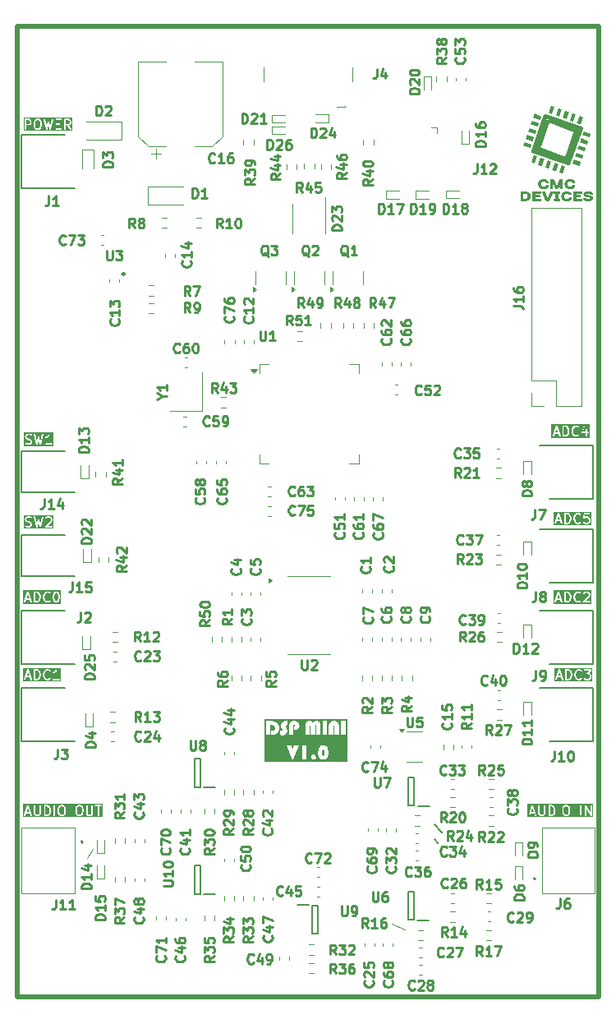
<source format=gbr>
%TF.GenerationSoftware,KiCad,Pcbnew,8.0.5*%
%TF.CreationDate,2024-09-12T11:50:27+01:00*%
%TF.ProjectId,Basic_DSP_V0_1,42617369-635f-4445-9350-5f56305f312e,rev?*%
%TF.SameCoordinates,Original*%
%TF.FileFunction,Legend,Top*%
%TF.FilePolarity,Positive*%
%FSLAX46Y46*%
G04 Gerber Fmt 4.6, Leading zero omitted, Abs format (unit mm)*
G04 Created by KiCad (PCBNEW 8.0.5) date 2024-09-12 11:50:27*
%MOMM*%
%LPD*%
G01*
G04 APERTURE LIST*
%ADD10C,0.100000*%
%ADD11C,0.000000*%
%ADD12C,0.160000*%
%ADD13C,0.300000*%
%ADD14C,0.250000*%
%ADD15C,0.120000*%
%ADD16C,0.200000*%
%TA.AperFunction,Profile*%
%ADD17C,0.500000*%
%TD*%
G04 APERTURE END LIST*
D10*
X80600000Y-389750000D02*
X81200000Y-388850000D01*
D11*
G36*
X131733438Y-313436289D02*
G01*
X131474422Y-314163516D01*
X131110809Y-314034009D01*
X131369824Y-313306781D01*
X131733438Y-313436289D01*
G37*
G36*
X127414387Y-321105662D02*
G01*
X127416915Y-321105843D01*
X127419399Y-321106141D01*
X127421836Y-321106555D01*
X127424223Y-321107081D01*
X127426558Y-321107716D01*
X127428838Y-321108459D01*
X127431061Y-321109306D01*
X127433224Y-321110255D01*
X127435324Y-321111303D01*
X127437359Y-321112448D01*
X127439327Y-321113687D01*
X127441223Y-321115017D01*
X127443047Y-321116436D01*
X127444795Y-321117942D01*
X127446465Y-321119530D01*
X127448054Y-321121200D01*
X127449559Y-321122948D01*
X127450978Y-321124771D01*
X127452308Y-321126668D01*
X127453547Y-321128635D01*
X127454692Y-321130670D01*
X127455740Y-321132771D01*
X127456689Y-321134933D01*
X127457536Y-321137156D01*
X127458279Y-321139437D01*
X127458915Y-321141772D01*
X127459441Y-321144159D01*
X127459854Y-321146595D01*
X127460153Y-321149079D01*
X127460334Y-321151607D01*
X127460395Y-321154177D01*
X127460395Y-321292766D01*
X127460334Y-321295378D01*
X127460153Y-321297942D01*
X127459854Y-321300457D01*
X127459441Y-321302921D01*
X127458915Y-321305330D01*
X127458279Y-321307683D01*
X127457536Y-321309977D01*
X127456689Y-321312210D01*
X127455740Y-321314380D01*
X127454692Y-321316483D01*
X127453547Y-321318519D01*
X127452308Y-321320484D01*
X127450978Y-321322376D01*
X127449559Y-321324193D01*
X127448054Y-321325932D01*
X127446465Y-321327591D01*
X127444795Y-321329168D01*
X127443047Y-321330660D01*
X127441223Y-321332065D01*
X127439327Y-321333381D01*
X127437359Y-321334605D01*
X127435324Y-321335735D01*
X127433224Y-321336769D01*
X127431061Y-321337704D01*
X127428838Y-321338537D01*
X127426558Y-321339267D01*
X127424223Y-321339892D01*
X127421836Y-321340408D01*
X127419399Y-321340813D01*
X127416915Y-321341106D01*
X127414387Y-321341283D01*
X127411818Y-321341343D01*
X126822696Y-321341343D01*
X126822696Y-321466120D01*
X127259417Y-321466120D01*
X127261987Y-321466181D01*
X127264515Y-321466362D01*
X127266999Y-321466660D01*
X127269436Y-321467074D01*
X127271823Y-321467600D01*
X127274158Y-321468236D01*
X127276438Y-321468978D01*
X127278661Y-321469826D01*
X127280824Y-321470775D01*
X127282924Y-321471823D01*
X127284960Y-321472968D01*
X127286927Y-321474207D01*
X127288824Y-321475537D01*
X127290647Y-321476956D01*
X127292395Y-321478461D01*
X127294065Y-321480050D01*
X127295654Y-321481720D01*
X127297159Y-321483468D01*
X127298578Y-321485292D01*
X127299908Y-321487189D01*
X127301147Y-321489156D01*
X127302292Y-321491191D01*
X127303341Y-321493291D01*
X127304290Y-321495454D01*
X127305137Y-321497677D01*
X127305880Y-321499958D01*
X127306515Y-321502293D01*
X127307041Y-321504680D01*
X127307455Y-321507117D01*
X127307753Y-321509601D01*
X127307935Y-321512129D01*
X127307995Y-321514699D01*
X127307995Y-321653287D01*
X127307935Y-321655857D01*
X127307753Y-321658385D01*
X127307455Y-321660868D01*
X127307041Y-321663305D01*
X127306515Y-321665692D01*
X127305880Y-321668027D01*
X127305137Y-321670307D01*
X127304290Y-321672530D01*
X127303341Y-321674693D01*
X127302292Y-321676794D01*
X127301147Y-321678829D01*
X127299908Y-321680796D01*
X127298578Y-321682693D01*
X127297159Y-321684516D01*
X127295654Y-321686264D01*
X127294065Y-321687934D01*
X127292395Y-321689523D01*
X127290647Y-321691028D01*
X127288824Y-321692447D01*
X127286927Y-321693777D01*
X127284960Y-321695016D01*
X127282924Y-321696161D01*
X127280824Y-321697210D01*
X127278661Y-321698159D01*
X127276438Y-321699006D01*
X127274158Y-321699748D01*
X127271823Y-321700384D01*
X127269436Y-321700910D01*
X127266999Y-321701324D01*
X127264515Y-321701622D01*
X127261987Y-321701803D01*
X127259417Y-321701864D01*
X126822696Y-321701864D01*
X126822696Y-321840454D01*
X127411818Y-321840454D01*
X127414387Y-321840514D01*
X127416915Y-321840691D01*
X127419399Y-321840983D01*
X127421836Y-321841389D01*
X127424223Y-321841905D01*
X127426558Y-321842529D01*
X127428838Y-321843259D01*
X127431061Y-321844093D01*
X127433224Y-321845027D01*
X127435324Y-321846061D01*
X127437359Y-321847191D01*
X127439327Y-321848415D01*
X127441223Y-321849731D01*
X127443047Y-321851136D01*
X127444795Y-321852628D01*
X127446465Y-321854205D01*
X127448054Y-321855864D01*
X127449559Y-321857603D01*
X127450978Y-321859420D01*
X127452308Y-321861312D01*
X127453547Y-321863277D01*
X127454692Y-321865313D01*
X127455740Y-321867416D01*
X127456689Y-321869586D01*
X127457536Y-321871819D01*
X127458279Y-321874113D01*
X127458915Y-321876466D01*
X127459441Y-321878875D01*
X127459854Y-321881339D01*
X127460153Y-321883854D01*
X127460334Y-321886419D01*
X127460395Y-321889030D01*
X127460395Y-322027620D01*
X127460334Y-322030188D01*
X127460153Y-322032712D01*
X127459854Y-322035189D01*
X127459441Y-322037617D01*
X127458915Y-322039994D01*
X127458279Y-322042316D01*
X127457536Y-322044582D01*
X127456689Y-322046789D01*
X127455740Y-322048934D01*
X127454692Y-322051016D01*
X127453547Y-322053031D01*
X127452308Y-322054978D01*
X127450978Y-322056854D01*
X127449559Y-322058656D01*
X127448054Y-322060381D01*
X127446465Y-322062029D01*
X127444795Y-322063595D01*
X127443047Y-322065078D01*
X127441223Y-322066476D01*
X127439327Y-322067785D01*
X127437359Y-322069003D01*
X127435324Y-322070128D01*
X127433224Y-322071158D01*
X127431061Y-322072090D01*
X127428838Y-322072921D01*
X127426558Y-322073649D01*
X127424223Y-322074272D01*
X127421836Y-322074787D01*
X127419399Y-322075192D01*
X127416915Y-322075484D01*
X127414387Y-322075661D01*
X127411818Y-322075721D01*
X126566474Y-322075721D01*
X126563862Y-322075661D01*
X126561298Y-322075484D01*
X126558783Y-322075192D01*
X126556319Y-322074787D01*
X126553910Y-322074272D01*
X126551557Y-322073649D01*
X126549263Y-322072921D01*
X126547029Y-322072090D01*
X126544860Y-322071158D01*
X126542756Y-322070128D01*
X126540721Y-322069003D01*
X126538756Y-322067785D01*
X126536863Y-322066476D01*
X126535047Y-322065078D01*
X126533307Y-322063595D01*
X126531648Y-322062029D01*
X126530071Y-322060381D01*
X126528579Y-322058656D01*
X126527174Y-322056854D01*
X126525858Y-322054978D01*
X126524634Y-322053031D01*
X126523504Y-322051016D01*
X126522470Y-322048934D01*
X126521535Y-322046789D01*
X126520702Y-322044582D01*
X126519972Y-322042316D01*
X126519347Y-322039994D01*
X126518831Y-322037617D01*
X126518426Y-322035189D01*
X126518133Y-322032712D01*
X126517956Y-322030188D01*
X126517897Y-322027620D01*
X126517897Y-321154177D01*
X126517956Y-321151607D01*
X126518133Y-321149079D01*
X126518426Y-321146595D01*
X126518831Y-321144159D01*
X126519347Y-321141772D01*
X126519972Y-321139437D01*
X126520702Y-321137156D01*
X126521535Y-321134933D01*
X126522470Y-321132771D01*
X126523504Y-321130670D01*
X126524634Y-321128635D01*
X126525858Y-321126668D01*
X126527174Y-321124771D01*
X126528579Y-321122948D01*
X126530071Y-321121200D01*
X126531648Y-321119530D01*
X126533307Y-321117942D01*
X126535047Y-321116436D01*
X126536863Y-321115017D01*
X126538756Y-321113687D01*
X126540721Y-321112448D01*
X126542756Y-321111303D01*
X126544860Y-321110255D01*
X126547029Y-321109306D01*
X126549263Y-321108459D01*
X126551557Y-321107716D01*
X126553910Y-321107081D01*
X126556319Y-321106555D01*
X126558783Y-321106141D01*
X126561298Y-321105843D01*
X126563862Y-321105662D01*
X126566474Y-321105601D01*
X127411818Y-321105601D01*
X127414387Y-321105662D01*
G37*
G36*
X130278981Y-312918258D02*
G01*
X130019966Y-313645486D01*
X129656352Y-313515978D01*
X129915368Y-312788750D01*
X130278981Y-312918258D01*
G37*
G36*
X131628722Y-321105662D02*
G01*
X131631250Y-321105843D01*
X131633734Y-321106141D01*
X131636171Y-321106555D01*
X131638558Y-321107081D01*
X131640893Y-321107716D01*
X131643174Y-321108459D01*
X131645397Y-321109306D01*
X131647560Y-321110255D01*
X131649660Y-321111303D01*
X131651695Y-321112448D01*
X131653662Y-321113687D01*
X131655559Y-321115017D01*
X131657383Y-321116436D01*
X131659131Y-321117942D01*
X131660801Y-321119530D01*
X131662390Y-321121200D01*
X131663895Y-321122948D01*
X131665314Y-321124771D01*
X131666644Y-321126668D01*
X131667883Y-321128635D01*
X131669028Y-321130670D01*
X131670076Y-321132771D01*
X131671025Y-321134933D01*
X131671873Y-321137156D01*
X131672615Y-321139437D01*
X131673251Y-321141772D01*
X131673777Y-321144159D01*
X131674191Y-321146595D01*
X131674489Y-321149079D01*
X131674670Y-321151607D01*
X131674731Y-321154177D01*
X131674731Y-321292766D01*
X131674670Y-321295378D01*
X131674489Y-321297942D01*
X131674191Y-321300457D01*
X131673777Y-321302921D01*
X131673251Y-321305330D01*
X131672615Y-321307683D01*
X131671873Y-321309977D01*
X131671025Y-321312210D01*
X131670076Y-321314380D01*
X131669028Y-321316483D01*
X131667883Y-321318519D01*
X131666644Y-321320484D01*
X131665314Y-321322376D01*
X131663895Y-321324193D01*
X131662390Y-321325932D01*
X131660801Y-321327591D01*
X131659131Y-321329168D01*
X131657383Y-321330660D01*
X131655559Y-321332065D01*
X131653662Y-321333381D01*
X131651695Y-321334605D01*
X131649660Y-321335735D01*
X131647560Y-321336769D01*
X131645397Y-321337704D01*
X131643174Y-321338537D01*
X131640893Y-321339267D01*
X131638558Y-321339892D01*
X131636171Y-321340408D01*
X131633734Y-321340813D01*
X131631250Y-321341106D01*
X131628722Y-321341283D01*
X131626153Y-321341343D01*
X131037031Y-321341343D01*
X131037031Y-321466120D01*
X131473754Y-321466120D01*
X131476324Y-321466181D01*
X131478852Y-321466362D01*
X131481335Y-321466660D01*
X131483772Y-321467074D01*
X131486159Y-321467600D01*
X131488494Y-321468236D01*
X131490774Y-321468978D01*
X131492997Y-321469826D01*
X131495160Y-321470775D01*
X131497260Y-321471823D01*
X131499295Y-321472968D01*
X131501262Y-321474207D01*
X131503159Y-321475537D01*
X131504983Y-321476956D01*
X131506731Y-321478461D01*
X131508400Y-321480050D01*
X131509989Y-321481720D01*
X131511494Y-321483468D01*
X131512913Y-321485292D01*
X131514243Y-321487189D01*
X131515482Y-321489156D01*
X131516627Y-321491191D01*
X131517676Y-321493291D01*
X131518625Y-321495454D01*
X131519472Y-321497677D01*
X131520214Y-321499958D01*
X131520850Y-321502293D01*
X131521376Y-321504680D01*
X131521790Y-321507117D01*
X131522088Y-321509601D01*
X131522269Y-321512129D01*
X131522330Y-321514699D01*
X131522330Y-321653287D01*
X131522269Y-321655857D01*
X131522088Y-321658385D01*
X131521790Y-321660868D01*
X131521376Y-321663305D01*
X131520850Y-321665692D01*
X131520214Y-321668027D01*
X131519472Y-321670307D01*
X131518625Y-321672530D01*
X131517676Y-321674693D01*
X131516627Y-321676794D01*
X131515482Y-321678829D01*
X131514243Y-321680796D01*
X131512913Y-321682693D01*
X131511494Y-321684516D01*
X131509989Y-321686264D01*
X131508400Y-321687934D01*
X131506731Y-321689523D01*
X131504983Y-321691028D01*
X131503159Y-321692447D01*
X131501262Y-321693777D01*
X131499295Y-321695016D01*
X131497260Y-321696161D01*
X131495160Y-321697210D01*
X131492997Y-321698159D01*
X131490774Y-321699006D01*
X131488494Y-321699748D01*
X131486159Y-321700384D01*
X131483772Y-321700910D01*
X131481335Y-321701324D01*
X131478852Y-321701622D01*
X131476324Y-321701803D01*
X131473754Y-321701864D01*
X131037031Y-321701864D01*
X131037031Y-321840454D01*
X131626153Y-321840454D01*
X131628722Y-321840514D01*
X131631250Y-321840691D01*
X131633734Y-321840983D01*
X131636171Y-321841389D01*
X131638558Y-321841905D01*
X131640893Y-321842529D01*
X131643174Y-321843259D01*
X131645397Y-321844093D01*
X131647560Y-321845027D01*
X131649660Y-321846061D01*
X131651695Y-321847191D01*
X131653662Y-321848415D01*
X131655559Y-321849731D01*
X131657383Y-321851136D01*
X131659131Y-321852628D01*
X131660801Y-321854205D01*
X131662390Y-321855864D01*
X131663895Y-321857603D01*
X131665314Y-321859420D01*
X131666644Y-321861312D01*
X131667883Y-321863277D01*
X131669028Y-321865313D01*
X131670076Y-321867416D01*
X131671025Y-321869586D01*
X131671873Y-321871819D01*
X131672615Y-321874113D01*
X131673251Y-321876466D01*
X131673777Y-321878875D01*
X131674191Y-321881339D01*
X131674489Y-321883854D01*
X131674670Y-321886419D01*
X131674731Y-321889030D01*
X131674731Y-322027620D01*
X131674670Y-322030188D01*
X131674489Y-322032712D01*
X131674191Y-322035189D01*
X131673777Y-322037617D01*
X131673251Y-322039994D01*
X131672615Y-322042316D01*
X131671873Y-322044582D01*
X131671025Y-322046789D01*
X131670076Y-322048934D01*
X131669028Y-322051016D01*
X131667883Y-322053031D01*
X131666644Y-322054978D01*
X131665314Y-322056854D01*
X131663895Y-322058656D01*
X131662390Y-322060381D01*
X131660801Y-322062029D01*
X131659131Y-322063595D01*
X131657383Y-322065078D01*
X131655559Y-322066476D01*
X131653662Y-322067785D01*
X131651695Y-322069003D01*
X131649660Y-322070128D01*
X131647560Y-322071158D01*
X131645397Y-322072090D01*
X131643174Y-322072921D01*
X131640893Y-322073649D01*
X131638558Y-322074272D01*
X131636171Y-322074787D01*
X131633734Y-322075192D01*
X131631250Y-322075484D01*
X131628722Y-322075661D01*
X131626153Y-322075721D01*
X130780810Y-322075721D01*
X130778240Y-322075661D01*
X130775712Y-322075484D01*
X130773228Y-322075192D01*
X130770792Y-322074787D01*
X130768404Y-322074272D01*
X130766069Y-322073649D01*
X130763789Y-322072921D01*
X130761566Y-322072090D01*
X130759403Y-322071158D01*
X130757303Y-322070128D01*
X130755268Y-322069003D01*
X130753301Y-322067785D01*
X130751404Y-322066476D01*
X130749580Y-322065078D01*
X130747832Y-322063595D01*
X130746162Y-322062029D01*
X130744574Y-322060381D01*
X130743068Y-322058656D01*
X130741649Y-322056854D01*
X130740319Y-322054978D01*
X130739080Y-322053031D01*
X130737935Y-322051016D01*
X130736887Y-322048934D01*
X130735938Y-322046789D01*
X130735091Y-322044582D01*
X130734348Y-322042316D01*
X130733712Y-322039994D01*
X130733186Y-322037617D01*
X130732773Y-322035189D01*
X130732474Y-322032712D01*
X130732293Y-322030188D01*
X130732232Y-322027620D01*
X130732232Y-321154177D01*
X130732293Y-321151607D01*
X130732474Y-321149079D01*
X130732773Y-321146595D01*
X130733186Y-321144159D01*
X130733712Y-321141772D01*
X130734348Y-321139437D01*
X130735091Y-321137156D01*
X130735938Y-321134933D01*
X130736887Y-321132771D01*
X130737935Y-321130670D01*
X130739080Y-321128635D01*
X130740319Y-321126668D01*
X130741649Y-321124771D01*
X130743068Y-321122948D01*
X130744574Y-321121200D01*
X130746162Y-321119530D01*
X130747832Y-321117942D01*
X130749580Y-321116436D01*
X130751404Y-321115017D01*
X130753301Y-321113687D01*
X130755268Y-321112448D01*
X130757303Y-321111303D01*
X130759403Y-321110255D01*
X130761566Y-321109306D01*
X130763789Y-321108459D01*
X130766069Y-321107716D01*
X130768404Y-321107081D01*
X130770792Y-321106555D01*
X130773228Y-321106141D01*
X130775712Y-321105843D01*
X130778240Y-321105662D01*
X130780810Y-321105601D01*
X131626153Y-321105601D01*
X131628722Y-321105662D01*
G37*
G36*
X127203200Y-314076334D02*
G01*
X127073692Y-314439947D01*
X126346464Y-314180932D01*
X126475973Y-313817318D01*
X127203200Y-314076334D01*
G37*
G36*
X131516747Y-318071125D02*
G01*
X131387238Y-318434738D01*
X130660011Y-318175723D01*
X130789519Y-317812110D01*
X131516747Y-318071125D01*
G37*
G36*
X127011419Y-317490821D02*
G01*
X126752403Y-318218049D01*
X126388790Y-318088541D01*
X126647805Y-317361313D01*
X127011419Y-317490821D01*
G37*
G36*
X126944185Y-314803561D02*
G01*
X126814676Y-315167175D01*
X126087449Y-314908159D01*
X126216957Y-314544546D01*
X126944185Y-314803561D01*
G37*
G36*
X129193101Y-318267866D02*
G01*
X128934086Y-318995094D01*
X128570473Y-318865586D01*
X128829488Y-318138358D01*
X129193101Y-318267866D01*
G37*
G36*
X128465873Y-318008850D02*
G01*
X128206858Y-318736078D01*
X127843245Y-318606569D01*
X128102260Y-317879342D01*
X128465873Y-318008850D01*
G37*
G36*
X125818041Y-321106167D02*
G01*
X125851509Y-321107854D01*
X125883920Y-321110644D01*
X125915270Y-321114518D01*
X125945557Y-321119460D01*
X125974779Y-321125451D01*
X126002933Y-321132473D01*
X126030016Y-321140508D01*
X126056025Y-321149539D01*
X126080957Y-321159548D01*
X126104811Y-321170516D01*
X126127583Y-321182426D01*
X126149270Y-321195260D01*
X126169870Y-321209001D01*
X126189380Y-321223629D01*
X126207798Y-321239128D01*
X126225121Y-321255480D01*
X126241345Y-321272666D01*
X126256469Y-321290669D01*
X126270489Y-321309471D01*
X126283403Y-321329053D01*
X126295209Y-321349399D01*
X126305903Y-321370490D01*
X126315483Y-321392309D01*
X126323946Y-321414837D01*
X126331289Y-321438056D01*
X126337510Y-321461950D01*
X126342606Y-321486499D01*
X126346574Y-321511686D01*
X126349412Y-321537494D01*
X126351116Y-321563903D01*
X126351685Y-321590897D01*
X126351116Y-321617890D01*
X126349412Y-321644295D01*
X126346574Y-321670096D01*
X126342606Y-321695275D01*
X126337510Y-321719814D01*
X126331289Y-321743694D01*
X126323946Y-321766900D01*
X126315483Y-321789412D01*
X126305903Y-321811213D01*
X126295209Y-321832286D01*
X126283403Y-321852612D01*
X126270489Y-321872174D01*
X126256469Y-321890955D01*
X126241345Y-321908936D01*
X126225121Y-321926101D01*
X126207798Y-321942430D01*
X126189380Y-321957907D01*
X126169870Y-321972513D01*
X126149270Y-321986232D01*
X126127583Y-321999045D01*
X126104811Y-322010935D01*
X126080957Y-322021884D01*
X126056025Y-322031874D01*
X126030016Y-322040888D01*
X126002933Y-322048907D01*
X125974779Y-322055915D01*
X125945557Y-322061893D01*
X125915270Y-322066824D01*
X125883920Y-322070690D01*
X125851509Y-322073473D01*
X125818041Y-322075156D01*
X125783519Y-322075721D01*
X125346797Y-322075721D01*
X125344228Y-322075661D01*
X125341700Y-322075484D01*
X125339216Y-322075192D01*
X125336779Y-322074787D01*
X125334392Y-322074272D01*
X125332057Y-322073649D01*
X125329777Y-322072921D01*
X125327554Y-322072090D01*
X125325391Y-322071158D01*
X125323291Y-322070128D01*
X125321255Y-322069003D01*
X125319288Y-322067785D01*
X125317391Y-322066476D01*
X125315568Y-322065078D01*
X125313820Y-322063595D01*
X125312150Y-322062029D01*
X125310561Y-322060381D01*
X125309056Y-322058656D01*
X125307637Y-322056854D01*
X125306307Y-322054978D01*
X125305068Y-322053031D01*
X125303923Y-322051016D01*
X125302875Y-322048934D01*
X125301926Y-322046789D01*
X125301078Y-322044582D01*
X125300336Y-322042316D01*
X125299700Y-322039994D01*
X125299174Y-322037617D01*
X125298761Y-322035189D01*
X125298462Y-322032712D01*
X125298281Y-322030188D01*
X125298220Y-322027620D01*
X125298220Y-321854264D01*
X125298220Y-321327531D01*
X125603020Y-321327531D01*
X125603020Y-321854264D01*
X125783519Y-321854264D01*
X125798228Y-321854000D01*
X125812530Y-321853211D01*
X125826418Y-321851896D01*
X125839891Y-321850058D01*
X125852944Y-321847697D01*
X125865573Y-321844815D01*
X125877774Y-321841412D01*
X125889544Y-321837491D01*
X125900878Y-321833052D01*
X125911774Y-321828097D01*
X125922226Y-321822627D01*
X125932232Y-321816642D01*
X125941786Y-321810145D01*
X125950887Y-321803136D01*
X125959529Y-321795617D01*
X125967709Y-321787589D01*
X125975422Y-321779053D01*
X125982666Y-321770010D01*
X125989437Y-321760462D01*
X125995729Y-321750410D01*
X126001541Y-321739854D01*
X126006867Y-321728797D01*
X126011704Y-321717240D01*
X126016048Y-321705183D01*
X126019896Y-321692628D01*
X126023243Y-321679575D01*
X126026085Y-321666028D01*
X126028420Y-321651986D01*
X126030242Y-321637450D01*
X126031548Y-321622423D01*
X126032335Y-321606905D01*
X126032598Y-321590897D01*
X126032335Y-321574889D01*
X126031548Y-321559372D01*
X126030242Y-321544344D01*
X126028420Y-321529809D01*
X126026085Y-321515767D01*
X126023243Y-321502220D01*
X126019896Y-321489168D01*
X126016048Y-321476613D01*
X126011704Y-321464556D01*
X126006867Y-321452998D01*
X126001541Y-321441941D01*
X125995729Y-321431386D01*
X125989437Y-321421333D01*
X125982666Y-321411785D01*
X125975422Y-321402743D01*
X125967709Y-321394207D01*
X125959529Y-321386179D01*
X125950887Y-321378659D01*
X125941786Y-321371651D01*
X125932232Y-321365153D01*
X125922226Y-321359169D01*
X125911774Y-321353699D01*
X125900878Y-321348743D01*
X125889544Y-321344304D01*
X125877774Y-321340383D01*
X125865573Y-321336981D01*
X125852944Y-321334099D01*
X125839891Y-321331738D01*
X125826418Y-321329899D01*
X125812530Y-321328585D01*
X125798228Y-321327795D01*
X125783519Y-321327531D01*
X125603020Y-321327531D01*
X125298220Y-321327531D01*
X125298220Y-321154177D01*
X125298281Y-321151607D01*
X125298462Y-321149079D01*
X125298761Y-321146595D01*
X125299174Y-321144159D01*
X125299700Y-321141772D01*
X125300336Y-321139437D01*
X125301078Y-321137156D01*
X125301926Y-321134933D01*
X125302875Y-321132771D01*
X125303923Y-321130670D01*
X125305068Y-321128635D01*
X125306307Y-321126668D01*
X125307637Y-321124771D01*
X125309056Y-321122948D01*
X125310561Y-321121200D01*
X125312150Y-321119530D01*
X125313820Y-321117942D01*
X125315568Y-321116436D01*
X125317391Y-321115017D01*
X125319288Y-321113687D01*
X125321255Y-321112448D01*
X125323291Y-321111303D01*
X125325391Y-321110255D01*
X125327554Y-321109306D01*
X125329777Y-321108459D01*
X125332057Y-321107716D01*
X125334392Y-321107081D01*
X125336779Y-321106555D01*
X125339216Y-321106141D01*
X125341700Y-321105843D01*
X125344228Y-321105662D01*
X125346797Y-321105601D01*
X125783519Y-321105601D01*
X125818041Y-321106167D01*
G37*
G36*
X129342246Y-321105662D02*
G01*
X129344770Y-321105843D01*
X129347247Y-321106141D01*
X129349675Y-321106555D01*
X129352052Y-321107081D01*
X129354374Y-321107716D01*
X129356640Y-321108459D01*
X129358847Y-321109306D01*
X129360992Y-321110255D01*
X129363074Y-321111303D01*
X129365089Y-321112448D01*
X129367036Y-321113687D01*
X129368911Y-321115017D01*
X129370713Y-321116436D01*
X129372439Y-321117942D01*
X129374086Y-321119530D01*
X129375652Y-321121200D01*
X129377135Y-321122948D01*
X129378533Y-321124771D01*
X129379842Y-321126668D01*
X129381060Y-321128635D01*
X129382185Y-321130670D01*
X129383215Y-321132771D01*
X129384146Y-321134933D01*
X129384977Y-321137156D01*
X129385706Y-321139437D01*
X129386328Y-321141772D01*
X129386844Y-321144159D01*
X129387248Y-321146595D01*
X129387541Y-321149079D01*
X129387718Y-321151607D01*
X129387777Y-321154177D01*
X129387777Y-321292766D01*
X129387718Y-321295378D01*
X129387541Y-321297942D01*
X129387248Y-321300457D01*
X129386844Y-321302921D01*
X129386328Y-321305330D01*
X129385706Y-321307683D01*
X129384977Y-321309977D01*
X129384146Y-321312210D01*
X129383215Y-321314380D01*
X129382185Y-321316483D01*
X129381060Y-321318519D01*
X129379842Y-321320484D01*
X129378533Y-321322376D01*
X129377135Y-321324193D01*
X129375652Y-321325932D01*
X129374086Y-321327591D01*
X129372439Y-321329168D01*
X129370713Y-321330660D01*
X129368911Y-321332065D01*
X129367036Y-321333381D01*
X129365089Y-321334605D01*
X129363074Y-321335735D01*
X129360992Y-321336769D01*
X129358847Y-321337704D01*
X129356640Y-321338537D01*
X129354374Y-321339267D01*
X129352052Y-321339892D01*
X129349675Y-321340408D01*
X129347247Y-321340813D01*
X129344770Y-321341106D01*
X129342246Y-321341283D01*
X129339678Y-321341343D01*
X129207757Y-321341343D01*
X129207757Y-321840454D01*
X129339678Y-321840454D01*
X129342246Y-321840514D01*
X129344770Y-321840691D01*
X129347247Y-321840983D01*
X129349675Y-321841389D01*
X129352052Y-321841905D01*
X129354374Y-321842529D01*
X129356640Y-321843259D01*
X129358847Y-321844093D01*
X129360992Y-321845027D01*
X129363074Y-321846061D01*
X129365089Y-321847191D01*
X129367036Y-321848415D01*
X129368911Y-321849731D01*
X129370713Y-321851136D01*
X129372439Y-321852628D01*
X129374086Y-321854205D01*
X129375652Y-321855864D01*
X129377135Y-321857603D01*
X129378533Y-321859420D01*
X129379842Y-321861312D01*
X129381060Y-321863277D01*
X129382185Y-321865313D01*
X129383215Y-321867416D01*
X129384146Y-321869586D01*
X129384977Y-321871819D01*
X129385706Y-321874113D01*
X129386328Y-321876466D01*
X129386844Y-321878875D01*
X129387248Y-321881339D01*
X129387541Y-321883854D01*
X129387718Y-321886419D01*
X129387777Y-321889030D01*
X129387777Y-322027620D01*
X129387718Y-322030188D01*
X129387541Y-322032712D01*
X129387248Y-322035189D01*
X129386844Y-322037617D01*
X129386328Y-322039994D01*
X129385706Y-322042316D01*
X129384977Y-322044582D01*
X129384146Y-322046789D01*
X129383215Y-322048934D01*
X129382185Y-322051016D01*
X129381060Y-322053031D01*
X129379842Y-322054978D01*
X129378533Y-322056854D01*
X129377135Y-322058656D01*
X129375652Y-322060381D01*
X129374086Y-322062029D01*
X129372439Y-322063595D01*
X129370713Y-322065078D01*
X129368911Y-322066476D01*
X129367036Y-322067785D01*
X129365089Y-322069003D01*
X129363074Y-322070128D01*
X129360992Y-322071158D01*
X129358847Y-322072090D01*
X129356640Y-322072921D01*
X129354374Y-322073649D01*
X129352052Y-322074272D01*
X129349675Y-322074787D01*
X129347247Y-322075192D01*
X129344770Y-322075484D01*
X129342246Y-322075661D01*
X129339678Y-322075721D01*
X128771035Y-322075721D01*
X128768467Y-322075661D01*
X128765943Y-322075484D01*
X128763466Y-322075192D01*
X128761038Y-322074787D01*
X128758661Y-322074272D01*
X128756339Y-322073649D01*
X128754073Y-322072921D01*
X128751866Y-322072090D01*
X128749720Y-322071158D01*
X128747639Y-322070128D01*
X128745623Y-322069003D01*
X128743677Y-322067785D01*
X128741801Y-322066476D01*
X128739999Y-322065078D01*
X128738273Y-322063595D01*
X128736626Y-322062029D01*
X128735059Y-322060381D01*
X128733576Y-322058656D01*
X128732179Y-322056854D01*
X128730870Y-322054978D01*
X128729651Y-322053031D01*
X128728526Y-322051016D01*
X128727496Y-322048934D01*
X128726564Y-322046789D01*
X128725733Y-322044582D01*
X128725005Y-322042316D01*
X128724382Y-322039994D01*
X128723867Y-322037617D01*
X128723462Y-322035189D01*
X128723170Y-322032712D01*
X128722993Y-322030188D01*
X128722933Y-322027620D01*
X128722933Y-321889030D01*
X128722993Y-321886419D01*
X128723170Y-321883854D01*
X128723462Y-321881339D01*
X128723867Y-321878875D01*
X128724382Y-321876466D01*
X128725005Y-321874113D01*
X128725733Y-321871819D01*
X128726564Y-321869586D01*
X128727496Y-321867416D01*
X128728526Y-321865313D01*
X128729651Y-321863277D01*
X128730870Y-321861312D01*
X128732179Y-321859420D01*
X128733576Y-321857603D01*
X128735059Y-321855864D01*
X128736626Y-321854205D01*
X128738273Y-321852628D01*
X128739999Y-321851136D01*
X128741801Y-321849731D01*
X128743677Y-321848415D01*
X128745623Y-321847191D01*
X128747639Y-321846061D01*
X128749720Y-321845027D01*
X128751866Y-321844093D01*
X128754073Y-321843259D01*
X128756339Y-321842529D01*
X128758661Y-321841905D01*
X128761038Y-321841389D01*
X128763466Y-321840983D01*
X128765943Y-321840691D01*
X128768467Y-321840514D01*
X128771035Y-321840454D01*
X128902956Y-321840454D01*
X128902956Y-321341343D01*
X128771035Y-321341343D01*
X128768467Y-321341283D01*
X128765943Y-321341106D01*
X128763466Y-321340813D01*
X128761038Y-321340408D01*
X128758661Y-321339892D01*
X128756339Y-321339267D01*
X128754073Y-321338537D01*
X128751866Y-321337704D01*
X128749720Y-321336769D01*
X128747639Y-321335735D01*
X128745623Y-321334605D01*
X128743677Y-321333381D01*
X128741801Y-321332065D01*
X128739999Y-321330660D01*
X128738273Y-321329168D01*
X128736626Y-321327591D01*
X128735059Y-321325932D01*
X128733576Y-321324193D01*
X128732179Y-321322376D01*
X128730870Y-321320484D01*
X128729651Y-321318519D01*
X128728526Y-321316483D01*
X128727496Y-321314380D01*
X128726564Y-321312210D01*
X128725733Y-321309977D01*
X128725005Y-321307683D01*
X128724382Y-321305330D01*
X128723867Y-321302921D01*
X128723462Y-321300457D01*
X128723170Y-321297942D01*
X128722993Y-321295378D01*
X128722933Y-321292766D01*
X128722933Y-321154177D01*
X128722993Y-321151607D01*
X128723170Y-321149079D01*
X128723462Y-321146595D01*
X128723867Y-321144159D01*
X128724382Y-321141772D01*
X128725005Y-321139437D01*
X128725733Y-321137156D01*
X128726564Y-321134933D01*
X128727496Y-321132771D01*
X128728526Y-321130670D01*
X128729651Y-321128635D01*
X128730870Y-321126668D01*
X128732179Y-321124771D01*
X128733576Y-321122948D01*
X128735059Y-321121200D01*
X128736626Y-321119530D01*
X128738273Y-321117942D01*
X128739999Y-321116436D01*
X128741801Y-321115017D01*
X128743677Y-321113687D01*
X128745623Y-321112448D01*
X128747639Y-321111303D01*
X128749720Y-321110255D01*
X128751866Y-321109306D01*
X128754073Y-321108459D01*
X128756339Y-321107716D01*
X128758661Y-321107081D01*
X128761038Y-321106555D01*
X128763466Y-321106141D01*
X128765943Y-321105843D01*
X128768467Y-321105662D01*
X128771035Y-321105601D01*
X129339678Y-321105601D01*
X129342246Y-321105662D01*
G37*
G36*
X129920329Y-318526883D02*
G01*
X129661314Y-319254110D01*
X129297699Y-319124602D01*
X129556716Y-318397375D01*
X129920329Y-318526883D01*
G37*
G36*
X128687723Y-319853142D02*
G01*
X128691477Y-319853377D01*
X128695143Y-319853762D01*
X128698720Y-319854290D01*
X128702208Y-319854954D01*
X128705606Y-319855749D01*
X128708913Y-319856668D01*
X128712129Y-319857705D01*
X128715253Y-319858854D01*
X128718284Y-319860108D01*
X128721222Y-319861461D01*
X128724065Y-319862907D01*
X128726814Y-319864439D01*
X128729467Y-319866052D01*
X128732023Y-319867739D01*
X128734483Y-319869493D01*
X128736845Y-319871308D01*
X128739109Y-319873179D01*
X128741273Y-319875099D01*
X128743338Y-319877061D01*
X128747166Y-319881088D01*
X128750586Y-319885209D01*
X128753593Y-319889375D01*
X128756181Y-319893536D01*
X128758346Y-319897641D01*
X128760080Y-319901639D01*
X129002492Y-320490284D01*
X129016780Y-320490284D01*
X129259192Y-319901639D01*
X129260927Y-319897641D01*
X129263091Y-319893536D01*
X129265680Y-319889375D01*
X129268687Y-319885209D01*
X129272107Y-319881088D01*
X129275935Y-319877061D01*
X129280164Y-319873179D01*
X129284790Y-319869493D01*
X129289806Y-319866052D01*
X129295208Y-319862907D01*
X129300989Y-319860108D01*
X129307144Y-319857705D01*
X129310360Y-319856668D01*
X129313667Y-319855749D01*
X129317065Y-319854954D01*
X129320553Y-319854290D01*
X129324131Y-319853762D01*
X129327797Y-319853377D01*
X129331551Y-319853142D01*
X129335392Y-319853062D01*
X129626380Y-319853062D01*
X129628950Y-319853121D01*
X129631478Y-319853299D01*
X129633961Y-319853591D01*
X129636398Y-319853997D01*
X129638785Y-319854513D01*
X129641121Y-319855137D01*
X129643401Y-319855867D01*
X129645624Y-319856701D01*
X129647787Y-319857635D01*
X129649887Y-319858669D01*
X129651922Y-319859799D01*
X129653889Y-319861023D01*
X129655786Y-319862339D01*
X129657610Y-319863744D01*
X129659358Y-319865236D01*
X129661027Y-319866813D01*
X129662616Y-319868473D01*
X129664121Y-319870212D01*
X129665540Y-319872029D01*
X129666871Y-319873921D01*
X129668110Y-319875886D01*
X129669254Y-319877921D01*
X129670303Y-319880025D01*
X129671252Y-319882195D01*
X129672099Y-319884428D01*
X129672841Y-319886722D01*
X129673477Y-319889075D01*
X129674003Y-319891484D01*
X129674417Y-319893948D01*
X129674715Y-319896463D01*
X129674896Y-319899028D01*
X129674957Y-319901639D01*
X129674957Y-320774606D01*
X129674896Y-320777176D01*
X129674715Y-320779703D01*
X129674417Y-320782187D01*
X129674003Y-320784624D01*
X129673477Y-320787011D01*
X129672841Y-320789346D01*
X129672099Y-320791626D01*
X129671252Y-320793849D01*
X129670303Y-320796012D01*
X129669254Y-320798113D01*
X129668110Y-320800148D01*
X129666871Y-320802115D01*
X129665540Y-320804012D01*
X129664121Y-320805835D01*
X129662616Y-320807583D01*
X129661027Y-320809253D01*
X129659358Y-320810842D01*
X129657610Y-320812347D01*
X129655786Y-320813766D01*
X129653889Y-320815096D01*
X129651922Y-320816335D01*
X129649887Y-320817480D01*
X129647787Y-320818528D01*
X129645624Y-320819478D01*
X129643401Y-320820325D01*
X129641121Y-320821067D01*
X129638785Y-320821703D01*
X129636398Y-320822229D01*
X129633961Y-320822643D01*
X129631478Y-320822941D01*
X129628950Y-320823122D01*
X129626380Y-320823183D01*
X129418259Y-320823183D01*
X129415691Y-320823122D01*
X129413167Y-320822941D01*
X129410690Y-320822643D01*
X129408261Y-320822229D01*
X129405885Y-320821703D01*
X129403563Y-320821067D01*
X129401297Y-320820325D01*
X129399090Y-320819478D01*
X129396944Y-320818528D01*
X129394863Y-320817480D01*
X129392847Y-320816335D01*
X129390900Y-320815096D01*
X129389025Y-320813766D01*
X129387223Y-320812347D01*
X129385497Y-320810842D01*
X129383849Y-320809253D01*
X129382283Y-320807583D01*
X129380800Y-320805835D01*
X129379402Y-320804012D01*
X129378093Y-320802115D01*
X129376875Y-320800148D01*
X129375750Y-320798113D01*
X129374720Y-320796012D01*
X129373788Y-320793849D01*
X129372957Y-320791626D01*
X129372229Y-320789346D01*
X129371606Y-320787011D01*
X129371091Y-320784624D01*
X129370686Y-320782187D01*
X129370393Y-320779703D01*
X129370216Y-320777176D01*
X129370157Y-320774606D01*
X129370157Y-320317406D01*
X129355870Y-320317406D01*
X129170609Y-320774606D01*
X129168796Y-320778605D01*
X129166573Y-320782710D01*
X129163944Y-320786870D01*
X129160913Y-320791037D01*
X129157482Y-320795158D01*
X129153656Y-320799185D01*
X129149438Y-320803066D01*
X129144831Y-320806753D01*
X129139840Y-320810193D01*
X129134466Y-320813338D01*
X129128715Y-320816137D01*
X129122589Y-320818540D01*
X129119386Y-320819577D01*
X129116092Y-320820496D01*
X129112705Y-320821291D01*
X129109227Y-320821956D01*
X129105658Y-320822483D01*
X129101998Y-320822868D01*
X129098248Y-320823103D01*
X129094408Y-320823183D01*
X128926293Y-320823183D01*
X128922453Y-320823103D01*
X128918703Y-320822868D01*
X128915043Y-320822483D01*
X128911474Y-320821956D01*
X128907996Y-320821291D01*
X128904609Y-320820496D01*
X128901314Y-320819577D01*
X128898112Y-320818540D01*
X128895002Y-320817391D01*
X128891986Y-320816137D01*
X128889063Y-320814784D01*
X128886235Y-320813338D01*
X128883500Y-320811806D01*
X128880861Y-320810193D01*
X128878318Y-320808507D01*
X128875870Y-320806753D01*
X128873518Y-320804937D01*
X128871263Y-320803066D01*
X128869105Y-320801147D01*
X128867045Y-320799185D01*
X128863219Y-320795158D01*
X128859789Y-320791037D01*
X128856757Y-320786870D01*
X128854129Y-320782710D01*
X128851906Y-320778605D01*
X128850093Y-320774606D01*
X128663402Y-320317406D01*
X128649114Y-320317406D01*
X128649114Y-320774606D01*
X128649055Y-320777176D01*
X128648878Y-320779703D01*
X128648585Y-320782187D01*
X128648181Y-320784624D01*
X128647665Y-320787011D01*
X128647042Y-320789346D01*
X128646314Y-320791626D01*
X128645483Y-320793849D01*
X128644551Y-320796012D01*
X128643522Y-320798113D01*
X128642397Y-320800148D01*
X128641178Y-320802115D01*
X128639869Y-320804012D01*
X128638472Y-320805835D01*
X128636989Y-320807583D01*
X128635422Y-320809253D01*
X128633775Y-320810842D01*
X128632049Y-320812347D01*
X128630247Y-320813766D01*
X128628372Y-320815096D01*
X128626425Y-320816335D01*
X128624410Y-320817480D01*
X128622328Y-320818528D01*
X128620182Y-320819478D01*
X128617976Y-320820325D01*
X128615710Y-320821067D01*
X128613387Y-320821703D01*
X128611011Y-320822229D01*
X128608583Y-320822643D01*
X128606106Y-320822941D01*
X128603582Y-320823122D01*
X128601014Y-320823183D01*
X128392893Y-320823183D01*
X128390323Y-320823122D01*
X128387795Y-320822941D01*
X128385311Y-320822643D01*
X128382875Y-320822229D01*
X128380487Y-320821703D01*
X128378152Y-320821067D01*
X128375872Y-320820325D01*
X128373649Y-320819478D01*
X128371486Y-320818528D01*
X128369386Y-320817480D01*
X128367351Y-320816335D01*
X128365384Y-320815096D01*
X128363487Y-320813766D01*
X128361663Y-320812347D01*
X128359915Y-320810842D01*
X128358246Y-320809253D01*
X128356657Y-320807583D01*
X128355152Y-320805835D01*
X128353732Y-320804012D01*
X128352402Y-320802115D01*
X128351163Y-320800148D01*
X128350018Y-320798113D01*
X128348970Y-320796012D01*
X128348021Y-320793849D01*
X128347174Y-320791626D01*
X128346431Y-320789346D01*
X128345795Y-320787011D01*
X128345270Y-320784624D01*
X128344856Y-320782187D01*
X128344557Y-320779703D01*
X128344376Y-320777176D01*
X128344315Y-320774606D01*
X128344315Y-319901639D01*
X128344376Y-319899028D01*
X128344557Y-319896463D01*
X128344856Y-319893948D01*
X128345270Y-319891484D01*
X128345795Y-319889075D01*
X128346431Y-319886722D01*
X128347174Y-319884428D01*
X128348021Y-319882195D01*
X128348970Y-319880025D01*
X128350018Y-319877921D01*
X128351163Y-319875886D01*
X128352402Y-319873921D01*
X128353732Y-319872029D01*
X128355152Y-319870212D01*
X128356657Y-319868473D01*
X128358246Y-319866813D01*
X128359915Y-319865236D01*
X128361663Y-319863744D01*
X128363487Y-319862339D01*
X128365384Y-319861023D01*
X128367351Y-319859799D01*
X128369386Y-319858669D01*
X128371486Y-319857635D01*
X128373649Y-319856701D01*
X128375872Y-319855867D01*
X128378152Y-319855137D01*
X128380487Y-319854513D01*
X128382875Y-319853997D01*
X128385311Y-319853591D01*
X128387795Y-319853299D01*
X128390323Y-319853121D01*
X128392893Y-319853062D01*
X128683882Y-319853062D01*
X128687723Y-319853142D01*
G37*
G36*
X132552808Y-315162214D02*
G01*
X132423300Y-315525828D01*
X131696074Y-315266812D01*
X131825582Y-314903198D01*
X132552808Y-315162214D01*
G37*
G36*
X132293793Y-315889442D02*
G01*
X132164285Y-316253056D01*
X131437057Y-315994041D01*
X131566565Y-315630426D01*
X132293793Y-315889442D01*
G37*
G36*
X127462215Y-313349106D02*
G01*
X127332707Y-313712720D01*
X126605480Y-313453704D01*
X126734988Y-313090090D01*
X127462215Y-313349106D01*
G37*
G36*
X126426154Y-316258016D02*
G01*
X126296646Y-316621630D01*
X125569418Y-316362615D01*
X125698926Y-315999001D01*
X126426154Y-316258016D01*
G37*
D10*
X112000000Y-396500000D02*
X113400000Y-397100000D01*
D11*
G36*
X127738646Y-317749836D02*
G01*
X127479631Y-318477063D01*
X127116017Y-318347554D01*
X127375033Y-317620328D01*
X127738646Y-317749836D01*
G37*
G36*
X132307047Y-321078418D02*
G01*
X132335459Y-321079722D01*
X132362902Y-321081858D01*
X132389379Y-321084796D01*
X132414892Y-321088505D01*
X132439444Y-321092955D01*
X132463037Y-321098115D01*
X132485674Y-321103955D01*
X132507357Y-321110445D01*
X132528089Y-321117553D01*
X132547872Y-321125250D01*
X132566710Y-321133506D01*
X132584603Y-321142289D01*
X132601556Y-321151570D01*
X132617571Y-321161317D01*
X132632649Y-321171501D01*
X132646794Y-321182091D01*
X132660008Y-321193056D01*
X132672293Y-321204367D01*
X132683653Y-321215992D01*
X132694090Y-321227902D01*
X132703605Y-321240065D01*
X132712203Y-321252452D01*
X132719884Y-321265032D01*
X132726653Y-321277775D01*
X132732511Y-321290649D01*
X132737460Y-321303625D01*
X132741504Y-321316673D01*
X132744645Y-321329761D01*
X132746886Y-321342860D01*
X132748228Y-321355938D01*
X132748675Y-321368966D01*
X132748615Y-321372185D01*
X132748437Y-321375321D01*
X132748140Y-321378374D01*
X132747727Y-321381342D01*
X132747199Y-321384224D01*
X132746556Y-321387018D01*
X132745800Y-321389723D01*
X132744932Y-321392339D01*
X132743953Y-321394863D01*
X132742864Y-321397294D01*
X132741667Y-321399632D01*
X132740362Y-321401874D01*
X132738951Y-321404019D01*
X132737434Y-321406067D01*
X132735814Y-321408015D01*
X132734090Y-321409863D01*
X132732264Y-321411609D01*
X132730338Y-321413252D01*
X132728312Y-321414790D01*
X132726188Y-321416223D01*
X132723966Y-321417548D01*
X132721648Y-321418765D01*
X132719236Y-321419872D01*
X132716729Y-321420869D01*
X132714129Y-321421753D01*
X132711438Y-321422523D01*
X132708656Y-321423179D01*
X132705785Y-321423718D01*
X132702826Y-321424140D01*
X132699779Y-321424442D01*
X132696646Y-321424625D01*
X132693429Y-321424686D01*
X132520076Y-321424686D01*
X132516247Y-321424625D01*
X132512526Y-321424442D01*
X132508911Y-321424140D01*
X132505399Y-321423718D01*
X132501987Y-321423179D01*
X132498671Y-321422523D01*
X132495449Y-321421753D01*
X132492319Y-321420869D01*
X132489276Y-321419872D01*
X132486318Y-321418765D01*
X132483442Y-321417548D01*
X132480645Y-321416223D01*
X132477924Y-321414790D01*
X132475276Y-321413252D01*
X132472698Y-321411609D01*
X132470188Y-321409863D01*
X132467741Y-321408015D01*
X132465356Y-321406067D01*
X132460757Y-321401874D01*
X132456368Y-321397294D01*
X132452164Y-321392339D01*
X132448123Y-321387018D01*
X132444219Y-321381342D01*
X132440429Y-321375321D01*
X132436731Y-321368966D01*
X132434044Y-321364891D01*
X132430599Y-321360406D01*
X132426350Y-321355604D01*
X132421252Y-321350578D01*
X132415262Y-321345421D01*
X132408334Y-321340226D01*
X132400424Y-321335085D01*
X132391487Y-321330092D01*
X132381478Y-321325339D01*
X132370353Y-321320918D01*
X132358068Y-321316923D01*
X132344577Y-321313446D01*
X132329835Y-321310580D01*
X132313799Y-321308418D01*
X132296423Y-321307053D01*
X132277664Y-321306578D01*
X132266209Y-321306699D01*
X132255234Y-321307058D01*
X132244733Y-321307648D01*
X132234697Y-321308459D01*
X132225119Y-321309485D01*
X132215990Y-321310718D01*
X132207304Y-321312150D01*
X132199053Y-321313773D01*
X132191228Y-321315580D01*
X132183823Y-321317562D01*
X132176829Y-321319712D01*
X132170239Y-321322023D01*
X132164046Y-321324486D01*
X132158241Y-321327093D01*
X132152817Y-321329838D01*
X132147766Y-321332711D01*
X132143081Y-321335706D01*
X132138754Y-321338815D01*
X132134777Y-321342030D01*
X132131142Y-321345342D01*
X132127842Y-321348745D01*
X132124870Y-321352231D01*
X132122217Y-321355791D01*
X132119875Y-321359419D01*
X132117838Y-321363105D01*
X132116098Y-321366844D01*
X132114646Y-321370626D01*
X132113476Y-321374444D01*
X132112579Y-321378290D01*
X132111947Y-321382157D01*
X132111574Y-321386037D01*
X132111452Y-321389921D01*
X132113379Y-321402147D01*
X132118998Y-321412935D01*
X132128063Y-321422429D01*
X132140326Y-321430775D01*
X132155543Y-321438117D01*
X132173466Y-321444599D01*
X132216450Y-321455561D01*
X132447446Y-321493922D01*
X132510117Y-321507919D01*
X132570820Y-321525991D01*
X132599817Y-321536917D01*
X132627584Y-321549295D01*
X132653875Y-321563269D01*
X132678443Y-321578984D01*
X132701042Y-321596586D01*
X132721427Y-321616217D01*
X132739350Y-321638023D01*
X132754567Y-321662149D01*
X132766830Y-321688738D01*
X132775895Y-321717935D01*
X132781514Y-321749885D01*
X132783441Y-321784731D01*
X132781644Y-321815784D01*
X132776203Y-321846300D01*
X132767048Y-321876076D01*
X132754107Y-321904910D01*
X132737310Y-321932600D01*
X132716586Y-321958944D01*
X132691862Y-321983739D01*
X132663069Y-322006783D01*
X132630134Y-322027874D01*
X132592987Y-322046809D01*
X132551557Y-322063386D01*
X132505772Y-322077403D01*
X132455562Y-322088657D01*
X132400854Y-322096946D01*
X132341579Y-322102068D01*
X132277664Y-322103820D01*
X132244473Y-322103378D01*
X132212491Y-322102071D01*
X132181709Y-322099927D01*
X132152115Y-322096973D01*
X132123700Y-322093237D01*
X132096453Y-322088748D01*
X132070365Y-322083532D01*
X132045425Y-322077618D01*
X132021622Y-322071034D01*
X131998947Y-322063807D01*
X131977390Y-322055966D01*
X131956940Y-322047537D01*
X131937587Y-322038550D01*
X131919320Y-322029031D01*
X131902131Y-322019008D01*
X131886007Y-322008510D01*
X131870940Y-321997564D01*
X131856919Y-321986197D01*
X131843934Y-321974439D01*
X131831974Y-321962316D01*
X131821030Y-321949857D01*
X131811091Y-321937088D01*
X131802147Y-321924039D01*
X131794188Y-321910737D01*
X131787203Y-321897209D01*
X131781183Y-321883484D01*
X131776117Y-321869589D01*
X131771995Y-321855552D01*
X131768807Y-321841401D01*
X131766542Y-321827164D01*
X131765190Y-321812869D01*
X131764742Y-321798543D01*
X131764803Y-321795367D01*
X131764986Y-321792271D01*
X131765289Y-321789257D01*
X131765710Y-321786324D01*
X131766248Y-321783475D01*
X131766902Y-321780711D01*
X131767671Y-321778034D01*
X131768552Y-321775445D01*
X131769545Y-321772945D01*
X131770649Y-321770535D01*
X131771861Y-321768218D01*
X131773181Y-321765994D01*
X131774607Y-321763865D01*
X131776137Y-321761833D01*
X131777771Y-321759898D01*
X131779506Y-321758062D01*
X131781342Y-321756326D01*
X131783277Y-321754693D01*
X131785310Y-321753162D01*
X131787439Y-321751736D01*
X131789662Y-321750417D01*
X131791980Y-321749205D01*
X131794389Y-321748101D01*
X131796889Y-321747108D01*
X131799478Y-321746226D01*
X131802156Y-321745458D01*
X131804919Y-321744804D01*
X131807768Y-321744265D01*
X131810701Y-321743844D01*
X131813716Y-321743542D01*
X131816812Y-321743359D01*
X131819987Y-321743298D01*
X131993343Y-321743298D01*
X131997214Y-321743363D01*
X132000971Y-321743557D01*
X132004617Y-321743878D01*
X132008156Y-321744324D01*
X132011590Y-321744892D01*
X132014923Y-321745580D01*
X132018159Y-321746387D01*
X132021300Y-321747309D01*
X132024349Y-321748345D01*
X132027311Y-321749492D01*
X132030187Y-321750749D01*
X132032982Y-321752113D01*
X132035698Y-321753582D01*
X132038339Y-321755154D01*
X132040908Y-321756827D01*
X132043408Y-321758598D01*
X132045843Y-321760465D01*
X132048215Y-321762426D01*
X132052785Y-321766622D01*
X132057145Y-321771169D01*
X132061320Y-321776048D01*
X132065336Y-321781242D01*
X132069218Y-321786734D01*
X132072993Y-321792507D01*
X132076687Y-321798543D01*
X132080796Y-321805133D01*
X132085518Y-321811819D01*
X132090962Y-321818529D01*
X132097240Y-321825191D01*
X132104460Y-321831733D01*
X132112735Y-321838082D01*
X132122172Y-321844168D01*
X132132884Y-321849919D01*
X132144980Y-321855262D01*
X132158570Y-321860125D01*
X132173764Y-321864438D01*
X132190674Y-321868128D01*
X132209408Y-321871122D01*
X132230078Y-321873350D01*
X132252793Y-321874740D01*
X132277664Y-321875219D01*
X132290394Y-321875078D01*
X132302604Y-321874663D01*
X132314302Y-321873984D01*
X132325496Y-321873050D01*
X132336192Y-321871872D01*
X132346399Y-321870460D01*
X132356124Y-321868824D01*
X132365375Y-321866974D01*
X132374159Y-321864920D01*
X132382484Y-321862673D01*
X132390357Y-321860243D01*
X132397787Y-321857639D01*
X132404780Y-321854871D01*
X132411344Y-321851951D01*
X132417487Y-321848888D01*
X132423217Y-321845692D01*
X132428540Y-321842372D01*
X132433465Y-321838941D01*
X132438000Y-321835407D01*
X132442151Y-321831780D01*
X132445926Y-321828071D01*
X132449333Y-321824290D01*
X132452380Y-321820446D01*
X132455074Y-321816551D01*
X132457422Y-321812614D01*
X132459433Y-321808645D01*
X132461114Y-321804654D01*
X132462472Y-321800652D01*
X132463515Y-321796649D01*
X132464250Y-321792654D01*
X132464686Y-321788678D01*
X132464830Y-321784731D01*
X132462901Y-321772507D01*
X132457277Y-321761723D01*
X132448207Y-321752235D01*
X132435935Y-321743897D01*
X132420707Y-321736565D01*
X132402771Y-321730095D01*
X132359757Y-321719158D01*
X132128597Y-321680910D01*
X132065882Y-321666932D01*
X132005137Y-321648871D01*
X131976119Y-321637948D01*
X131948332Y-321625570D01*
X131922023Y-321611592D01*
X131897437Y-321595870D01*
X131874822Y-321578258D01*
X131854423Y-321558613D01*
X131836487Y-321536789D01*
X131821260Y-321512641D01*
X131808987Y-321486026D01*
X131799917Y-321456797D01*
X131794294Y-321424810D01*
X131792365Y-321389921D01*
X131794084Y-321359027D01*
X131799290Y-321328796D01*
X131808052Y-321299413D01*
X131820441Y-321271059D01*
X131836528Y-321243920D01*
X131845979Y-321230863D01*
X131856382Y-321218178D01*
X131867744Y-321205888D01*
X131880075Y-321194016D01*
X131893383Y-321182586D01*
X131907677Y-321171620D01*
X131922965Y-321161140D01*
X131939258Y-321151170D01*
X131974888Y-321132853D01*
X132014639Y-321116849D01*
X132058581Y-321103345D01*
X132106784Y-321092521D01*
X132159318Y-321084563D01*
X132216255Y-321079654D01*
X132277664Y-321077977D01*
X132307047Y-321078418D01*
G37*
G36*
X132034778Y-316616669D02*
G01*
X131905270Y-316980282D01*
X131178042Y-316721267D01*
X131307550Y-316357654D01*
X132034778Y-316616669D01*
G37*
D12*
X116400000Y-387800000D02*
X116800000Y-388200000D01*
D11*
G36*
X131775763Y-317343897D02*
G01*
X131646255Y-317707511D01*
X130919027Y-317448495D01*
X131048535Y-317084882D01*
X131775763Y-317343897D01*
G37*
G36*
X130097003Y-321078479D02*
G01*
X130126199Y-321079963D01*
X130154494Y-321082394D01*
X130181884Y-321085737D01*
X130208366Y-321089960D01*
X130233936Y-321095027D01*
X130258590Y-321100904D01*
X130282325Y-321107557D01*
X130305135Y-321114951D01*
X130327018Y-321123053D01*
X130347970Y-321131828D01*
X130367986Y-321141241D01*
X130387064Y-321151259D01*
X130405199Y-321161848D01*
X130422387Y-321172972D01*
X130438624Y-321184598D01*
X130453907Y-321196691D01*
X130468232Y-321209217D01*
X130481595Y-321222143D01*
X130493992Y-321235433D01*
X130505419Y-321249053D01*
X130515873Y-321262969D01*
X130525349Y-321277147D01*
X130533845Y-321291553D01*
X130541355Y-321306152D01*
X130547876Y-321320909D01*
X130553404Y-321335792D01*
X130557936Y-321350765D01*
X130561468Y-321365794D01*
X130563995Y-321380845D01*
X130565514Y-321395883D01*
X130566021Y-321410875D01*
X130565960Y-321414050D01*
X130565778Y-321417146D01*
X130565475Y-321420161D01*
X130565054Y-321423094D01*
X130564516Y-321425943D01*
X130563861Y-321428706D01*
X130563093Y-321431384D01*
X130562211Y-321433973D01*
X130561218Y-321436473D01*
X130560115Y-321438882D01*
X130558902Y-321441200D01*
X130557583Y-321443423D01*
X130556157Y-321445552D01*
X130554627Y-321447585D01*
X130552993Y-321449520D01*
X130551258Y-321451356D01*
X130549422Y-321453091D01*
X130547487Y-321454725D01*
X130545454Y-321456255D01*
X130543325Y-321457681D01*
X130541101Y-321459001D01*
X130538784Y-321460213D01*
X130536375Y-321461317D01*
X130533875Y-321462310D01*
X130531285Y-321463191D01*
X130528608Y-321463960D01*
X130525844Y-321464614D01*
X130522995Y-321465152D01*
X130520063Y-321465573D01*
X130517048Y-321465876D01*
X130513952Y-321466059D01*
X130510777Y-321466120D01*
X130337421Y-321466120D01*
X130333554Y-321466059D01*
X130329808Y-321465876D01*
X130326181Y-321465573D01*
X130322666Y-321465152D01*
X130319262Y-321464614D01*
X130315963Y-321463960D01*
X130312765Y-321463191D01*
X130309665Y-321462310D01*
X130306658Y-321461317D01*
X130303741Y-321460213D01*
X130300909Y-321459001D01*
X130298158Y-321457681D01*
X130295485Y-321456255D01*
X130292886Y-321454725D01*
X130290356Y-321453091D01*
X130287891Y-321451356D01*
X130285488Y-321449520D01*
X130283142Y-321447585D01*
X130278606Y-321443423D01*
X130274251Y-321438882D01*
X130270046Y-321433973D01*
X130265958Y-321428706D01*
X130261956Y-321423094D01*
X130258006Y-321417146D01*
X130254077Y-321410875D01*
X130247392Y-321400521D01*
X130240331Y-321390396D01*
X130232832Y-321380559D01*
X130224833Y-321371072D01*
X130216269Y-321361995D01*
X130207080Y-321353388D01*
X130197200Y-321345314D01*
X130186569Y-321337831D01*
X130175123Y-321331002D01*
X130162799Y-321324886D01*
X130149535Y-321319545D01*
X130135268Y-321315039D01*
X130119935Y-321311428D01*
X130103473Y-321308774D01*
X130085819Y-321307137D01*
X130066911Y-321306578D01*
X130052788Y-321306862D01*
X130038999Y-321307714D01*
X130025552Y-321309133D01*
X130012453Y-321311118D01*
X129999711Y-321313666D01*
X129987333Y-321316777D01*
X129975326Y-321320450D01*
X129963699Y-321324682D01*
X129952458Y-321329474D01*
X129941611Y-321334823D01*
X129931165Y-321340728D01*
X129921128Y-321347188D01*
X129911508Y-321354201D01*
X129902312Y-321361767D01*
X129893547Y-321369884D01*
X129885222Y-321378550D01*
X129877342Y-321387765D01*
X129869917Y-321397527D01*
X129862953Y-321407834D01*
X129856459Y-321418686D01*
X129850440Y-321430081D01*
X129844906Y-321442018D01*
X129839863Y-321454495D01*
X129835319Y-321467511D01*
X129831282Y-321481066D01*
X129827758Y-321495157D01*
X129824757Y-321509783D01*
X129822284Y-321524943D01*
X129820347Y-321540636D01*
X129818955Y-321556860D01*
X129818114Y-321573614D01*
X129817832Y-321590897D01*
X129818114Y-321608180D01*
X129818955Y-321624934D01*
X129820347Y-321641159D01*
X129822284Y-321656852D01*
X129824757Y-321672012D01*
X129827758Y-321686638D01*
X129831282Y-321700730D01*
X129835319Y-321714284D01*
X129839863Y-321727301D01*
X129844906Y-321739778D01*
X129850440Y-321751715D01*
X129856459Y-321763110D01*
X129862953Y-321773962D01*
X129869917Y-321784270D01*
X129877342Y-321794031D01*
X129885222Y-321803246D01*
X129893547Y-321811913D01*
X129902312Y-321820029D01*
X129911508Y-321827595D01*
X129921128Y-321834609D01*
X129931165Y-321841069D01*
X129941611Y-321846974D01*
X129952458Y-321852323D01*
X129963699Y-321857114D01*
X129975326Y-321861347D01*
X129987333Y-321865019D01*
X129999711Y-321868131D01*
X130012453Y-321870679D01*
X130025552Y-321872663D01*
X130038999Y-321874082D01*
X130052788Y-321874935D01*
X130066911Y-321875219D01*
X130077153Y-321875057D01*
X130087078Y-321874578D01*
X130096692Y-321873790D01*
X130106000Y-321872703D01*
X130115010Y-321871325D01*
X130123726Y-321869666D01*
X130132156Y-321867733D01*
X130140306Y-321865538D01*
X130148182Y-321863087D01*
X130155789Y-321860391D01*
X130163135Y-321857459D01*
X130170225Y-321854298D01*
X130177066Y-321850919D01*
X130183663Y-321847331D01*
X130190024Y-321843541D01*
X130196154Y-321839560D01*
X130202059Y-321835396D01*
X130207745Y-321831058D01*
X130213220Y-321826555D01*
X130218488Y-321821897D01*
X130228431Y-321812148D01*
X130237624Y-321801884D01*
X130246117Y-321791176D01*
X130253959Y-321780097D01*
X130261199Y-321768717D01*
X130267888Y-321757109D01*
X130271587Y-321750759D01*
X130275376Y-321744754D01*
X130279280Y-321739101D01*
X130283322Y-321733810D01*
X130287525Y-321728891D01*
X130291915Y-321724351D01*
X130296513Y-321720201D01*
X130301345Y-321716449D01*
X130306433Y-321713105D01*
X130311802Y-321710177D01*
X130314599Y-321708872D01*
X130317475Y-321707675D01*
X130320433Y-321706586D01*
X130323475Y-321705607D01*
X130326606Y-321704739D01*
X130329828Y-321703983D01*
X130333143Y-321703341D01*
X130336555Y-321702812D01*
X130343682Y-321702103D01*
X130351232Y-321701864D01*
X130524588Y-321701864D01*
X130527763Y-321701924D01*
X130530859Y-321702103D01*
X130533873Y-321702399D01*
X130536806Y-321702812D01*
X130539655Y-321703341D01*
X130542418Y-321703983D01*
X130545096Y-321704739D01*
X130547685Y-321705607D01*
X130550185Y-321706586D01*
X130552594Y-321707675D01*
X130554911Y-321708872D01*
X130557135Y-321710177D01*
X130559264Y-321711589D01*
X130561297Y-321713105D01*
X130563232Y-321714726D01*
X130565068Y-321716449D01*
X130566803Y-321718275D01*
X130568437Y-321720201D01*
X130569967Y-321722227D01*
X130571393Y-321724351D01*
X130572712Y-321726573D01*
X130573925Y-321728891D01*
X130575028Y-321731303D01*
X130576021Y-321733810D01*
X130576903Y-321736410D01*
X130577671Y-321739101D01*
X130578325Y-321741883D01*
X130578864Y-321744754D01*
X130579285Y-321747713D01*
X130579587Y-321750759D01*
X130579770Y-321753892D01*
X130579831Y-321757109D01*
X130579305Y-321772727D01*
X130577728Y-321788394D01*
X130571446Y-321819728D01*
X130561023Y-321850826D01*
X130546501Y-321881403D01*
X130527919Y-321911174D01*
X130505316Y-321939852D01*
X130478732Y-321967154D01*
X130448208Y-321992793D01*
X130413782Y-322016485D01*
X130375495Y-322037943D01*
X130333387Y-322056883D01*
X130287496Y-322073020D01*
X130237864Y-322086067D01*
X130211656Y-322091343D01*
X130184529Y-322095739D01*
X130156485Y-322099221D01*
X130127531Y-322101752D01*
X130097672Y-322103297D01*
X130066911Y-322103820D01*
X130032975Y-322103234D01*
X130000020Y-322101487D01*
X129968051Y-322098595D01*
X129937075Y-322094575D01*
X129907098Y-322089443D01*
X129878127Y-322083216D01*
X129850168Y-322075911D01*
X129823228Y-322067543D01*
X129797312Y-322058129D01*
X129772428Y-322047687D01*
X129748581Y-322036231D01*
X129725778Y-322023779D01*
X129704025Y-322010347D01*
X129683329Y-321995952D01*
X129663696Y-321980610D01*
X129645133Y-321964338D01*
X129627645Y-321947152D01*
X129611239Y-321929068D01*
X129595922Y-321910104D01*
X129581699Y-321890275D01*
X129568578Y-321869597D01*
X129556564Y-321848089D01*
X129545664Y-321825765D01*
X129535885Y-321802643D01*
X129527232Y-321778739D01*
X129519713Y-321754069D01*
X129513332Y-321728651D01*
X129508098Y-321702499D01*
X129504015Y-321675632D01*
X129501092Y-321648064D01*
X129499333Y-321619814D01*
X129498745Y-321590897D01*
X129499333Y-321561980D01*
X129501092Y-321533730D01*
X129504015Y-321506163D01*
X129508098Y-321479296D01*
X129513332Y-321453144D01*
X129519713Y-321427726D01*
X129527232Y-321403056D01*
X129535885Y-321379152D01*
X129545664Y-321356030D01*
X129556564Y-321333707D01*
X129568578Y-321312198D01*
X129581699Y-321291521D01*
X129595922Y-321271693D01*
X129611239Y-321252728D01*
X129627645Y-321234644D01*
X129645133Y-321217458D01*
X129663696Y-321201186D01*
X129683329Y-321185844D01*
X129704025Y-321171449D01*
X129725778Y-321158017D01*
X129748581Y-321145566D01*
X129772428Y-321134110D01*
X129797312Y-321123667D01*
X129823228Y-321114254D01*
X129850168Y-321105886D01*
X129878127Y-321098580D01*
X129907098Y-321092354D01*
X129937075Y-321087222D01*
X129968051Y-321083202D01*
X130000020Y-321080310D01*
X130032975Y-321078563D01*
X130066911Y-321077977D01*
X130097003Y-321078479D01*
G37*
G36*
X127898348Y-313103909D02*
G01*
X127907849Y-313104533D01*
X127917370Y-313105637D01*
X127926894Y-313107229D01*
X127936408Y-313109315D01*
X127945894Y-313111903D01*
X127955337Y-313115000D01*
X131591474Y-314410078D01*
X131600749Y-314413648D01*
X131609736Y-314417639D01*
X131618425Y-314422036D01*
X131626812Y-314426824D01*
X131634887Y-314431987D01*
X131642644Y-314437509D01*
X131650075Y-314443375D01*
X131657173Y-314449570D01*
X131663930Y-314456078D01*
X131670340Y-314462884D01*
X131676395Y-314469972D01*
X131682087Y-314477327D01*
X131687410Y-314484933D01*
X131692356Y-314492776D01*
X131696917Y-314500838D01*
X131701086Y-314509105D01*
X131704857Y-314517562D01*
X131708220Y-314526193D01*
X131711171Y-314534982D01*
X131713699Y-314543915D01*
X131715800Y-314552975D01*
X131717465Y-314562147D01*
X131718686Y-314571416D01*
X131719457Y-314580766D01*
X131719770Y-314590182D01*
X131719618Y-314599649D01*
X131718994Y-314609150D01*
X131717889Y-314618671D01*
X131716298Y-314628195D01*
X131714212Y-314637708D01*
X131711624Y-314647194D01*
X131708527Y-314656638D01*
X130413451Y-318292777D01*
X130409881Y-318302052D01*
X130405890Y-318311038D01*
X130401493Y-318319728D01*
X130396705Y-318328114D01*
X130391542Y-318336189D01*
X130386020Y-318343946D01*
X130380153Y-318351377D01*
X130373958Y-318358475D01*
X130367450Y-318365232D01*
X130360644Y-318371642D01*
X130353556Y-318377697D01*
X130346201Y-318383389D01*
X130338595Y-318388712D01*
X130330753Y-318393658D01*
X130322690Y-318398219D01*
X130314423Y-318402388D01*
X130305966Y-318406158D01*
X130297335Y-318409522D01*
X130288546Y-318412472D01*
X130279613Y-318415001D01*
X130270553Y-318417102D01*
X130261381Y-318418766D01*
X130252112Y-318419988D01*
X130242762Y-318420759D01*
X130233346Y-318421072D01*
X130223879Y-318420920D01*
X130214378Y-318420296D01*
X130204858Y-318419191D01*
X130195333Y-318417600D01*
X130185820Y-318415514D01*
X130176334Y-318412926D01*
X130166891Y-318409829D01*
X126530752Y-317114751D01*
X126521477Y-317111181D01*
X126512491Y-317107190D01*
X126503801Y-317102792D01*
X126495415Y-317098005D01*
X126487340Y-317092842D01*
X126479583Y-317087320D01*
X126472152Y-317081453D01*
X126465054Y-317075258D01*
X126458296Y-317068750D01*
X126451886Y-317061944D01*
X126445832Y-317054856D01*
X126440139Y-317047501D01*
X126434816Y-317039895D01*
X126429871Y-317032053D01*
X126425310Y-317023991D01*
X126421140Y-317015724D01*
X126417370Y-317007267D01*
X126414006Y-316998636D01*
X126411056Y-316989847D01*
X126408527Y-316980914D01*
X126406426Y-316971854D01*
X126404762Y-316962682D01*
X126403540Y-316953413D01*
X126402769Y-316944063D01*
X126402456Y-316934647D01*
X126402608Y-316925180D01*
X126403232Y-316915679D01*
X126404336Y-316906159D01*
X126405928Y-316896634D01*
X126408014Y-316887121D01*
X126410602Y-316877635D01*
X126413699Y-316868192D01*
X126556785Y-316466455D01*
X127388757Y-316466455D01*
X127389070Y-316475871D01*
X127389841Y-316485221D01*
X127391063Y-316494490D01*
X127392727Y-316503663D01*
X127394828Y-316512723D01*
X127397357Y-316521655D01*
X127400307Y-316530445D01*
X127403671Y-316539076D01*
X127407441Y-316547532D01*
X127411611Y-316555800D01*
X127416172Y-316563862D01*
X127421117Y-316571704D01*
X127426440Y-316579310D01*
X127432133Y-316586665D01*
X127438187Y-316593753D01*
X127444597Y-316600559D01*
X127451355Y-316607067D01*
X127458453Y-316613262D01*
X127465884Y-316619129D01*
X127473641Y-316624651D01*
X127481716Y-316629814D01*
X127490102Y-316634601D01*
X127498792Y-316638999D01*
X127507778Y-316642990D01*
X127517053Y-316646560D01*
X129698736Y-317423607D01*
X129708179Y-317426704D01*
X129717666Y-317429292D01*
X129727179Y-317431378D01*
X129736703Y-317432969D01*
X129746224Y-317434073D01*
X129755725Y-317434698D01*
X129765191Y-317434850D01*
X129774607Y-317434537D01*
X129783958Y-317433765D01*
X129793227Y-317432544D01*
X129802399Y-317430879D01*
X129811459Y-317428779D01*
X129820392Y-317426250D01*
X129829181Y-317423300D01*
X129837812Y-317419936D01*
X129846269Y-317416165D01*
X129854536Y-317411996D01*
X129862599Y-317407435D01*
X129870441Y-317402489D01*
X129878047Y-317397166D01*
X129885402Y-317391474D01*
X129892490Y-317385419D01*
X129899296Y-317379009D01*
X129905804Y-317372252D01*
X129911999Y-317365154D01*
X129917865Y-317357722D01*
X129923388Y-317349966D01*
X129928550Y-317341891D01*
X129933338Y-317333504D01*
X129937735Y-317324814D01*
X129941727Y-317315828D01*
X129945296Y-317306553D01*
X130722343Y-315124871D01*
X130725440Y-315115427D01*
X130728028Y-315105941D01*
X130730114Y-315096428D01*
X130731705Y-315086904D01*
X130732810Y-315077383D01*
X130733434Y-315067882D01*
X130733586Y-315058415D01*
X130733273Y-315048999D01*
X130732502Y-315039649D01*
X130731280Y-315030380D01*
X130729615Y-315021208D01*
X130727515Y-315012148D01*
X130724986Y-315003215D01*
X130722036Y-314994426D01*
X130718672Y-314985795D01*
X130714901Y-314977338D01*
X130710732Y-314969070D01*
X130706171Y-314961008D01*
X130701225Y-314953166D01*
X130695903Y-314945560D01*
X130690210Y-314938205D01*
X130684155Y-314931117D01*
X130677745Y-314924311D01*
X130670988Y-314917803D01*
X130663890Y-314911608D01*
X130656459Y-314905741D01*
X130648702Y-314900219D01*
X130640627Y-314895056D01*
X130632240Y-314890268D01*
X130623551Y-314885871D01*
X130614564Y-314881880D01*
X130605289Y-314878310D01*
X128423607Y-314101264D01*
X128414163Y-314098167D01*
X128404677Y-314095579D01*
X128395164Y-314093493D01*
X128385640Y-314091901D01*
X128376119Y-314090797D01*
X128366618Y-314090173D01*
X128357152Y-314090021D01*
X128347736Y-314090334D01*
X128338386Y-314091105D01*
X128329117Y-314092326D01*
X128319944Y-314093991D01*
X128310884Y-314096092D01*
X128301952Y-314098620D01*
X128293162Y-314101571D01*
X128284531Y-314104934D01*
X128276075Y-314108705D01*
X128267807Y-314112874D01*
X128259745Y-314117435D01*
X128251903Y-314122381D01*
X128244297Y-314127703D01*
X128236942Y-314133396D01*
X128229854Y-314139451D01*
X128223048Y-314145861D01*
X128216540Y-314152618D01*
X128210345Y-314159716D01*
X128204478Y-314167147D01*
X128198956Y-314174904D01*
X128193793Y-314182979D01*
X128189006Y-314191365D01*
X128184608Y-314200055D01*
X128180617Y-314209042D01*
X128177047Y-314218317D01*
X127400000Y-316400000D01*
X127396903Y-316409443D01*
X127394315Y-316418929D01*
X127392229Y-316428442D01*
X127390637Y-316437967D01*
X127389533Y-316447487D01*
X127388909Y-316456989D01*
X127388757Y-316466455D01*
X126556785Y-316466455D01*
X127553681Y-313667509D01*
X127969667Y-313667509D01*
X127969824Y-313672217D01*
X127970209Y-313676892D01*
X127970820Y-313681526D01*
X127971652Y-313686112D01*
X127972703Y-313690642D01*
X127973967Y-313695109D01*
X127975442Y-313699504D01*
X127977124Y-313703819D01*
X127979009Y-313708047D01*
X127981094Y-313712181D01*
X127983375Y-313716212D01*
X127985848Y-313720134D01*
X127988509Y-313723937D01*
X127991355Y-313727614D01*
X127994383Y-313731158D01*
X127997587Y-313734561D01*
X128000966Y-313737815D01*
X128004515Y-313740913D01*
X128008231Y-313743846D01*
X128012109Y-313746607D01*
X128016147Y-313749189D01*
X128020340Y-313751583D01*
X128024684Y-313753781D01*
X128029177Y-313755777D01*
X128033815Y-313757562D01*
X128038536Y-313759110D01*
X128043279Y-313760404D01*
X128048036Y-313761447D01*
X128052798Y-313762243D01*
X128057558Y-313762795D01*
X128062309Y-313763107D01*
X128067042Y-313763183D01*
X128071750Y-313763026D01*
X128076425Y-313762641D01*
X128081060Y-313762030D01*
X128085646Y-313761197D01*
X128090176Y-313760147D01*
X128094642Y-313758883D01*
X128099037Y-313757408D01*
X128103352Y-313755726D01*
X128107581Y-313753840D01*
X128111715Y-313751756D01*
X128115746Y-313749475D01*
X128119667Y-313747002D01*
X128123470Y-313744341D01*
X128127147Y-313741495D01*
X128130692Y-313738467D01*
X128134095Y-313735262D01*
X128137349Y-313731884D01*
X128140446Y-313728335D01*
X128143379Y-313724619D01*
X128146141Y-313720741D01*
X128148722Y-313716703D01*
X128151116Y-313712510D01*
X128153314Y-313708165D01*
X128155310Y-313703672D01*
X128157095Y-313699035D01*
X128158644Y-313694313D01*
X128159937Y-313689570D01*
X128160980Y-313684814D01*
X128161776Y-313680052D01*
X128162328Y-313675292D01*
X128162640Y-313670541D01*
X128162716Y-313665808D01*
X128162560Y-313661100D01*
X128162174Y-313656425D01*
X128161563Y-313651790D01*
X128160731Y-313647204D01*
X128159681Y-313642674D01*
X128158416Y-313638208D01*
X128156941Y-313633813D01*
X128155259Y-313629498D01*
X128153374Y-313625269D01*
X128151289Y-313621136D01*
X128149009Y-313617104D01*
X128146536Y-313613183D01*
X128143875Y-313609380D01*
X128141028Y-313605703D01*
X128138001Y-313602158D01*
X128134796Y-313598755D01*
X128131417Y-313595501D01*
X128127868Y-313592404D01*
X128124153Y-313589470D01*
X128120275Y-313586709D01*
X128116237Y-313584128D01*
X128112044Y-313581734D01*
X128107699Y-313579535D01*
X128103206Y-313577540D01*
X128098569Y-313575755D01*
X128093847Y-313574206D01*
X128089104Y-313572912D01*
X128084348Y-313571869D01*
X128079586Y-313571074D01*
X128074825Y-313570521D01*
X128070075Y-313570209D01*
X128065342Y-313570133D01*
X128060634Y-313570290D01*
X128055958Y-313570676D01*
X128051324Y-313571286D01*
X128046738Y-313572119D01*
X128042208Y-313573169D01*
X128037741Y-313574434D01*
X128033347Y-313575909D01*
X128029031Y-313577591D01*
X128024803Y-313579476D01*
X128020669Y-313581561D01*
X128016638Y-313583841D01*
X128012716Y-313586314D01*
X128008913Y-313588975D01*
X128005236Y-313591822D01*
X128001692Y-313594849D01*
X127998289Y-313598054D01*
X127995034Y-313601433D01*
X127991937Y-313604982D01*
X127989004Y-313608697D01*
X127986243Y-313612575D01*
X127983661Y-313616613D01*
X127981267Y-313620806D01*
X127979069Y-313625151D01*
X127977073Y-313629643D01*
X127975288Y-313634281D01*
X127973739Y-313639003D01*
X127972446Y-313643746D01*
X127971403Y-313648502D01*
X127970607Y-313653264D01*
X127970055Y-313658025D01*
X127969743Y-313662775D01*
X127969667Y-313667509D01*
X127553681Y-313667509D01*
X127708776Y-313232053D01*
X127712346Y-313222778D01*
X127716337Y-313213792D01*
X127720735Y-313205102D01*
X127725522Y-313196716D01*
X127730685Y-313188641D01*
X127736208Y-313180884D01*
X127742074Y-313173453D01*
X127748269Y-313166355D01*
X127754777Y-313159597D01*
X127761583Y-313153187D01*
X127768671Y-313147132D01*
X127776026Y-313141440D01*
X127783632Y-313136117D01*
X127791474Y-313131172D01*
X127799537Y-313126611D01*
X127807804Y-313122441D01*
X127816261Y-313118671D01*
X127824892Y-313115307D01*
X127833681Y-313112357D01*
X127842614Y-313109828D01*
X127851674Y-313107727D01*
X127860846Y-313106063D01*
X127870115Y-313104841D01*
X127879465Y-313104070D01*
X127888882Y-313103757D01*
X127898348Y-313103909D01*
G37*
G36*
X131006209Y-313177274D02*
G01*
X130747194Y-313904501D01*
X130383580Y-313774992D01*
X130642595Y-313047765D01*
X131006209Y-313177274D01*
G37*
G36*
X126685169Y-315530789D02*
G01*
X126555661Y-315894403D01*
X125828434Y-315635387D01*
X125957942Y-315271773D01*
X126685169Y-315530789D01*
G37*
G36*
X129551755Y-312659243D02*
G01*
X129292739Y-313386470D01*
X128929126Y-313256962D01*
X129188141Y-312529735D01*
X129551755Y-312659243D01*
G37*
G36*
X128824526Y-312400227D02*
G01*
X128565511Y-313127455D01*
X128201898Y-312997947D01*
X128460913Y-312270719D01*
X128824526Y-312400227D01*
G37*
D12*
X116400000Y-386300000D02*
X117200000Y-387100000D01*
D11*
G36*
X130439427Y-319825940D02*
G01*
X130468622Y-319827420D01*
X130496917Y-319829844D01*
X130524308Y-319833179D01*
X130550790Y-319837391D01*
X130576360Y-319842445D01*
X130601014Y-319848308D01*
X130624749Y-319854945D01*
X130647559Y-319862322D01*
X130669442Y-319870405D01*
X130690394Y-319879160D01*
X130710411Y-319888553D01*
X130729488Y-319898550D01*
X130747623Y-319909116D01*
X130764811Y-319920218D01*
X130781048Y-319931822D01*
X130796332Y-319943893D01*
X130810657Y-319956397D01*
X130824019Y-319969301D01*
X130836416Y-319982569D01*
X130847844Y-319996169D01*
X130858298Y-320010066D01*
X130867774Y-320024225D01*
X130876269Y-320038613D01*
X130883779Y-320053196D01*
X130890300Y-320067939D01*
X130895829Y-320082809D01*
X130900361Y-320097771D01*
X130903892Y-320112791D01*
X130906420Y-320127836D01*
X130907939Y-320142870D01*
X130908446Y-320157861D01*
X130908385Y-320161078D01*
X130908202Y-320164211D01*
X130907899Y-320167257D01*
X130907478Y-320170217D01*
X130906938Y-320173088D01*
X130906283Y-320175870D01*
X130905512Y-320178561D01*
X130904628Y-320181161D01*
X130903632Y-320183668D01*
X130902525Y-320186080D01*
X130901308Y-320188398D01*
X130899982Y-320190620D01*
X130898550Y-320192744D01*
X130897011Y-320194770D01*
X130895368Y-320196696D01*
X130893622Y-320198522D01*
X130891775Y-320200246D01*
X130889826Y-320201866D01*
X130887779Y-320203383D01*
X130885633Y-320204794D01*
X130883391Y-320206099D01*
X130881053Y-320207296D01*
X130878622Y-320208385D01*
X130876098Y-320209364D01*
X130873482Y-320210232D01*
X130870776Y-320210988D01*
X130867982Y-320211631D01*
X130865100Y-320212159D01*
X130862132Y-320212572D01*
X130859079Y-320212869D01*
X130855942Y-320213047D01*
X130852723Y-320213107D01*
X130679845Y-320213107D01*
X130675978Y-320213047D01*
X130672233Y-320212869D01*
X130668605Y-320212572D01*
X130665090Y-320212159D01*
X130661685Y-320211631D01*
X130658386Y-320210988D01*
X130655188Y-320210232D01*
X130652088Y-320209364D01*
X130649081Y-320208385D01*
X130646164Y-320207296D01*
X130643332Y-320206099D01*
X130640581Y-320204794D01*
X130637908Y-320203383D01*
X130635309Y-320201866D01*
X130632779Y-320200246D01*
X130630314Y-320198522D01*
X130627911Y-320196696D01*
X130625565Y-320194770D01*
X130621029Y-320190620D01*
X130616674Y-320186080D01*
X130612469Y-320181161D01*
X130608381Y-320175870D01*
X130604379Y-320170217D01*
X130600429Y-320164211D01*
X130596500Y-320157861D01*
X130589810Y-320147591D01*
X130582735Y-320137539D01*
X130575215Y-320127766D01*
X130567189Y-320118333D01*
X130558597Y-320109302D01*
X130549377Y-320100734D01*
X130539470Y-320092691D01*
X130528814Y-320085234D01*
X130517348Y-320078424D01*
X130505013Y-320072323D01*
X130491747Y-320066992D01*
X130477490Y-320062492D01*
X130462181Y-320058886D01*
X130445759Y-320056234D01*
X130428164Y-320054598D01*
X130409334Y-320054039D01*
X130395210Y-320054322D01*
X130381417Y-320055170D01*
X130367963Y-320056583D01*
X130354856Y-320058559D01*
X130342103Y-320061096D01*
X130329712Y-320064195D01*
X130317691Y-320067853D01*
X130306048Y-320072069D01*
X130294789Y-320076843D01*
X130283924Y-320082174D01*
X130273458Y-320088059D01*
X130263401Y-320094499D01*
X130253760Y-320101491D01*
X130244542Y-320109035D01*
X130235755Y-320117130D01*
X130227407Y-320125774D01*
X130219506Y-320134967D01*
X130212058Y-320144707D01*
X130205073Y-320154992D01*
X130198557Y-320165823D01*
X130192518Y-320177198D01*
X130186964Y-320189115D01*
X130181903Y-320201574D01*
X130177342Y-320214573D01*
X130173288Y-320228111D01*
X130169750Y-320242188D01*
X130166736Y-320256801D01*
X130164252Y-320271951D01*
X130162307Y-320287635D01*
X130160908Y-320303853D01*
X130160063Y-320320603D01*
X130159780Y-320337884D01*
X130160063Y-320355167D01*
X130160908Y-320371922D01*
X130162307Y-320388146D01*
X130164252Y-320403839D01*
X130166736Y-320418999D01*
X130169750Y-320433625D01*
X130173288Y-320447716D01*
X130177342Y-320461271D01*
X130181903Y-320474287D01*
X130186964Y-320486764D01*
X130192518Y-320498701D01*
X130198557Y-320510096D01*
X130205073Y-320520948D01*
X130212058Y-320531256D01*
X130219506Y-320541018D01*
X130227407Y-320550232D01*
X130235755Y-320558899D01*
X130244542Y-320567015D01*
X130253760Y-320574581D01*
X130263401Y-320581595D01*
X130273458Y-320588055D01*
X130283924Y-320593960D01*
X130294789Y-320599309D01*
X130306048Y-320604100D01*
X130317691Y-320608333D01*
X130329712Y-320612005D01*
X130342103Y-320615116D01*
X130354856Y-320617665D01*
X130367963Y-320619649D01*
X130381417Y-320621068D01*
X130395210Y-320621921D01*
X130409334Y-320622205D01*
X130419575Y-320622043D01*
X130429496Y-320621564D01*
X130439103Y-320620777D01*
X130448403Y-320619690D01*
X130457403Y-320618313D01*
X130466108Y-320616655D01*
X130474526Y-320614725D01*
X130482662Y-320612531D01*
X130490523Y-320610084D01*
X130498116Y-320607392D01*
X130505447Y-320604464D01*
X130512522Y-320601310D01*
X130519349Y-320597938D01*
X130525932Y-320594357D01*
X130532280Y-320590577D01*
X130538398Y-320586606D01*
X130544293Y-320582454D01*
X130549970Y-320578129D01*
X130555438Y-320573641D01*
X130560702Y-320569000D01*
X130570643Y-320559290D01*
X130579847Y-320549072D01*
X130588364Y-320538418D01*
X130596246Y-320527402D01*
X130603545Y-320516096D01*
X130610313Y-320504572D01*
X130614006Y-320498217D01*
X130617781Y-320492196D01*
X130621663Y-320486520D01*
X130625679Y-320481199D01*
X130629854Y-320476243D01*
X130634213Y-320471664D01*
X130638783Y-320467471D01*
X130643590Y-320463675D01*
X130648659Y-320460286D01*
X130651300Y-320458748D01*
X130654017Y-320457315D01*
X130656811Y-320455990D01*
X130659688Y-320454773D01*
X130662649Y-320453665D01*
X130665699Y-320452669D01*
X130668840Y-320451785D01*
X130672075Y-320451015D01*
X130675409Y-320450359D01*
X130678843Y-320449820D01*
X130682382Y-320449398D01*
X130686028Y-320449095D01*
X130693656Y-320448852D01*
X130866534Y-320448852D01*
X130869753Y-320448913D01*
X130872890Y-320449095D01*
X130875942Y-320449398D01*
X130878910Y-320449820D01*
X130881792Y-320450359D01*
X130884587Y-320451015D01*
X130887292Y-320451785D01*
X130889908Y-320452669D01*
X130892432Y-320453665D01*
X130894864Y-320454773D01*
X130897201Y-320455990D01*
X130899443Y-320457315D01*
X130901589Y-320458748D01*
X130903636Y-320460286D01*
X130905585Y-320461929D01*
X130907432Y-320463675D01*
X130909178Y-320465523D01*
X130910821Y-320467471D01*
X130912360Y-320469518D01*
X130913792Y-320471664D01*
X130915118Y-320473906D01*
X130916335Y-320476243D01*
X130917442Y-320478675D01*
X130918438Y-320481199D01*
X130919322Y-320483814D01*
X130920093Y-320486520D01*
X130920748Y-320489314D01*
X130921287Y-320492196D01*
X130921709Y-320495164D01*
X130922012Y-320498217D01*
X130922195Y-320501353D01*
X130922256Y-320504572D01*
X130921728Y-320520189D01*
X130920147Y-320535851D01*
X130917520Y-320551523D01*
X130913851Y-320567170D01*
X130903407Y-320598245D01*
X130888859Y-320628791D01*
X130870247Y-320658526D01*
X130847615Y-320687165D01*
X130821003Y-320714423D01*
X130790454Y-320740018D01*
X130756009Y-320763665D01*
X130717710Y-320785081D01*
X130675600Y-320803980D01*
X130629719Y-320820080D01*
X130580111Y-320833097D01*
X130553921Y-320838360D01*
X130526816Y-320842746D01*
X130498799Y-320846219D01*
X130469876Y-320848743D01*
X130440053Y-320850284D01*
X130409334Y-320850806D01*
X130375398Y-320850220D01*
X130342443Y-320848472D01*
X130310474Y-320845581D01*
X130279498Y-320841561D01*
X130249521Y-320836429D01*
X130220550Y-320830202D01*
X130192592Y-320822897D01*
X130165651Y-320814529D01*
X130139736Y-320805115D01*
X130114851Y-320794673D01*
X130091004Y-320783217D01*
X130068202Y-320770765D01*
X130046449Y-320757333D01*
X130025753Y-320742938D01*
X130006120Y-320727596D01*
X129987556Y-320711324D01*
X129970069Y-320694138D01*
X129953663Y-320676054D01*
X129938346Y-320657090D01*
X129924123Y-320637261D01*
X129911002Y-320616584D01*
X129898988Y-320595075D01*
X129888089Y-320572752D01*
X129878309Y-320549630D01*
X129869657Y-320525726D01*
X129862137Y-320501056D01*
X129855757Y-320475637D01*
X129850522Y-320449486D01*
X129846440Y-320422619D01*
X129843516Y-320395051D01*
X129841757Y-320366801D01*
X129841169Y-320337884D01*
X129841757Y-320309011D01*
X129843516Y-320280801D01*
X129846440Y-320253272D01*
X129850522Y-320226440D01*
X129855757Y-320200322D01*
X129862137Y-320174934D01*
X129869657Y-320150293D01*
X129878309Y-320126415D01*
X129888089Y-320103317D01*
X129898988Y-320081016D01*
X129911002Y-320059527D01*
X129924123Y-320038869D01*
X129938346Y-320019056D01*
X129953663Y-320000106D01*
X129970069Y-319982036D01*
X129987556Y-319964862D01*
X130006120Y-319948600D01*
X130025753Y-319933267D01*
X130046449Y-319918880D01*
X130068202Y-319905455D01*
X130091004Y-319893009D01*
X130114851Y-319881558D01*
X130139736Y-319871119D01*
X130165651Y-319861709D01*
X130192592Y-319853344D01*
X130220550Y-319846040D01*
X130249521Y-319839814D01*
X130279498Y-319834683D01*
X130310474Y-319830664D01*
X130342443Y-319827772D01*
X130375398Y-319826025D01*
X130409334Y-319825439D01*
X130439427Y-319825940D01*
G37*
G36*
X127709086Y-319825940D02*
G01*
X127738281Y-319827420D01*
X127766576Y-319829844D01*
X127793967Y-319833179D01*
X127820449Y-319837391D01*
X127846019Y-319842445D01*
X127870673Y-319848308D01*
X127894407Y-319854945D01*
X127917218Y-319862322D01*
X127939101Y-319870405D01*
X127960053Y-319879160D01*
X127980069Y-319888553D01*
X127999147Y-319898550D01*
X128017281Y-319909116D01*
X128034469Y-319920218D01*
X128050707Y-319931822D01*
X128065990Y-319943893D01*
X128080315Y-319956397D01*
X128093678Y-319969301D01*
X128106075Y-319982569D01*
X128117502Y-319996169D01*
X128127956Y-320010066D01*
X128137432Y-320024225D01*
X128145927Y-320038613D01*
X128153437Y-320053196D01*
X128159958Y-320067939D01*
X128165487Y-320082809D01*
X128170019Y-320097771D01*
X128173550Y-320112791D01*
X128176077Y-320127836D01*
X128177596Y-320142870D01*
X128178104Y-320157861D01*
X128178043Y-320161078D01*
X128177860Y-320164211D01*
X128177557Y-320167257D01*
X128177136Y-320170217D01*
X128176598Y-320173088D01*
X128175944Y-320175870D01*
X128175175Y-320178561D01*
X128174294Y-320181161D01*
X128173301Y-320183668D01*
X128172197Y-320186080D01*
X128170985Y-320188398D01*
X128169665Y-320190620D01*
X128168239Y-320192744D01*
X128166709Y-320194770D01*
X128165075Y-320196696D01*
X128163340Y-320198522D01*
X128161504Y-320200246D01*
X128159569Y-320201866D01*
X128157536Y-320203383D01*
X128155407Y-320204794D01*
X128153184Y-320206099D01*
X128150866Y-320207296D01*
X128148457Y-320208385D01*
X128145957Y-320209364D01*
X128143368Y-320210232D01*
X128140690Y-320210988D01*
X128137927Y-320211631D01*
X128135078Y-320212159D01*
X128132145Y-320212572D01*
X128129130Y-320212869D01*
X128126034Y-320213047D01*
X128122859Y-320213107D01*
X127949504Y-320213107D01*
X127945679Y-320213047D01*
X127941970Y-320212869D01*
X127938374Y-320212572D01*
X127934886Y-320212159D01*
X127931504Y-320211631D01*
X127928222Y-320210988D01*
X127925039Y-320210232D01*
X127921949Y-320209364D01*
X127918948Y-320208385D01*
X127916035Y-320207296D01*
X127913203Y-320206099D01*
X127910451Y-320204794D01*
X127907773Y-320203383D01*
X127905166Y-320201866D01*
X127902628Y-320200246D01*
X127900152Y-320198522D01*
X127897737Y-320196696D01*
X127895378Y-320194770D01*
X127890814Y-320190620D01*
X127886430Y-320186080D01*
X127882196Y-320181161D01*
X127878082Y-320175870D01*
X127874058Y-320170217D01*
X127870094Y-320164211D01*
X127866160Y-320157861D01*
X127859553Y-320147591D01*
X127852551Y-320137539D01*
X127845092Y-320127766D01*
X127837116Y-320118333D01*
X127828563Y-320109302D01*
X127819371Y-320100734D01*
X127809481Y-320092691D01*
X127798830Y-320085234D01*
X127787359Y-320078424D01*
X127775007Y-320072323D01*
X127761714Y-320066992D01*
X127747417Y-320062492D01*
X127732058Y-320058886D01*
X127715575Y-320056234D01*
X127697907Y-320054598D01*
X127678993Y-320054039D01*
X127664871Y-320054322D01*
X127651082Y-320055170D01*
X127637634Y-320056583D01*
X127624536Y-320058559D01*
X127611794Y-320061096D01*
X127599415Y-320064195D01*
X127587409Y-320067853D01*
X127575781Y-320072069D01*
X127564540Y-320076843D01*
X127553693Y-320082174D01*
X127543248Y-320088059D01*
X127533211Y-320094499D01*
X127523591Y-320101491D01*
X127514395Y-320109035D01*
X127505630Y-320117130D01*
X127497304Y-320125774D01*
X127489425Y-320134967D01*
X127482000Y-320144707D01*
X127475036Y-320154992D01*
X127468541Y-320165823D01*
X127462523Y-320177198D01*
X127456989Y-320189115D01*
X127451946Y-320201574D01*
X127447402Y-320214573D01*
X127443365Y-320228111D01*
X127439842Y-320242188D01*
X127436840Y-320256801D01*
X127434367Y-320271951D01*
X127432430Y-320287635D01*
X127431038Y-320303853D01*
X127430197Y-320320603D01*
X127429915Y-320337884D01*
X127430197Y-320355167D01*
X127431038Y-320371922D01*
X127432430Y-320388146D01*
X127434367Y-320403839D01*
X127436840Y-320418999D01*
X127439842Y-320433625D01*
X127443365Y-320447716D01*
X127447402Y-320461271D01*
X127451946Y-320474287D01*
X127456989Y-320486764D01*
X127462523Y-320498701D01*
X127468541Y-320510096D01*
X127475036Y-320520948D01*
X127482000Y-320531256D01*
X127489425Y-320541018D01*
X127497304Y-320550232D01*
X127505630Y-320558899D01*
X127514395Y-320567015D01*
X127523591Y-320574581D01*
X127533211Y-320581595D01*
X127543248Y-320588055D01*
X127553693Y-320593960D01*
X127564540Y-320599309D01*
X127575781Y-320604100D01*
X127587409Y-320608333D01*
X127599415Y-320612005D01*
X127611794Y-320615116D01*
X127624536Y-320617665D01*
X127637634Y-320619649D01*
X127651082Y-320621068D01*
X127664871Y-320621921D01*
X127678993Y-320622205D01*
X127689236Y-320622043D01*
X127699161Y-320621564D01*
X127708774Y-320620777D01*
X127718082Y-320619690D01*
X127727092Y-320618313D01*
X127735808Y-320616655D01*
X127744239Y-320614725D01*
X127752388Y-320612531D01*
X127760264Y-320610084D01*
X127767871Y-320607392D01*
X127775217Y-320604464D01*
X127782307Y-320601310D01*
X127789148Y-320597938D01*
X127795746Y-320594357D01*
X127802106Y-320590577D01*
X127808236Y-320586606D01*
X127814141Y-320582454D01*
X127819828Y-320578129D01*
X127825302Y-320573641D01*
X127830570Y-320569000D01*
X127840514Y-320559290D01*
X127849707Y-320549072D01*
X127858200Y-320538418D01*
X127866042Y-320527402D01*
X127873282Y-320516096D01*
X127879971Y-320504572D01*
X127883670Y-320498217D01*
X127887459Y-320492196D01*
X127891363Y-320486520D01*
X127895405Y-320481199D01*
X127899608Y-320476243D01*
X127903998Y-320471664D01*
X127908596Y-320467471D01*
X127913428Y-320463675D01*
X127918516Y-320460286D01*
X127921164Y-320458748D01*
X127923885Y-320457315D01*
X127926682Y-320455990D01*
X127929558Y-320454773D01*
X127932516Y-320453665D01*
X127935558Y-320452669D01*
X127938689Y-320451785D01*
X127941911Y-320451015D01*
X127945226Y-320450359D01*
X127948639Y-320449820D01*
X127952151Y-320449398D01*
X127955765Y-320449095D01*
X127963315Y-320448852D01*
X128136670Y-320448852D01*
X128139846Y-320448913D01*
X128142941Y-320449095D01*
X128145956Y-320449398D01*
X128148889Y-320449820D01*
X128151738Y-320450359D01*
X128154502Y-320451015D01*
X128157179Y-320451785D01*
X128159768Y-320452669D01*
X128162268Y-320453665D01*
X128164678Y-320454773D01*
X128166995Y-320455990D01*
X128169219Y-320457315D01*
X128171348Y-320458748D01*
X128173380Y-320460286D01*
X128175315Y-320461929D01*
X128177151Y-320463675D01*
X128178887Y-320465523D01*
X128180520Y-320467471D01*
X128182051Y-320469518D01*
X128183476Y-320471664D01*
X128184796Y-320473906D01*
X128186008Y-320476243D01*
X128187112Y-320478675D01*
X128188105Y-320481199D01*
X128188986Y-320483814D01*
X128189755Y-320486520D01*
X128190409Y-320489314D01*
X128190948Y-320492196D01*
X128191369Y-320495164D01*
X128191671Y-320498217D01*
X128191854Y-320501353D01*
X128191915Y-320504572D01*
X128191388Y-320520189D01*
X128189812Y-320535851D01*
X128183529Y-320567170D01*
X128173107Y-320598245D01*
X128158585Y-320628791D01*
X128140002Y-320658526D01*
X128117400Y-320687165D01*
X128090816Y-320714423D01*
X128060292Y-320740018D01*
X128025866Y-320763665D01*
X127987579Y-320785081D01*
X127945470Y-320803980D01*
X127899579Y-320820080D01*
X127849947Y-320833097D01*
X127823739Y-320838360D01*
X127796612Y-320842746D01*
X127768568Y-320846219D01*
X127739614Y-320848743D01*
X127709754Y-320850284D01*
X127678993Y-320850806D01*
X127645058Y-320850220D01*
X127612102Y-320848472D01*
X127580133Y-320845581D01*
X127549157Y-320841561D01*
X127519180Y-320836429D01*
X127490209Y-320830202D01*
X127462250Y-320822897D01*
X127435310Y-320814529D01*
X127409394Y-320805115D01*
X127384510Y-320794673D01*
X127360663Y-320783217D01*
X127337860Y-320770765D01*
X127316107Y-320757333D01*
X127295411Y-320742938D01*
X127275778Y-320727596D01*
X127257215Y-320711324D01*
X127239727Y-320694138D01*
X127223321Y-320676054D01*
X127208004Y-320657090D01*
X127193782Y-320637261D01*
X127180660Y-320616584D01*
X127168647Y-320595075D01*
X127157747Y-320572752D01*
X127147968Y-320549630D01*
X127139315Y-320525726D01*
X127131796Y-320501056D01*
X127125415Y-320475637D01*
X127120181Y-320449486D01*
X127116099Y-320422619D01*
X127113175Y-320395051D01*
X127111416Y-320366801D01*
X127110828Y-320337884D01*
X127111416Y-320309011D01*
X127113175Y-320280801D01*
X127116099Y-320253272D01*
X127120181Y-320226440D01*
X127125415Y-320200322D01*
X127131796Y-320174934D01*
X127139315Y-320150293D01*
X127147968Y-320126415D01*
X127157747Y-320103317D01*
X127168647Y-320081016D01*
X127180660Y-320059527D01*
X127193782Y-320038869D01*
X127208004Y-320019056D01*
X127223321Y-320000106D01*
X127239727Y-319982036D01*
X127257215Y-319964862D01*
X127275778Y-319948600D01*
X127295411Y-319933267D01*
X127316107Y-319918880D01*
X127337860Y-319905455D01*
X127360663Y-319893009D01*
X127384510Y-319881558D01*
X127409394Y-319871119D01*
X127435310Y-319861709D01*
X127462250Y-319853344D01*
X127490209Y-319846040D01*
X127519180Y-319839814D01*
X127549157Y-319834683D01*
X127580133Y-319830664D01*
X127612102Y-319827772D01*
X127645058Y-319826025D01*
X127678993Y-319825439D01*
X127709086Y-319825940D01*
G37*
G36*
X127772058Y-321105662D02*
G01*
X127774609Y-321105843D01*
X127777131Y-321106141D01*
X127779624Y-321106555D01*
X127782086Y-321107081D01*
X127784517Y-321107716D01*
X127786913Y-321108459D01*
X127789275Y-321109306D01*
X127791601Y-321110255D01*
X127793889Y-321111303D01*
X127796138Y-321112448D01*
X127798346Y-321113687D01*
X127800513Y-321115017D01*
X127802636Y-321116436D01*
X127806748Y-321119530D01*
X127810669Y-321122948D01*
X127814390Y-321126668D01*
X127817899Y-321130670D01*
X127821184Y-321134933D01*
X127824235Y-321139437D01*
X127827041Y-321144159D01*
X127829589Y-321149079D01*
X127831870Y-321154177D01*
X128080949Y-321784731D01*
X128094759Y-321784731D01*
X128337647Y-321154177D01*
X128339844Y-321149079D01*
X128342321Y-321144159D01*
X128345065Y-321139437D01*
X128348065Y-321134933D01*
X128351312Y-321130670D01*
X128354792Y-321126668D01*
X128358496Y-321122948D01*
X128362412Y-321119530D01*
X128366529Y-321116436D01*
X128370836Y-321113687D01*
X128373057Y-321112448D01*
X128375321Y-321111303D01*
X128377627Y-321110255D01*
X128379974Y-321109306D01*
X128382360Y-321108459D01*
X128384783Y-321107716D01*
X128387243Y-321107081D01*
X128389737Y-321106555D01*
X128392265Y-321106141D01*
X128394825Y-321105843D01*
X128397416Y-321105662D01*
X128400036Y-321105601D01*
X128635303Y-321105601D01*
X128637910Y-321105662D01*
X128640460Y-321105843D01*
X128642949Y-321106141D01*
X128645372Y-321106555D01*
X128647726Y-321107081D01*
X128650007Y-321107716D01*
X128652210Y-321108459D01*
X128654331Y-321109306D01*
X128656366Y-321110255D01*
X128658312Y-321111303D01*
X128660163Y-321112448D01*
X128661917Y-321113687D01*
X128663568Y-321115017D01*
X128665113Y-321116436D01*
X128666547Y-321117942D01*
X128667867Y-321119530D01*
X128669068Y-321121200D01*
X128670147Y-321122948D01*
X128671099Y-321124771D01*
X128671920Y-321126668D01*
X128672606Y-321128635D01*
X128673153Y-321130670D01*
X128673556Y-321132771D01*
X128673813Y-321134933D01*
X128673918Y-321137156D01*
X128673867Y-321139437D01*
X128673657Y-321141772D01*
X128673283Y-321144159D01*
X128672742Y-321146595D01*
X128672028Y-321149079D01*
X128671139Y-321151607D01*
X128670069Y-321154177D01*
X128295737Y-322027620D01*
X128293305Y-322032702D01*
X128290654Y-322037577D01*
X128287789Y-322042228D01*
X128284717Y-322046640D01*
X128281440Y-322050795D01*
X128277964Y-322054677D01*
X128274295Y-322058268D01*
X128270437Y-322061552D01*
X128266394Y-322064513D01*
X128262172Y-322067133D01*
X128259995Y-322068310D01*
X128257776Y-322069396D01*
X128255514Y-322070389D01*
X128253210Y-322071285D01*
X128250865Y-322072084D01*
X128248479Y-322072784D01*
X128246054Y-322073381D01*
X128243589Y-322073875D01*
X128241085Y-322074262D01*
X128238544Y-322074542D01*
X128235965Y-322074711D01*
X128233348Y-322074768D01*
X127949504Y-322075721D01*
X127946930Y-322075661D01*
X127944388Y-322075484D01*
X127941877Y-322075192D01*
X127939401Y-322074787D01*
X127936958Y-322074272D01*
X127934550Y-322073649D01*
X127932179Y-322072921D01*
X127929844Y-322072090D01*
X127927547Y-322071158D01*
X127925288Y-322070128D01*
X127923069Y-322069003D01*
X127920890Y-322067785D01*
X127918752Y-322066476D01*
X127916656Y-322065078D01*
X127912594Y-322062029D01*
X127908711Y-322058656D01*
X127905013Y-322054978D01*
X127901508Y-322051016D01*
X127898203Y-322046789D01*
X127895104Y-322042316D01*
X127892218Y-322037617D01*
X127889553Y-322032712D01*
X127887115Y-322027620D01*
X127512782Y-321154177D01*
X127511714Y-321151607D01*
X127510828Y-321149079D01*
X127510121Y-321146595D01*
X127509588Y-321144159D01*
X127509224Y-321141772D01*
X127509025Y-321139437D01*
X127508988Y-321137156D01*
X127509106Y-321134933D01*
X127509377Y-321132771D01*
X127509795Y-321130670D01*
X127510357Y-321128635D01*
X127511058Y-321126668D01*
X127511893Y-321124771D01*
X127512859Y-321122948D01*
X127513951Y-321121200D01*
X127515164Y-321119530D01*
X127516494Y-321117942D01*
X127517937Y-321116436D01*
X127519489Y-321115017D01*
X127521145Y-321113687D01*
X127522900Y-321112448D01*
X127524751Y-321111303D01*
X127526693Y-321110255D01*
X127528722Y-321109306D01*
X127530833Y-321108459D01*
X127533022Y-321107716D01*
X127535285Y-321107081D01*
X127537617Y-321106555D01*
X127540013Y-321106141D01*
X127542470Y-321105843D01*
X127544984Y-321105662D01*
X127547549Y-321105601D01*
X127769482Y-321105601D01*
X127772058Y-321105662D01*
G37*
D12*
G36*
X75672157Y-313782665D02*
G01*
X75742549Y-313853056D01*
X75782405Y-314012479D01*
X75782405Y-314326118D01*
X75742549Y-314485539D01*
X75672158Y-314555932D01*
X75605425Y-314589299D01*
X75452719Y-314589299D01*
X75385985Y-314555932D01*
X75315594Y-314485540D01*
X75275739Y-314326118D01*
X75275739Y-314012479D01*
X75315594Y-313853057D01*
X75385985Y-313782665D01*
X75452719Y-313749299D01*
X75605425Y-313749299D01*
X75672157Y-313782665D01*
G37*
G36*
X78767395Y-313782665D02*
G01*
X78796657Y-313811926D01*
X78830024Y-313878660D01*
X78830024Y-313983747D01*
X78796657Y-314050480D01*
X78767395Y-314079741D01*
X78700663Y-314113108D01*
X78418596Y-314113108D01*
X78418596Y-313749299D01*
X78700663Y-313749299D01*
X78767395Y-313782665D01*
G37*
G36*
X74672157Y-313782665D02*
G01*
X74701419Y-313811926D01*
X74734786Y-313878660D01*
X74734786Y-313983747D01*
X74701419Y-314050480D01*
X74672157Y-314079741D01*
X74605425Y-314113108D01*
X74323358Y-314113108D01*
X74323358Y-313749299D01*
X74605425Y-313749299D01*
X74672157Y-313782665D01*
G37*
G36*
X79101135Y-314860410D02*
G01*
X74052247Y-314860410D01*
X74052247Y-313669299D01*
X74163358Y-313669299D01*
X74163358Y-314669299D01*
X74164895Y-314684906D01*
X74176840Y-314713745D01*
X74198912Y-314735817D01*
X74227751Y-314747762D01*
X74258965Y-314747762D01*
X74287804Y-314735817D01*
X74309876Y-314713745D01*
X74321821Y-314684906D01*
X74323358Y-314669299D01*
X74323358Y-314273108D01*
X74624310Y-314273108D01*
X74639917Y-314271571D01*
X74642573Y-314270470D01*
X74645440Y-314270267D01*
X74660087Y-314264662D01*
X74755325Y-314217043D01*
X74762039Y-314212816D01*
X74763994Y-314212007D01*
X74766193Y-314210201D01*
X74768597Y-314208689D01*
X74769979Y-314207094D01*
X74776117Y-314202058D01*
X74823735Y-314154439D01*
X74828769Y-314148304D01*
X74830367Y-314146919D01*
X74831882Y-314144510D01*
X74833684Y-314142316D01*
X74834491Y-314140365D01*
X74838721Y-314133647D01*
X74886340Y-314038409D01*
X74891945Y-314023763D01*
X74892148Y-314020895D01*
X74893249Y-314018239D01*
X74894786Y-314002632D01*
X75115739Y-314002632D01*
X75115739Y-314335965D01*
X75116006Y-314338685D01*
X75115833Y-314339854D01*
X75116697Y-314345698D01*
X75117276Y-314351572D01*
X75117727Y-314352662D01*
X75118128Y-314355368D01*
X75165747Y-314545844D01*
X75171023Y-314560612D01*
X75174563Y-314565390D01*
X75176840Y-314570887D01*
X75186789Y-314583009D01*
X75282027Y-314678249D01*
X75288164Y-314683285D01*
X75289547Y-314684880D01*
X75291950Y-314686392D01*
X75294150Y-314688198D01*
X75296104Y-314689007D01*
X75302819Y-314693234D01*
X75398057Y-314740853D01*
X75412703Y-314746458D01*
X75415570Y-314746661D01*
X75418227Y-314747762D01*
X75433834Y-314749299D01*
X75624310Y-314749299D01*
X75639917Y-314747762D01*
X75642573Y-314746661D01*
X75645440Y-314746458D01*
X75660087Y-314740853D01*
X75755325Y-314693234D01*
X75762043Y-314689004D01*
X75763994Y-314688197D01*
X75766188Y-314686395D01*
X75768597Y-314684880D01*
X75769982Y-314683282D01*
X75776117Y-314678248D01*
X75871355Y-314583009D01*
X75881304Y-314570886D01*
X75883580Y-314565390D01*
X75887121Y-314560612D01*
X75892397Y-314545844D01*
X75940016Y-314355368D01*
X75940416Y-314352662D01*
X75940868Y-314351572D01*
X75941446Y-314345698D01*
X75942311Y-314339854D01*
X75942137Y-314338685D01*
X75942405Y-314335965D01*
X75942405Y-314002632D01*
X75942137Y-313999911D01*
X75942311Y-313998743D01*
X75941446Y-313992898D01*
X75940868Y-313987025D01*
X75940416Y-313985934D01*
X75940016Y-313983229D01*
X75892397Y-313792753D01*
X75887121Y-313777985D01*
X75883580Y-313773206D01*
X75881304Y-313767710D01*
X75871355Y-313755588D01*
X75788058Y-313672290D01*
X76115795Y-313672290D01*
X76117914Y-313687829D01*
X76356010Y-314687829D01*
X76357854Y-314693179D01*
X76358110Y-314695105D01*
X76359117Y-314696845D01*
X76361120Y-314702655D01*
X76367928Y-314712063D01*
X76373750Y-314722119D01*
X76377010Y-314724614D01*
X76379419Y-314727943D01*
X76389317Y-314734034D01*
X76398537Y-314741091D01*
X76402503Y-314742148D01*
X76406004Y-314744303D01*
X76417477Y-314746141D01*
X76428697Y-314749134D01*
X76432769Y-314748592D01*
X76436825Y-314749243D01*
X76448121Y-314746553D01*
X76459640Y-314745023D01*
X76463196Y-314742963D01*
X76467190Y-314742013D01*
X76476598Y-314735204D01*
X76486654Y-314729383D01*
X76489149Y-314726122D01*
X76492478Y-314723714D01*
X76498570Y-314713813D01*
X76505626Y-314704596D01*
X76507783Y-314698843D01*
X76508838Y-314697130D01*
X76509145Y-314695211D01*
X76511133Y-314689912D01*
X76624310Y-314265497D01*
X76737487Y-314689912D01*
X76739474Y-314695212D01*
X76739782Y-314697129D01*
X76740835Y-314698841D01*
X76742994Y-314704596D01*
X76750053Y-314713819D01*
X76756142Y-314723713D01*
X76759467Y-314726119D01*
X76761966Y-314729384D01*
X76772027Y-314735209D01*
X76781430Y-314742013D01*
X76785422Y-314742963D01*
X76788980Y-314745023D01*
X76800498Y-314746553D01*
X76811795Y-314749243D01*
X76815850Y-314748592D01*
X76819923Y-314749134D01*
X76831146Y-314746141D01*
X76842616Y-314744303D01*
X76846113Y-314742150D01*
X76850083Y-314741092D01*
X76859311Y-314734028D01*
X76869200Y-314727943D01*
X76871606Y-314724617D01*
X76874871Y-314722119D01*
X76880696Y-314712057D01*
X76887500Y-314702655D01*
X76889502Y-314696845D01*
X76890510Y-314695105D01*
X76890765Y-314693179D01*
X76892610Y-314687829D01*
X77130706Y-313687829D01*
X77132826Y-313672290D01*
X77132347Y-313669299D01*
X77353834Y-313669299D01*
X77353834Y-314669299D01*
X77355371Y-314684906D01*
X77367316Y-314713745D01*
X77389388Y-314735817D01*
X77418227Y-314747762D01*
X77433834Y-314749299D01*
X77910024Y-314749299D01*
X77925631Y-314747762D01*
X77954470Y-314735817D01*
X77976542Y-314713745D01*
X77988487Y-314684906D01*
X77988487Y-314653692D01*
X77976542Y-314624853D01*
X77954470Y-314602781D01*
X77925631Y-314590836D01*
X77910024Y-314589299D01*
X77513834Y-314589299D01*
X77513834Y-314225489D01*
X77767167Y-314225489D01*
X77782774Y-314223952D01*
X77811613Y-314212007D01*
X77833685Y-314189935D01*
X77845630Y-314161096D01*
X77845630Y-314129882D01*
X77833685Y-314101043D01*
X77811613Y-314078971D01*
X77782774Y-314067026D01*
X77767167Y-314065489D01*
X77513834Y-314065489D01*
X77513834Y-313749299D01*
X77910024Y-313749299D01*
X77925631Y-313747762D01*
X77954470Y-313735817D01*
X77976542Y-313713745D01*
X77988487Y-313684906D01*
X77988487Y-313669299D01*
X78258596Y-313669299D01*
X78258596Y-314669299D01*
X78260133Y-314684906D01*
X78272078Y-314713745D01*
X78294150Y-314735817D01*
X78322989Y-314747762D01*
X78354203Y-314747762D01*
X78383042Y-314735817D01*
X78405114Y-314713745D01*
X78417059Y-314684906D01*
X78418596Y-314669299D01*
X78418596Y-314273108D01*
X78535038Y-314273108D01*
X78844486Y-314715176D01*
X78854695Y-314727080D01*
X78881018Y-314743856D01*
X78911758Y-314749281D01*
X78942234Y-314742529D01*
X78967805Y-314724629D01*
X78984581Y-314698305D01*
X78990006Y-314667565D01*
X78983254Y-314637089D01*
X78975563Y-314623422D01*
X78729647Y-314272113D01*
X78735155Y-314271571D01*
X78737811Y-314270470D01*
X78740678Y-314270267D01*
X78755325Y-314264662D01*
X78850563Y-314217043D01*
X78857277Y-314212816D01*
X78859232Y-314212007D01*
X78861431Y-314210201D01*
X78863835Y-314208689D01*
X78865217Y-314207094D01*
X78871355Y-314202058D01*
X78918973Y-314154439D01*
X78924007Y-314148304D01*
X78925605Y-314146919D01*
X78927120Y-314144510D01*
X78928922Y-314142316D01*
X78929729Y-314140365D01*
X78933959Y-314133647D01*
X78981578Y-314038409D01*
X78987183Y-314023763D01*
X78987386Y-314020895D01*
X78988487Y-314018239D01*
X78990024Y-314002632D01*
X78990024Y-313859775D01*
X78988487Y-313844168D01*
X78987386Y-313841511D01*
X78987183Y-313838644D01*
X78981578Y-313823998D01*
X78933959Y-313728760D01*
X78929729Y-313722041D01*
X78928922Y-313720091D01*
X78927120Y-313717896D01*
X78925605Y-313715488D01*
X78924007Y-313714102D01*
X78918973Y-313707968D01*
X78871355Y-313660349D01*
X78865217Y-313655312D01*
X78863835Y-313653718D01*
X78861431Y-313652205D01*
X78859232Y-313650400D01*
X78857277Y-313649590D01*
X78850563Y-313645364D01*
X78755325Y-313597745D01*
X78740678Y-313592140D01*
X78737811Y-313591936D01*
X78735155Y-313590836D01*
X78719548Y-313589299D01*
X78338596Y-313589299D01*
X78322989Y-313590836D01*
X78294150Y-313602781D01*
X78272078Y-313624853D01*
X78260133Y-313653692D01*
X78258596Y-313669299D01*
X77988487Y-313669299D01*
X77988487Y-313653692D01*
X77976542Y-313624853D01*
X77954470Y-313602781D01*
X77925631Y-313590836D01*
X77910024Y-313589299D01*
X77433834Y-313589299D01*
X77418227Y-313590836D01*
X77389388Y-313602781D01*
X77367316Y-313624853D01*
X77355371Y-313653692D01*
X77353834Y-313669299D01*
X77132347Y-313669299D01*
X77127886Y-313641469D01*
X77111526Y-313614885D01*
X77086238Y-313596585D01*
X77055873Y-313589355D01*
X77025052Y-313594295D01*
X76998467Y-313610655D01*
X76980168Y-313635943D01*
X76975057Y-313650769D01*
X76810395Y-314342349D01*
X76701609Y-313934400D01*
X76700238Y-313930745D01*
X76700034Y-313929207D01*
X76698976Y-313927379D01*
X76696102Y-313919716D01*
X76689688Y-313911336D01*
X76684395Y-313902193D01*
X76680277Y-313899041D01*
X76677130Y-313894929D01*
X76667994Y-313889640D01*
X76659607Y-313883220D01*
X76654599Y-313881884D01*
X76650116Y-313879289D01*
X76639649Y-313877898D01*
X76629447Y-313875178D01*
X76624310Y-313875860D01*
X76619173Y-313875178D01*
X76608972Y-313877898D01*
X76598504Y-313879289D01*
X76594017Y-313881886D01*
X76589013Y-313883221D01*
X76580633Y-313889634D01*
X76571490Y-313894928D01*
X76568339Y-313899044D01*
X76564226Y-313902193D01*
X76558934Y-313911331D01*
X76552518Y-313919716D01*
X76549643Y-313927380D01*
X76548586Y-313929207D01*
X76548381Y-313930745D01*
X76547011Y-313934400D01*
X76438225Y-314342347D01*
X76273564Y-313650769D01*
X76268453Y-313635943D01*
X76250154Y-313610655D01*
X76223569Y-313594295D01*
X76192748Y-313589355D01*
X76162383Y-313596585D01*
X76137095Y-313614884D01*
X76120735Y-313641469D01*
X76115795Y-313672290D01*
X75788058Y-313672290D01*
X75776117Y-313660349D01*
X75769979Y-313655312D01*
X75768597Y-313653718D01*
X75766193Y-313652205D01*
X75763994Y-313650400D01*
X75762039Y-313649590D01*
X75755325Y-313645364D01*
X75660087Y-313597745D01*
X75645440Y-313592140D01*
X75642573Y-313591936D01*
X75639917Y-313590836D01*
X75624310Y-313589299D01*
X75433834Y-313589299D01*
X75418227Y-313590836D01*
X75415570Y-313591936D01*
X75412703Y-313592140D01*
X75398057Y-313597745D01*
X75302819Y-313645364D01*
X75296104Y-313649590D01*
X75294150Y-313650400D01*
X75291950Y-313652204D01*
X75289547Y-313653718D01*
X75288162Y-313655313D01*
X75282028Y-313660349D01*
X75186789Y-313755587D01*
X75176840Y-313767710D01*
X75174563Y-313773206D01*
X75171023Y-313777985D01*
X75165747Y-313792753D01*
X75118128Y-313983229D01*
X75117727Y-313985934D01*
X75117276Y-313987025D01*
X75116697Y-313992898D01*
X75115833Y-313998743D01*
X75116006Y-313999911D01*
X75115739Y-314002632D01*
X74894786Y-314002632D01*
X74894786Y-313859775D01*
X74893249Y-313844168D01*
X74892148Y-313841511D01*
X74891945Y-313838644D01*
X74886340Y-313823998D01*
X74838721Y-313728760D01*
X74834491Y-313722041D01*
X74833684Y-313720091D01*
X74831882Y-313717896D01*
X74830367Y-313715488D01*
X74828769Y-313714102D01*
X74823735Y-313707968D01*
X74776117Y-313660349D01*
X74769979Y-313655312D01*
X74768597Y-313653718D01*
X74766193Y-313652205D01*
X74763994Y-313650400D01*
X74762039Y-313649590D01*
X74755325Y-313645364D01*
X74660087Y-313597745D01*
X74645440Y-313592140D01*
X74642573Y-313591936D01*
X74639917Y-313590836D01*
X74624310Y-313589299D01*
X74243358Y-313589299D01*
X74227751Y-313590836D01*
X74198912Y-313602781D01*
X74176840Y-313624853D01*
X74164895Y-313653692D01*
X74163358Y-313669299D01*
X74052247Y-313669299D01*
X74052247Y-313478188D01*
X79101135Y-313478188D01*
X79101135Y-314860410D01*
G37*
G36*
X130018188Y-345386841D02*
G01*
X130090893Y-345459545D01*
X130128779Y-345535317D01*
X130171879Y-345707717D01*
X130171879Y-345830880D01*
X130128779Y-346003280D01*
X130090893Y-346079050D01*
X130018189Y-346151756D01*
X129905563Y-346189299D01*
X129760451Y-346189299D01*
X129760451Y-345349299D01*
X129905563Y-345349299D01*
X130018188Y-345386841D01*
G37*
G36*
X129140884Y-345903584D02*
G01*
X128886684Y-345903584D01*
X129013784Y-345522282D01*
X129140884Y-345903584D01*
G37*
G36*
X132441453Y-346460410D02*
G01*
X128489968Y-346460410D01*
X128489968Y-346259293D01*
X128601079Y-346259293D01*
X128603291Y-346290429D01*
X128617251Y-346318348D01*
X128640833Y-346338800D01*
X128670445Y-346348671D01*
X128701581Y-346346459D01*
X128729500Y-346332499D01*
X128749952Y-346308917D01*
X128756346Y-346294597D01*
X128833350Y-346063584D01*
X129194218Y-346063584D01*
X129271222Y-346294597D01*
X129277616Y-346308917D01*
X129298067Y-346332499D01*
X129325986Y-346346458D01*
X129357123Y-346348670D01*
X129386735Y-346338800D01*
X129410317Y-346318348D01*
X129424276Y-346290429D01*
X129426489Y-346259293D01*
X129423012Y-346244000D01*
X129098112Y-345269299D01*
X129600451Y-345269299D01*
X129600451Y-346269299D01*
X129601988Y-346284906D01*
X129613933Y-346313745D01*
X129636005Y-346335817D01*
X129664844Y-346347762D01*
X129680451Y-346349299D01*
X129918546Y-346349299D01*
X129926443Y-346348521D01*
X129928552Y-346348671D01*
X129931324Y-346348040D01*
X129934153Y-346347762D01*
X129936104Y-346346953D01*
X129943844Y-346345194D01*
X130086701Y-346297575D01*
X130101021Y-346291181D01*
X130103193Y-346289297D01*
X130105849Y-346288197D01*
X130117972Y-346278248D01*
X130213210Y-346183009D01*
X130218243Y-346176875D01*
X130219841Y-346175490D01*
X130221356Y-346173082D01*
X130223159Y-346170886D01*
X130223967Y-346168934D01*
X130228195Y-346162218D01*
X130275814Y-346066980D01*
X130276250Y-346065838D01*
X130276595Y-346065374D01*
X130278931Y-346058833D01*
X130281419Y-346052334D01*
X130281460Y-346051756D01*
X130281871Y-346050606D01*
X130329490Y-345860130D01*
X130329890Y-345857424D01*
X130330342Y-345856334D01*
X130330920Y-345850460D01*
X130331785Y-345844616D01*
X130331611Y-345843447D01*
X130331879Y-345840727D01*
X130331879Y-345697870D01*
X130552832Y-345697870D01*
X130552832Y-345840727D01*
X130553099Y-345843447D01*
X130552926Y-345844616D01*
X130553790Y-345850460D01*
X130554369Y-345856334D01*
X130554820Y-345857424D01*
X130555221Y-345860130D01*
X130602840Y-346050606D01*
X130603251Y-346051756D01*
X130603292Y-346052333D01*
X130605776Y-346058825D01*
X130608116Y-346065374D01*
X130608460Y-346065838D01*
X130608897Y-346066980D01*
X130656516Y-346162218D01*
X130660742Y-346168932D01*
X130661552Y-346170887D01*
X130663356Y-346173086D01*
X130664870Y-346175490D01*
X130666465Y-346176874D01*
X130671501Y-346183009D01*
X130766739Y-346278249D01*
X130778862Y-346288198D01*
X130781520Y-346289299D01*
X130783690Y-346291181D01*
X130798010Y-346297575D01*
X130940866Y-346345194D01*
X130948608Y-346346954D01*
X130950558Y-346347762D01*
X130953384Y-346348040D01*
X130956158Y-346348671D01*
X130958266Y-346348521D01*
X130966165Y-346349299D01*
X131061403Y-346349299D01*
X131069300Y-346348521D01*
X131071409Y-346348671D01*
X131074181Y-346348040D01*
X131077010Y-346347762D01*
X131078961Y-346346953D01*
X131086701Y-346345194D01*
X131229558Y-346297575D01*
X131243878Y-346291181D01*
X131246049Y-346289297D01*
X131248707Y-346288197D01*
X131260829Y-346278248D01*
X131308448Y-346230628D01*
X131318397Y-346218505D01*
X131330342Y-346189667D01*
X131330342Y-346158452D01*
X131318396Y-346129613D01*
X131296324Y-346107542D01*
X131267485Y-346095597D01*
X131236271Y-346095597D01*
X131207432Y-346107543D01*
X131195310Y-346117492D01*
X131161046Y-346151756D01*
X131048420Y-346189299D01*
X130979148Y-346189299D01*
X130866522Y-346151757D01*
X130793818Y-346079052D01*
X130755932Y-346003280D01*
X130736602Y-345925959D01*
X131553460Y-345925959D01*
X131554369Y-345938754D01*
X131554369Y-345951572D01*
X131555468Y-345954225D01*
X131555672Y-345957095D01*
X131561408Y-345968567D01*
X131566314Y-345980411D01*
X131568346Y-345982443D01*
X131569632Y-345985014D01*
X131579313Y-345993410D01*
X131588386Y-346002483D01*
X131591043Y-346003583D01*
X131593214Y-346005466D01*
X131605375Y-346009519D01*
X131617225Y-346014428D01*
X131621304Y-346014829D01*
X131622826Y-346015337D01*
X131624934Y-346015187D01*
X131632832Y-346015965D01*
X132029022Y-346015965D01*
X132029022Y-346269299D01*
X132030559Y-346284906D01*
X132042504Y-346313745D01*
X132064576Y-346335817D01*
X132093415Y-346347762D01*
X132124629Y-346347762D01*
X132153468Y-346335817D01*
X132175540Y-346313745D01*
X132187485Y-346284906D01*
X132189022Y-346269299D01*
X132189022Y-346015965D01*
X132251879Y-346015965D01*
X132267486Y-346014428D01*
X132296325Y-346002483D01*
X132318397Y-345980411D01*
X132330342Y-345951572D01*
X132330342Y-345920358D01*
X132318397Y-345891519D01*
X132296325Y-345869447D01*
X132267486Y-345857502D01*
X132251879Y-345855965D01*
X132189022Y-345855965D01*
X132189022Y-345602632D01*
X132187485Y-345587025D01*
X132175540Y-345558186D01*
X132153468Y-345536114D01*
X132124629Y-345524169D01*
X132093415Y-345524169D01*
X132064576Y-345536114D01*
X132042504Y-345558186D01*
X132030559Y-345587025D01*
X132029022Y-345602632D01*
X132029022Y-345855965D01*
X131743826Y-345855965D01*
X131946822Y-345246979D01*
X131950299Y-345231687D01*
X131948086Y-345200550D01*
X131934127Y-345172631D01*
X131910545Y-345152179D01*
X131880933Y-345142309D01*
X131849797Y-345144521D01*
X131821877Y-345158480D01*
X131801426Y-345182062D01*
X131795032Y-345196382D01*
X131556937Y-345910667D01*
X131555177Y-345918406D01*
X131554369Y-345920358D01*
X131554369Y-345921961D01*
X131553460Y-345925959D01*
X130736602Y-345925959D01*
X130712832Y-345830880D01*
X130712832Y-345707717D01*
X130755932Y-345535317D01*
X130793817Y-345459546D01*
X130866522Y-345386840D01*
X130979148Y-345349299D01*
X131048420Y-345349299D01*
X131161045Y-345386841D01*
X131195310Y-345421105D01*
X131207433Y-345431054D01*
X131236271Y-345443000D01*
X131267486Y-345443000D01*
X131296325Y-345431054D01*
X131318396Y-345408983D01*
X131330342Y-345380144D01*
X131330342Y-345348929D01*
X131318396Y-345320091D01*
X131308447Y-345307968D01*
X131260829Y-345260349D01*
X131248706Y-345250400D01*
X131246048Y-345249299D01*
X131243878Y-345247417D01*
X131229558Y-345241023D01*
X131086701Y-345193404D01*
X131078961Y-345191644D01*
X131077010Y-345190836D01*
X131074181Y-345190557D01*
X131071409Y-345189927D01*
X131069300Y-345190076D01*
X131061403Y-345189299D01*
X130966165Y-345189299D01*
X130958266Y-345190076D01*
X130956158Y-345189927D01*
X130953384Y-345190557D01*
X130950558Y-345190836D01*
X130948608Y-345191643D01*
X130940866Y-345193404D01*
X130798010Y-345241023D01*
X130783690Y-345247417D01*
X130781519Y-345249299D01*
X130778862Y-345250400D01*
X130766740Y-345260349D01*
X130671501Y-345355587D01*
X130666464Y-345361724D01*
X130664870Y-345363107D01*
X130663357Y-345365510D01*
X130661552Y-345367710D01*
X130660742Y-345369664D01*
X130656516Y-345376379D01*
X130608897Y-345471617D01*
X130608460Y-345472758D01*
X130608116Y-345473223D01*
X130605776Y-345479771D01*
X130603292Y-345486264D01*
X130603251Y-345486840D01*
X130602840Y-345487991D01*
X130555221Y-345678467D01*
X130554820Y-345681172D01*
X130554369Y-345682263D01*
X130553790Y-345688136D01*
X130552926Y-345693981D01*
X130553099Y-345695149D01*
X130552832Y-345697870D01*
X130331879Y-345697870D01*
X130331611Y-345695149D01*
X130331785Y-345693981D01*
X130330920Y-345688136D01*
X130330342Y-345682263D01*
X130329890Y-345681172D01*
X130329490Y-345678467D01*
X130281871Y-345487991D01*
X130281460Y-345486840D01*
X130281419Y-345486263D01*
X130278931Y-345479763D01*
X130276595Y-345473223D01*
X130276250Y-345472758D01*
X130275814Y-345471617D01*
X130228195Y-345376379D01*
X130223968Y-345369664D01*
X130223159Y-345367710D01*
X130221354Y-345365510D01*
X130219841Y-345363107D01*
X130218245Y-345361722D01*
X130213210Y-345355588D01*
X130117972Y-345260349D01*
X130105849Y-345250400D01*
X130103191Y-345249299D01*
X130101021Y-345247417D01*
X130086701Y-345241023D01*
X129943844Y-345193404D01*
X129936104Y-345191644D01*
X129934153Y-345190836D01*
X129931324Y-345190557D01*
X129928552Y-345189927D01*
X129926443Y-345190076D01*
X129918546Y-345189299D01*
X129680451Y-345189299D01*
X129664844Y-345190836D01*
X129636005Y-345202781D01*
X129613933Y-345224853D01*
X129601988Y-345253692D01*
X129600451Y-345269299D01*
X129098112Y-345269299D01*
X129089679Y-345244001D01*
X129083285Y-345229681D01*
X129079540Y-345225363D01*
X129076984Y-345220250D01*
X129069405Y-345213677D01*
X129062833Y-345206099D01*
X129057718Y-345203541D01*
X129053402Y-345199798D01*
X129043892Y-345196628D01*
X129034914Y-345192139D01*
X129029207Y-345191733D01*
X129023790Y-345189928D01*
X129013790Y-345190638D01*
X129003778Y-345189927D01*
X128998354Y-345191734D01*
X128992653Y-345192140D01*
X128983678Y-345196627D01*
X128974166Y-345199798D01*
X128969850Y-345203541D01*
X128964734Y-345206099D01*
X128958159Y-345213679D01*
X128950584Y-345220250D01*
X128948027Y-345225363D01*
X128944283Y-345229681D01*
X128937889Y-345244001D01*
X128604556Y-346244001D01*
X128601079Y-346259293D01*
X128489968Y-346259293D01*
X128489968Y-345031198D01*
X132441453Y-345031198D01*
X132441453Y-346460410D01*
G37*
D13*
G36*
X105025334Y-378567684D02*
G01*
X105044976Y-378638422D01*
X105044976Y-379114696D01*
X105044190Y-379137677D01*
X105022628Y-379211141D01*
X104955583Y-379243290D01*
X104930147Y-379240150D01*
X104877722Y-379187909D01*
X104867289Y-379114696D01*
X104867289Y-378638422D01*
X104886690Y-378567684D01*
X104955583Y-378539870D01*
X105025334Y-378567684D01*
G37*
G36*
X107410927Y-379859852D02*
G01*
X98892283Y-379859852D01*
X98892283Y-378164713D01*
X101186061Y-378164713D01*
X101812544Y-379693185D01*
X101853046Y-379595000D01*
X102758863Y-379595000D01*
X103181281Y-379595000D01*
X103181281Y-379361992D01*
X103705548Y-379361992D01*
X103710036Y-379415412D01*
X103733598Y-379486355D01*
X103777356Y-379546273D01*
X103815870Y-379577849D01*
X103882743Y-379608297D01*
X103960538Y-379618447D01*
X104011897Y-379613799D01*
X104081638Y-379589395D01*
X104142621Y-379544075D01*
X104175800Y-379504737D01*
X104207794Y-379438344D01*
X104218458Y-379363091D01*
X104213695Y-379311800D01*
X104188691Y-379241733D01*
X104142254Y-379179909D01*
X104102321Y-379146089D01*
X104035551Y-379113477D01*
X103960538Y-379102606D01*
X103909544Y-379107323D01*
X103840353Y-379132087D01*
X103779920Y-379178077D01*
X103747382Y-379217873D01*
X103716007Y-379285296D01*
X103705548Y-379361992D01*
X103181281Y-379361992D01*
X103181281Y-378721221D01*
X104443039Y-378721221D01*
X104443039Y-379031898D01*
X104445186Y-379100328D01*
X104453907Y-379180745D01*
X104469336Y-379255474D01*
X104496706Y-379337640D01*
X104533736Y-379411614D01*
X104580426Y-379477397D01*
X104598034Y-379497316D01*
X104655531Y-379549364D01*
X104720034Y-379589846D01*
X104791543Y-379618762D01*
X104870060Y-379636111D01*
X104955583Y-379641894D01*
X104984871Y-379641252D01*
X105068080Y-379631613D01*
X105144308Y-379610408D01*
X105213555Y-379577637D01*
X105275821Y-379533300D01*
X105331106Y-379477397D01*
X105370897Y-379423147D01*
X105409743Y-379350538D01*
X105438877Y-379269737D01*
X105455738Y-379196146D01*
X105465854Y-379116866D01*
X105469226Y-379031898D01*
X105469226Y-378721221D01*
X105468009Y-378672053D01*
X105460570Y-378594459D01*
X105442719Y-378508523D01*
X105415130Y-378430419D01*
X105377804Y-378360146D01*
X105330740Y-378297704D01*
X105313089Y-378278760D01*
X105255498Y-378229262D01*
X105190952Y-378190764D01*
X105119451Y-378163265D01*
X105040995Y-378146766D01*
X104955583Y-378141266D01*
X104926341Y-378141877D01*
X104843270Y-378151043D01*
X104767179Y-378171209D01*
X104698069Y-378202374D01*
X104635940Y-378244539D01*
X104580792Y-378297704D01*
X104548507Y-378338462D01*
X104508149Y-378406125D01*
X104477478Y-378481618D01*
X104456492Y-378564943D01*
X104446663Y-378638422D01*
X104446403Y-378640363D01*
X104443039Y-378721221D01*
X103181281Y-378721221D01*
X103181281Y-378164713D01*
X102758863Y-378164713D01*
X102758863Y-379595000D01*
X101853046Y-379595000D01*
X102443057Y-378164713D01*
X101950297Y-378164713D01*
X101817307Y-378572110D01*
X101696773Y-378164713D01*
X101186061Y-378164713D01*
X98892283Y-378164713D01*
X98892283Y-377075000D01*
X99058950Y-377075000D01*
X99500785Y-377075000D01*
X99500785Y-376066765D01*
X99630478Y-376066765D01*
X99651868Y-376067042D01*
X99730640Y-376073688D01*
X99813825Y-376094457D01*
X99880033Y-376129072D01*
X99937074Y-376188887D01*
X99969669Y-376268640D01*
X99978158Y-376350331D01*
X99976775Y-376386976D01*
X99961223Y-376468245D01*
X99919749Y-376546264D01*
X99853391Y-376603004D01*
X99779085Y-376634034D01*
X99707197Y-376648219D01*
X99624250Y-376652948D01*
X99545481Y-376652948D01*
X99545481Y-377079762D01*
X99606050Y-377077051D01*
X99681769Y-377075000D01*
X99762237Y-377071811D01*
X99838962Y-377062245D01*
X99911943Y-377046303D01*
X99997905Y-377017407D01*
X100078016Y-376978547D01*
X100152278Y-376929723D01*
X100220691Y-376870935D01*
X100269807Y-376818064D01*
X100321992Y-376746759D01*
X100363945Y-376669658D01*
X100383096Y-376619609D01*
X100523674Y-376619609D01*
X100523674Y-377058513D01*
X100583824Y-377089151D01*
X100656710Y-377112981D01*
X100735433Y-377121894D01*
X100762057Y-377121330D01*
X100838839Y-377112872D01*
X100910984Y-377094265D01*
X100978492Y-377065508D01*
X101041364Y-377026602D01*
X101099599Y-376977547D01*
X101142661Y-376930758D01*
X101190686Y-376859995D01*
X101224406Y-376783096D01*
X101243820Y-376700061D01*
X101249075Y-376624005D01*
X101242120Y-376543087D01*
X101224260Y-376469894D01*
X101195409Y-376395510D01*
X101161148Y-376329448D01*
X101128908Y-376274494D01*
X101113360Y-376244978D01*
X101096147Y-376183635D01*
X101433723Y-376183635D01*
X101433723Y-377075000D01*
X101875192Y-377075000D01*
X101875192Y-376140038D01*
X101891671Y-376073921D01*
X101961287Y-376043318D01*
X102006303Y-376050259D01*
X102046650Y-376114392D01*
X102046155Y-376123886D01*
X101997134Y-376181769D01*
X101919888Y-376192794D01*
X101919888Y-376587002D01*
X101995726Y-376582606D01*
X102083584Y-376578407D01*
X102162788Y-376565810D01*
X102233336Y-376544816D01*
X102304702Y-376509709D01*
X102364288Y-376463171D01*
X102403023Y-376420719D01*
X102446222Y-376354825D01*
X102476553Y-376281392D01*
X102494017Y-376200421D01*
X102498744Y-376125017D01*
X102498598Y-376111690D01*
X102492518Y-376044783D01*
X103138050Y-376044783D01*
X103138050Y-377075000D01*
X103579518Y-377075000D01*
X103579518Y-376144068D01*
X103580744Y-376121798D01*
X103629710Y-376066765D01*
X103664881Y-376080687D01*
X103673674Y-376144068D01*
X103673674Y-377075000D01*
X104115509Y-377075000D01*
X104115509Y-376137107D01*
X104115951Y-376124536D01*
X104165701Y-376066765D01*
X104200140Y-376080321D01*
X104208566Y-376144068D01*
X104208566Y-377075000D01*
X104650401Y-377075000D01*
X104870953Y-377075000D01*
X105312788Y-377075000D01*
X105312788Y-376146266D01*
X105538468Y-376146266D01*
X105538468Y-377075000D01*
X105979937Y-377075000D01*
X105979937Y-376160921D01*
X105990756Y-376103545D01*
X106056874Y-376066765D01*
X106117049Y-376090304D01*
X106137107Y-376160921D01*
X106137107Y-377075000D01*
X106578943Y-377075000D01*
X106802425Y-377075000D01*
X107244260Y-377075000D01*
X107244260Y-375644713D01*
X106802425Y-375644713D01*
X106802425Y-377075000D01*
X106578943Y-377075000D01*
X106578943Y-376160921D01*
X106578436Y-376128877D01*
X106572737Y-376052886D01*
X106557538Y-375969467D01*
X106533221Y-375894523D01*
X106499784Y-375828053D01*
X106449250Y-375761217D01*
X106441056Y-375752607D01*
X106377465Y-375699989D01*
X106302971Y-375660764D01*
X106230439Y-375637803D01*
X106149896Y-375624683D01*
X106076657Y-375621266D01*
X106046580Y-375621827D01*
X105960863Y-375630242D01*
X105881922Y-375648755D01*
X105809755Y-375677366D01*
X105744364Y-375716074D01*
X105685747Y-375764881D01*
X105667912Y-375783201D01*
X105621312Y-375842573D01*
X105585068Y-375908566D01*
X105559179Y-375981179D01*
X105543646Y-376060412D01*
X105538468Y-376146266D01*
X105312788Y-376146266D01*
X105312788Y-375644713D01*
X104870953Y-375644713D01*
X104870953Y-377075000D01*
X104650401Y-377075000D01*
X104650401Y-376081420D01*
X104648776Y-376027610D01*
X104640240Y-375952906D01*
X104621036Y-375874867D01*
X104591875Y-375806646D01*
X104546354Y-375740701D01*
X104532992Y-375726238D01*
X104472415Y-375677718D01*
X104400436Y-375644127D01*
X104328101Y-375626981D01*
X104247034Y-375621266D01*
X104181217Y-375624744D01*
X104108961Y-375638439D01*
X104040405Y-375665230D01*
X104004734Y-375686568D01*
X103943977Y-375737358D01*
X103894225Y-375797121D01*
X103848793Y-375737358D01*
X103785827Y-375683262D01*
X103712131Y-375645996D01*
X103640424Y-375627448D01*
X103560834Y-375621266D01*
X103549201Y-375621382D01*
X103471556Y-375628685D01*
X103390932Y-375650942D01*
X103318965Y-375688036D01*
X103255652Y-375739968D01*
X103241411Y-375755026D01*
X103193635Y-375820583D01*
X103160559Y-375894657D01*
X103143677Y-375966459D01*
X103138050Y-376044783D01*
X102492518Y-376044783D01*
X102491591Y-376034581D01*
X102474074Y-375962368D01*
X102440355Y-375884304D01*
X102400066Y-375822695D01*
X102349267Y-375765980D01*
X102330355Y-375748456D01*
X102270339Y-375702668D01*
X102205402Y-375667054D01*
X102135545Y-375641616D01*
X102060768Y-375626354D01*
X101981071Y-375621266D01*
X101966030Y-375621454D01*
X101891598Y-375628015D01*
X101818454Y-375643951D01*
X101746598Y-375669260D01*
X101679300Y-375702726D01*
X101613785Y-375747556D01*
X101557188Y-375800785D01*
X101533287Y-375829361D01*
X101490957Y-375894104D01*
X101461567Y-375962718D01*
X101445714Y-376027997D01*
X101436442Y-376104445D01*
X101433723Y-376183635D01*
X101096147Y-376183635D01*
X101093371Y-376173743D01*
X101093638Y-376165547D01*
X101123779Y-376098272D01*
X101127671Y-376094457D01*
X101197052Y-376066765D01*
X101205808Y-376066524D01*
X101278751Y-376056873D01*
X101278751Y-375640683D01*
X101249488Y-375635090D01*
X101174912Y-375624983D01*
X101097034Y-375621266D01*
X101035434Y-375624844D01*
X100953791Y-375641874D01*
X100877514Y-375672929D01*
X100806600Y-375718009D01*
X100750087Y-375767812D01*
X100708292Y-375814870D01*
X100661679Y-375885380D01*
X100628951Y-375961290D01*
X100610107Y-376042599D01*
X100605007Y-376116591D01*
X100606495Y-376158270D01*
X100616263Y-376231237D01*
X100635146Y-376304239D01*
X100663146Y-376377276D01*
X100700262Y-376450348D01*
X100730594Y-376506004D01*
X100757781Y-376578576D01*
X100757749Y-376581150D01*
X100724808Y-376648185D01*
X100714084Y-376656312D01*
X100641643Y-376676395D01*
X100587183Y-376660369D01*
X100523674Y-376619609D01*
X100383096Y-376619609D01*
X100395666Y-376586760D01*
X100417154Y-376498067D01*
X100426977Y-376422940D01*
X100430251Y-376344103D01*
X100426416Y-376261854D01*
X100414910Y-376184002D01*
X100395733Y-376110546D01*
X100368885Y-376041486D01*
X100334367Y-375976823D01*
X100292178Y-375916556D01*
X100242318Y-375860685D01*
X100184787Y-375809211D01*
X100171743Y-375799090D01*
X100101939Y-375753307D01*
X100024496Y-375715557D01*
X99939415Y-375685838D01*
X99865850Y-375667846D01*
X99787396Y-375654994D01*
X99704054Y-375647284D01*
X99615823Y-375644713D01*
X99058950Y-375644713D01*
X99058950Y-377075000D01*
X98892283Y-377075000D01*
X98892283Y-375454599D01*
X107410927Y-375454599D01*
X107410927Y-379859852D01*
G37*
D12*
G36*
X76585857Y-384486841D02*
G01*
X76658562Y-384559545D01*
X76696448Y-384635317D01*
X76739548Y-384807717D01*
X76739548Y-384930880D01*
X76696448Y-385103280D01*
X76658562Y-385179050D01*
X76585858Y-385251756D01*
X76473232Y-385289299D01*
X76328120Y-385289299D01*
X76328120Y-384449299D01*
X76473232Y-384449299D01*
X76585857Y-384486841D01*
G37*
G36*
X78153109Y-384482665D02*
G01*
X78223501Y-384553056D01*
X78263357Y-384712479D01*
X78263357Y-385026118D01*
X78223501Y-385185539D01*
X78153110Y-385255932D01*
X78086377Y-385289299D01*
X77933671Y-385289299D01*
X77866937Y-385255932D01*
X77796546Y-385185540D01*
X77756691Y-385026118D01*
X77756691Y-384712479D01*
X77796546Y-384553057D01*
X77866937Y-384482665D01*
X77933671Y-384449299D01*
X78086377Y-384449299D01*
X78153109Y-384482665D01*
G37*
G36*
X79962633Y-384482665D02*
G01*
X80033025Y-384553056D01*
X80072881Y-384712479D01*
X80072881Y-385026118D01*
X80033025Y-385185539D01*
X79962634Y-385255932D01*
X79895901Y-385289299D01*
X79743195Y-385289299D01*
X79676461Y-385255932D01*
X79606070Y-385185540D01*
X79566215Y-385026118D01*
X79566215Y-384712479D01*
X79606070Y-384553057D01*
X79676461Y-384482665D01*
X79743195Y-384449299D01*
X79895901Y-384449299D01*
X79962633Y-384482665D01*
G37*
G36*
X74660934Y-385003584D02*
G01*
X74406734Y-385003584D01*
X74533834Y-384622282D01*
X74660934Y-385003584D01*
G37*
G36*
X82247217Y-385560410D02*
G01*
X74010018Y-385560410D01*
X74010018Y-385359293D01*
X74121129Y-385359293D01*
X74123341Y-385390429D01*
X74137301Y-385418348D01*
X74160883Y-385438800D01*
X74190495Y-385448671D01*
X74221631Y-385446459D01*
X74249550Y-385432499D01*
X74270002Y-385408917D01*
X74276396Y-385394597D01*
X74353400Y-385163584D01*
X74714268Y-385163584D01*
X74791272Y-385394597D01*
X74797666Y-385408917D01*
X74818117Y-385432499D01*
X74846036Y-385446458D01*
X74877173Y-385448670D01*
X74906785Y-385438800D01*
X74930367Y-385418348D01*
X74944326Y-385390429D01*
X74946539Y-385359293D01*
X74943062Y-385344000D01*
X74618162Y-384369299D01*
X75120501Y-384369299D01*
X75120501Y-385178822D01*
X75122038Y-385194429D01*
X75123138Y-385197085D01*
X75123342Y-385199952D01*
X75128947Y-385214599D01*
X75176566Y-385309837D01*
X75180793Y-385316553D01*
X75181602Y-385318505D01*
X75183404Y-385320701D01*
X75184920Y-385323109D01*
X75186517Y-385324494D01*
X75191551Y-385330628D01*
X75239170Y-385378248D01*
X75245305Y-385383283D01*
X75246690Y-385384880D01*
X75249094Y-385386393D01*
X75251292Y-385388197D01*
X75253244Y-385389005D01*
X75259962Y-385393234D01*
X75355200Y-385440853D01*
X75369846Y-385446458D01*
X75372713Y-385446661D01*
X75375370Y-385447762D01*
X75390977Y-385449299D01*
X75581453Y-385449299D01*
X75597060Y-385447762D01*
X75599716Y-385446661D01*
X75602583Y-385446458D01*
X75617230Y-385440853D01*
X75712468Y-385393234D01*
X75719185Y-385389005D01*
X75721138Y-385388197D01*
X75723335Y-385386393D01*
X75725740Y-385384880D01*
X75727124Y-385383283D01*
X75733260Y-385378248D01*
X75780879Y-385330628D01*
X75785912Y-385324494D01*
X75787510Y-385323109D01*
X75789025Y-385320701D01*
X75790828Y-385318505D01*
X75791636Y-385316553D01*
X75795864Y-385309837D01*
X75843483Y-385214599D01*
X75849088Y-385199953D01*
X75849291Y-385197085D01*
X75850392Y-385194429D01*
X75851929Y-385178822D01*
X75851929Y-384369299D01*
X76168120Y-384369299D01*
X76168120Y-385369299D01*
X76169657Y-385384906D01*
X76181602Y-385413745D01*
X76203674Y-385435817D01*
X76232513Y-385447762D01*
X76248120Y-385449299D01*
X76486215Y-385449299D01*
X76494112Y-385448521D01*
X76496221Y-385448671D01*
X76498993Y-385448040D01*
X76501822Y-385447762D01*
X76503773Y-385446953D01*
X76511513Y-385445194D01*
X76654370Y-385397575D01*
X76668690Y-385391181D01*
X76670862Y-385389297D01*
X76673518Y-385388197D01*
X76685641Y-385378248D01*
X76780879Y-385283009D01*
X76785912Y-385276875D01*
X76787510Y-385275490D01*
X76789025Y-385273082D01*
X76790828Y-385270886D01*
X76791636Y-385268934D01*
X76795864Y-385262218D01*
X76843483Y-385166980D01*
X76843919Y-385165838D01*
X76844264Y-385165374D01*
X76846600Y-385158833D01*
X76849088Y-385152334D01*
X76849129Y-385151756D01*
X76849540Y-385150606D01*
X76897159Y-384960130D01*
X76897559Y-384957424D01*
X76898011Y-384956334D01*
X76898589Y-384950460D01*
X76899454Y-384944616D01*
X76899280Y-384943447D01*
X76899548Y-384940727D01*
X76899548Y-384797870D01*
X76899280Y-384795149D01*
X76899454Y-384793981D01*
X76898589Y-384788136D01*
X76898011Y-384782263D01*
X76897559Y-384781172D01*
X76897159Y-384778467D01*
X76849540Y-384587991D01*
X76849129Y-384586840D01*
X76849088Y-384586263D01*
X76846600Y-384579763D01*
X76844264Y-384573223D01*
X76843919Y-384572758D01*
X76843483Y-384571617D01*
X76795864Y-384476379D01*
X76791637Y-384469664D01*
X76790828Y-384467710D01*
X76789023Y-384465510D01*
X76787510Y-384463107D01*
X76785914Y-384461722D01*
X76780879Y-384455588D01*
X76694591Y-384369299D01*
X77168120Y-384369299D01*
X77168120Y-385369299D01*
X77169657Y-385384906D01*
X77181602Y-385413745D01*
X77203674Y-385435817D01*
X77232513Y-385447762D01*
X77263727Y-385447762D01*
X77292566Y-385435817D01*
X77314638Y-385413745D01*
X77326583Y-385384906D01*
X77328120Y-385369299D01*
X77328120Y-384702632D01*
X77596691Y-384702632D01*
X77596691Y-385035965D01*
X77596958Y-385038685D01*
X77596785Y-385039854D01*
X77597649Y-385045698D01*
X77598228Y-385051572D01*
X77598679Y-385052662D01*
X77599080Y-385055368D01*
X77646699Y-385245844D01*
X77651975Y-385260612D01*
X77655515Y-385265390D01*
X77657792Y-385270887D01*
X77667741Y-385283009D01*
X77762979Y-385378249D01*
X77769116Y-385383285D01*
X77770499Y-385384880D01*
X77772902Y-385386392D01*
X77775102Y-385388198D01*
X77777056Y-385389007D01*
X77783771Y-385393234D01*
X77879009Y-385440853D01*
X77893655Y-385446458D01*
X77896522Y-385446661D01*
X77899179Y-385447762D01*
X77914786Y-385449299D01*
X78105262Y-385449299D01*
X78120869Y-385447762D01*
X78123525Y-385446661D01*
X78126392Y-385446458D01*
X78141039Y-385440853D01*
X78236277Y-385393234D01*
X78242995Y-385389004D01*
X78244946Y-385388197D01*
X78247140Y-385386395D01*
X78249549Y-385384880D01*
X78250934Y-385383282D01*
X78257069Y-385378248D01*
X78352307Y-385283009D01*
X78362256Y-385270886D01*
X78364532Y-385265390D01*
X78368073Y-385260612D01*
X78373349Y-385245844D01*
X78420968Y-385055368D01*
X78421368Y-385052662D01*
X78421820Y-385051572D01*
X78422398Y-385045698D01*
X78423263Y-385039854D01*
X78423089Y-385038685D01*
X78423357Y-385035965D01*
X78423357Y-384702632D01*
X79406215Y-384702632D01*
X79406215Y-385035965D01*
X79406482Y-385038685D01*
X79406309Y-385039854D01*
X79407173Y-385045698D01*
X79407752Y-385051572D01*
X79408203Y-385052662D01*
X79408604Y-385055368D01*
X79456223Y-385245844D01*
X79461499Y-385260612D01*
X79465039Y-385265390D01*
X79467316Y-385270887D01*
X79477265Y-385283009D01*
X79572503Y-385378249D01*
X79578640Y-385383285D01*
X79580023Y-385384880D01*
X79582426Y-385386392D01*
X79584626Y-385388198D01*
X79586580Y-385389007D01*
X79593295Y-385393234D01*
X79688533Y-385440853D01*
X79703179Y-385446458D01*
X79706046Y-385446661D01*
X79708703Y-385447762D01*
X79724310Y-385449299D01*
X79914786Y-385449299D01*
X79930393Y-385447762D01*
X79933049Y-385446661D01*
X79935916Y-385446458D01*
X79950563Y-385440853D01*
X80045801Y-385393234D01*
X80052519Y-385389004D01*
X80054470Y-385388197D01*
X80056664Y-385386395D01*
X80059073Y-385384880D01*
X80060458Y-385383282D01*
X80066593Y-385378248D01*
X80161831Y-385283009D01*
X80171780Y-385270886D01*
X80174056Y-385265390D01*
X80177597Y-385260612D01*
X80182873Y-385245844D01*
X80230492Y-385055368D01*
X80230892Y-385052662D01*
X80231344Y-385051572D01*
X80231922Y-385045698D01*
X80232787Y-385039854D01*
X80232613Y-385038685D01*
X80232881Y-385035965D01*
X80232881Y-384702632D01*
X80232613Y-384699911D01*
X80232787Y-384698743D01*
X80231922Y-384692898D01*
X80231344Y-384687025D01*
X80230892Y-384685934D01*
X80230492Y-384683229D01*
X80182873Y-384492753D01*
X80177597Y-384477985D01*
X80174056Y-384473206D01*
X80171780Y-384467710D01*
X80161831Y-384455588D01*
X80075543Y-384369299D01*
X80501453Y-384369299D01*
X80501453Y-385178822D01*
X80502990Y-385194429D01*
X80504090Y-385197085D01*
X80504294Y-385199952D01*
X80509899Y-385214599D01*
X80557518Y-385309837D01*
X80561745Y-385316553D01*
X80562554Y-385318505D01*
X80564356Y-385320701D01*
X80565872Y-385323109D01*
X80567469Y-385324494D01*
X80572503Y-385330628D01*
X80620122Y-385378248D01*
X80626257Y-385383283D01*
X80627642Y-385384880D01*
X80630046Y-385386393D01*
X80632244Y-385388197D01*
X80634196Y-385389005D01*
X80640914Y-385393234D01*
X80736152Y-385440853D01*
X80750798Y-385446458D01*
X80753665Y-385446661D01*
X80756322Y-385447762D01*
X80771929Y-385449299D01*
X80962405Y-385449299D01*
X80978012Y-385447762D01*
X80980668Y-385446661D01*
X80983535Y-385446458D01*
X80998182Y-385440853D01*
X81093420Y-385393234D01*
X81100137Y-385389005D01*
X81102090Y-385388197D01*
X81104287Y-385386393D01*
X81106692Y-385384880D01*
X81108076Y-385383283D01*
X81114212Y-385378248D01*
X81161831Y-385330628D01*
X81166864Y-385324494D01*
X81168462Y-385323109D01*
X81169977Y-385320701D01*
X81171780Y-385318505D01*
X81172588Y-385316553D01*
X81176816Y-385309837D01*
X81224435Y-385214599D01*
X81230040Y-385199953D01*
X81230243Y-385197085D01*
X81231344Y-385194429D01*
X81232881Y-385178822D01*
X81232881Y-384369299D01*
X81231344Y-384353692D01*
X81407752Y-384353692D01*
X81407752Y-384384906D01*
X81419697Y-384413745D01*
X81441769Y-384435817D01*
X81470608Y-384447762D01*
X81486215Y-384449299D01*
X81691929Y-384449299D01*
X81691929Y-385369299D01*
X81693466Y-385384906D01*
X81705411Y-385413745D01*
X81727483Y-385435817D01*
X81756322Y-385447762D01*
X81787536Y-385447762D01*
X81816375Y-385435817D01*
X81838447Y-385413745D01*
X81850392Y-385384906D01*
X81851929Y-385369299D01*
X81851929Y-384449299D01*
X82057643Y-384449299D01*
X82073250Y-384447762D01*
X82102089Y-384435817D01*
X82124161Y-384413745D01*
X82136106Y-384384906D01*
X82136106Y-384353692D01*
X82124161Y-384324853D01*
X82102089Y-384302781D01*
X82073250Y-384290836D01*
X82057643Y-384289299D01*
X81486215Y-384289299D01*
X81470608Y-384290836D01*
X81441769Y-384302781D01*
X81419697Y-384324853D01*
X81407752Y-384353692D01*
X81231344Y-384353692D01*
X81219399Y-384324853D01*
X81197327Y-384302781D01*
X81168488Y-384290836D01*
X81137274Y-384290836D01*
X81108435Y-384302781D01*
X81086363Y-384324853D01*
X81074418Y-384353692D01*
X81072881Y-384369299D01*
X81072881Y-385159937D01*
X81039513Y-385226671D01*
X81010253Y-385255932D01*
X80943520Y-385289299D01*
X80790814Y-385289299D01*
X80724080Y-385255932D01*
X80694820Y-385226671D01*
X80661453Y-385159937D01*
X80661453Y-384369299D01*
X80659916Y-384353692D01*
X80647971Y-384324853D01*
X80625899Y-384302781D01*
X80597060Y-384290836D01*
X80565846Y-384290836D01*
X80537007Y-384302781D01*
X80514935Y-384324853D01*
X80502990Y-384353692D01*
X80501453Y-384369299D01*
X80075543Y-384369299D01*
X80066593Y-384360349D01*
X80060455Y-384355312D01*
X80059073Y-384353718D01*
X80056669Y-384352205D01*
X80054470Y-384350400D01*
X80052515Y-384349590D01*
X80045801Y-384345364D01*
X79950563Y-384297745D01*
X79935916Y-384292140D01*
X79933049Y-384291936D01*
X79930393Y-384290836D01*
X79914786Y-384289299D01*
X79724310Y-384289299D01*
X79708703Y-384290836D01*
X79706046Y-384291936D01*
X79703179Y-384292140D01*
X79688533Y-384297745D01*
X79593295Y-384345364D01*
X79586580Y-384349590D01*
X79584626Y-384350400D01*
X79582426Y-384352204D01*
X79580023Y-384353718D01*
X79578638Y-384355313D01*
X79572504Y-384360349D01*
X79477265Y-384455587D01*
X79467316Y-384467710D01*
X79465039Y-384473206D01*
X79461499Y-384477985D01*
X79456223Y-384492753D01*
X79408604Y-384683229D01*
X79408203Y-384685934D01*
X79407752Y-384687025D01*
X79407173Y-384692898D01*
X79406309Y-384698743D01*
X79406482Y-384699911D01*
X79406215Y-384702632D01*
X78423357Y-384702632D01*
X78423089Y-384699911D01*
X78423263Y-384698743D01*
X78422398Y-384692898D01*
X78421820Y-384687025D01*
X78421368Y-384685934D01*
X78420968Y-384683229D01*
X78373349Y-384492753D01*
X78368073Y-384477985D01*
X78364532Y-384473206D01*
X78362256Y-384467710D01*
X78352307Y-384455588D01*
X78257069Y-384360349D01*
X78250931Y-384355312D01*
X78249549Y-384353718D01*
X78247145Y-384352205D01*
X78244946Y-384350400D01*
X78242991Y-384349590D01*
X78236277Y-384345364D01*
X78141039Y-384297745D01*
X78126392Y-384292140D01*
X78123525Y-384291936D01*
X78120869Y-384290836D01*
X78105262Y-384289299D01*
X77914786Y-384289299D01*
X77899179Y-384290836D01*
X77896522Y-384291936D01*
X77893655Y-384292140D01*
X77879009Y-384297745D01*
X77783771Y-384345364D01*
X77777056Y-384349590D01*
X77775102Y-384350400D01*
X77772902Y-384352204D01*
X77770499Y-384353718D01*
X77769114Y-384355313D01*
X77762980Y-384360349D01*
X77667741Y-384455587D01*
X77657792Y-384467710D01*
X77655515Y-384473206D01*
X77651975Y-384477985D01*
X77646699Y-384492753D01*
X77599080Y-384683229D01*
X77598679Y-384685934D01*
X77598228Y-384687025D01*
X77597649Y-384692898D01*
X77596785Y-384698743D01*
X77596958Y-384699911D01*
X77596691Y-384702632D01*
X77328120Y-384702632D01*
X77328120Y-384369299D01*
X77326583Y-384353692D01*
X77314638Y-384324853D01*
X77292566Y-384302781D01*
X77263727Y-384290836D01*
X77232513Y-384290836D01*
X77203674Y-384302781D01*
X77181602Y-384324853D01*
X77169657Y-384353692D01*
X77168120Y-384369299D01*
X76694591Y-384369299D01*
X76685641Y-384360349D01*
X76673518Y-384350400D01*
X76670860Y-384349299D01*
X76668690Y-384347417D01*
X76654370Y-384341023D01*
X76511513Y-384293404D01*
X76503773Y-384291644D01*
X76501822Y-384290836D01*
X76498993Y-384290557D01*
X76496221Y-384289927D01*
X76494112Y-384290076D01*
X76486215Y-384289299D01*
X76248120Y-384289299D01*
X76232513Y-384290836D01*
X76203674Y-384302781D01*
X76181602Y-384324853D01*
X76169657Y-384353692D01*
X76168120Y-384369299D01*
X75851929Y-384369299D01*
X75850392Y-384353692D01*
X75838447Y-384324853D01*
X75816375Y-384302781D01*
X75787536Y-384290836D01*
X75756322Y-384290836D01*
X75727483Y-384302781D01*
X75705411Y-384324853D01*
X75693466Y-384353692D01*
X75691929Y-384369299D01*
X75691929Y-385159937D01*
X75658561Y-385226671D01*
X75629301Y-385255932D01*
X75562568Y-385289299D01*
X75409862Y-385289299D01*
X75343128Y-385255932D01*
X75313868Y-385226671D01*
X75280501Y-385159937D01*
X75280501Y-384369299D01*
X75278964Y-384353692D01*
X75267019Y-384324853D01*
X75244947Y-384302781D01*
X75216108Y-384290836D01*
X75184894Y-384290836D01*
X75156055Y-384302781D01*
X75133983Y-384324853D01*
X75122038Y-384353692D01*
X75120501Y-384369299D01*
X74618162Y-384369299D01*
X74609729Y-384344001D01*
X74603335Y-384329681D01*
X74599590Y-384325363D01*
X74597034Y-384320250D01*
X74589455Y-384313677D01*
X74582883Y-384306099D01*
X74577768Y-384303541D01*
X74573452Y-384299798D01*
X74563942Y-384296628D01*
X74554964Y-384292139D01*
X74549257Y-384291733D01*
X74543840Y-384289928D01*
X74533840Y-384290638D01*
X74523828Y-384289927D01*
X74518404Y-384291734D01*
X74512703Y-384292140D01*
X74503728Y-384296627D01*
X74494216Y-384299798D01*
X74489900Y-384303541D01*
X74484784Y-384306099D01*
X74478209Y-384313679D01*
X74470634Y-384320250D01*
X74468077Y-384325363D01*
X74464333Y-384329681D01*
X74457939Y-384344001D01*
X74124606Y-385344001D01*
X74121129Y-385359293D01*
X74010018Y-385359293D01*
X74010018Y-384178188D01*
X82247217Y-384178188D01*
X82247217Y-385560410D01*
G37*
G36*
X77153516Y-355810410D02*
G01*
X74104628Y-355810410D01*
X74104628Y-354809775D01*
X74215739Y-354809775D01*
X74215739Y-354905013D01*
X74217276Y-354920620D01*
X74218376Y-354923276D01*
X74218580Y-354926143D01*
X74224185Y-354940790D01*
X74271804Y-355036028D01*
X74276030Y-355042742D01*
X74276840Y-355044697D01*
X74278645Y-355046896D01*
X74280158Y-355049300D01*
X74281752Y-355050682D01*
X74286789Y-355056820D01*
X74334408Y-355104438D01*
X74340542Y-355109472D01*
X74341928Y-355111070D01*
X74344336Y-355112585D01*
X74346531Y-355114387D01*
X74348481Y-355115194D01*
X74355200Y-355119424D01*
X74450438Y-355167043D01*
X74451579Y-355167479D01*
X74452044Y-355167824D01*
X74458584Y-355170160D01*
X74465084Y-355172648D01*
X74465661Y-355172689D01*
X74466812Y-355173100D01*
X74648768Y-355218589D01*
X74724538Y-355256474D01*
X74753800Y-355285735D01*
X74787167Y-355352469D01*
X74787167Y-355409937D01*
X74753799Y-355476671D01*
X74724539Y-355505932D01*
X74657806Y-355539299D01*
X74451579Y-355539299D01*
X74321037Y-355495785D01*
X74305745Y-355492308D01*
X74274609Y-355494520D01*
X74246690Y-355508480D01*
X74226238Y-355532062D01*
X74216367Y-355561674D01*
X74218579Y-355592810D01*
X74232539Y-355620729D01*
X74256121Y-355641181D01*
X74270441Y-355647575D01*
X74413297Y-355695194D01*
X74421039Y-355696954D01*
X74422989Y-355697762D01*
X74425815Y-355698040D01*
X74428589Y-355698671D01*
X74430697Y-355698521D01*
X74438596Y-355699299D01*
X74676691Y-355699299D01*
X74692298Y-355697762D01*
X74694954Y-355696661D01*
X74697821Y-355696458D01*
X74712468Y-355690853D01*
X74807706Y-355643234D01*
X74814423Y-355639005D01*
X74816376Y-355638197D01*
X74818573Y-355636393D01*
X74820978Y-355634880D01*
X74822362Y-355633283D01*
X74828498Y-355628248D01*
X74876117Y-355580628D01*
X74881150Y-355574494D01*
X74882748Y-355573109D01*
X74884263Y-355570701D01*
X74886066Y-355568505D01*
X74886874Y-355566553D01*
X74891102Y-355559837D01*
X74938721Y-355464599D01*
X74944326Y-355449953D01*
X74944529Y-355447085D01*
X74945630Y-355444429D01*
X74947167Y-355428822D01*
X74947167Y-355333584D01*
X74945630Y-355317977D01*
X74944529Y-355315320D01*
X74944326Y-355312453D01*
X74938721Y-355297807D01*
X74891102Y-355202569D01*
X74886872Y-355195850D01*
X74886065Y-355193900D01*
X74884263Y-355191705D01*
X74882748Y-355189297D01*
X74881150Y-355187911D01*
X74876116Y-355181777D01*
X74828498Y-355134158D01*
X74822360Y-355129121D01*
X74820978Y-355127527D01*
X74818574Y-355126014D01*
X74816375Y-355124209D01*
X74814420Y-355123399D01*
X74807706Y-355119173D01*
X74712468Y-355071554D01*
X74711326Y-355071117D01*
X74710862Y-355070773D01*
X74704313Y-355068433D01*
X74697821Y-355065949D01*
X74697244Y-355065908D01*
X74696094Y-355065497D01*
X74514138Y-355020008D01*
X74438366Y-354982122D01*
X74409105Y-354952860D01*
X74375739Y-354886128D01*
X74375739Y-354828660D01*
X74409105Y-354761927D01*
X74438366Y-354732665D01*
X74505100Y-354699299D01*
X74711327Y-354699299D01*
X74841868Y-354742813D01*
X74857160Y-354746290D01*
X74888297Y-354744077D01*
X74916216Y-354730118D01*
X74936668Y-354706536D01*
X74946538Y-354676924D01*
X74944326Y-354645788D01*
X74932578Y-354622290D01*
X75120557Y-354622290D01*
X75122676Y-354637829D01*
X75360772Y-355637829D01*
X75362616Y-355643179D01*
X75362872Y-355645105D01*
X75363879Y-355646845D01*
X75365882Y-355652655D01*
X75372690Y-355662063D01*
X75378512Y-355672119D01*
X75381772Y-355674614D01*
X75384181Y-355677943D01*
X75394079Y-355684034D01*
X75403299Y-355691091D01*
X75407265Y-355692148D01*
X75410766Y-355694303D01*
X75422239Y-355696141D01*
X75433459Y-355699134D01*
X75437531Y-355698592D01*
X75441587Y-355699243D01*
X75452883Y-355696553D01*
X75464402Y-355695023D01*
X75467958Y-355692963D01*
X75471952Y-355692013D01*
X75481360Y-355685204D01*
X75491416Y-355679383D01*
X75493911Y-355676122D01*
X75497240Y-355673714D01*
X75503332Y-355663813D01*
X75510388Y-355654596D01*
X75512545Y-355648843D01*
X75513600Y-355647130D01*
X75513907Y-355645211D01*
X75515895Y-355639912D01*
X75629072Y-355215497D01*
X75742249Y-355639912D01*
X75744236Y-355645212D01*
X75744544Y-355647129D01*
X75745597Y-355648841D01*
X75747756Y-355654596D01*
X75754815Y-355663819D01*
X75760904Y-355673713D01*
X75764229Y-355676119D01*
X75766728Y-355679384D01*
X75776789Y-355685209D01*
X75786192Y-355692013D01*
X75790184Y-355692963D01*
X75793742Y-355695023D01*
X75805260Y-355696553D01*
X75816557Y-355699243D01*
X75820612Y-355698592D01*
X75824685Y-355699134D01*
X75835908Y-355696141D01*
X75847378Y-355694303D01*
X75850875Y-355692150D01*
X75854845Y-355691092D01*
X75864073Y-355684028D01*
X75873962Y-355677943D01*
X75876368Y-355674617D01*
X75879633Y-355672119D01*
X75885458Y-355662057D01*
X75892262Y-355652655D01*
X75894264Y-355646845D01*
X75895272Y-355645105D01*
X75895527Y-355643179D01*
X75897372Y-355637829D01*
X75905500Y-355603692D01*
X76264895Y-355603692D01*
X76264895Y-355634906D01*
X76276840Y-355663745D01*
X76298912Y-355685817D01*
X76327751Y-355697762D01*
X76343358Y-355699299D01*
X76962405Y-355699299D01*
X76978012Y-355697762D01*
X77006851Y-355685817D01*
X77028923Y-355663745D01*
X77040868Y-355634906D01*
X77040868Y-355603692D01*
X77028923Y-355574853D01*
X77006851Y-355552781D01*
X76978012Y-355540836D01*
X76962405Y-355539299D01*
X76536495Y-355539299D01*
X76971355Y-355104438D01*
X76981304Y-355092316D01*
X76982404Y-355089658D01*
X76984287Y-355087488D01*
X76990681Y-355073168D01*
X77038300Y-354930312D01*
X77040060Y-354922569D01*
X77040868Y-354920620D01*
X77041146Y-354917793D01*
X77041777Y-354915020D01*
X77041627Y-354912911D01*
X77042405Y-354905013D01*
X77042405Y-354809775D01*
X77040868Y-354794168D01*
X77039767Y-354791511D01*
X77039564Y-354788644D01*
X77033959Y-354773998D01*
X76986340Y-354678760D01*
X76982110Y-354672041D01*
X76981303Y-354670091D01*
X76979501Y-354667896D01*
X76977986Y-354665488D01*
X76976388Y-354664102D01*
X76971354Y-354657968D01*
X76923736Y-354610349D01*
X76917598Y-354605312D01*
X76916216Y-354603718D01*
X76913812Y-354602205D01*
X76911613Y-354600400D01*
X76909658Y-354599590D01*
X76902944Y-354595364D01*
X76807706Y-354547745D01*
X76793059Y-354542140D01*
X76790192Y-354541936D01*
X76787536Y-354540836D01*
X76771929Y-354539299D01*
X76533834Y-354539299D01*
X76518227Y-354540836D01*
X76515570Y-354541936D01*
X76512703Y-354542140D01*
X76498057Y-354547745D01*
X76402819Y-354595364D01*
X76396100Y-354599593D01*
X76394150Y-354600401D01*
X76391955Y-354602202D01*
X76389547Y-354603718D01*
X76388161Y-354605315D01*
X76382027Y-354610350D01*
X76334408Y-354657968D01*
X76324459Y-354670091D01*
X76312514Y-354698930D01*
X76312514Y-354730144D01*
X76324459Y-354758983D01*
X76346531Y-354781055D01*
X76375370Y-354793000D01*
X76406584Y-354793000D01*
X76435423Y-354781055D01*
X76447546Y-354771106D01*
X76485985Y-354732665D01*
X76552719Y-354699299D01*
X76753044Y-354699299D01*
X76819776Y-354732665D01*
X76849038Y-354761926D01*
X76882405Y-354828660D01*
X76882405Y-354892030D01*
X76844863Y-355004654D01*
X76286789Y-355562731D01*
X76276840Y-355574853D01*
X76264895Y-355603692D01*
X75905500Y-355603692D01*
X76135468Y-354637829D01*
X76137588Y-354622290D01*
X76132648Y-354591469D01*
X76116288Y-354564885D01*
X76091000Y-354546585D01*
X76060635Y-354539355D01*
X76029814Y-354544295D01*
X76003229Y-354560655D01*
X75984930Y-354585943D01*
X75979819Y-354600769D01*
X75815157Y-355292349D01*
X75706371Y-354884400D01*
X75705000Y-354880745D01*
X75704796Y-354879207D01*
X75703738Y-354877379D01*
X75700864Y-354869716D01*
X75694450Y-354861336D01*
X75689157Y-354852193D01*
X75685039Y-354849041D01*
X75681892Y-354844929D01*
X75672756Y-354839640D01*
X75664369Y-354833220D01*
X75659361Y-354831884D01*
X75654878Y-354829289D01*
X75644411Y-354827898D01*
X75634209Y-354825178D01*
X75629072Y-354825860D01*
X75623935Y-354825178D01*
X75613734Y-354827898D01*
X75603266Y-354829289D01*
X75598779Y-354831886D01*
X75593775Y-354833221D01*
X75585395Y-354839634D01*
X75576252Y-354844928D01*
X75573101Y-354849044D01*
X75568988Y-354852193D01*
X75563696Y-354861331D01*
X75557280Y-354869716D01*
X75554405Y-354877380D01*
X75553348Y-354879207D01*
X75553143Y-354880745D01*
X75551773Y-354884400D01*
X75442987Y-355292347D01*
X75278326Y-354600769D01*
X75273215Y-354585943D01*
X75254916Y-354560655D01*
X75228331Y-354544295D01*
X75197510Y-354539355D01*
X75167145Y-354546585D01*
X75141857Y-354564884D01*
X75125497Y-354591469D01*
X75120557Y-354622290D01*
X74932578Y-354622290D01*
X74930367Y-354617868D01*
X74906785Y-354597417D01*
X74892465Y-354591023D01*
X74749608Y-354543404D01*
X74741868Y-354541644D01*
X74739917Y-354540836D01*
X74737088Y-354540557D01*
X74734316Y-354539927D01*
X74732207Y-354540076D01*
X74724310Y-354539299D01*
X74486215Y-354539299D01*
X74470608Y-354540836D01*
X74467951Y-354541936D01*
X74465084Y-354542140D01*
X74450438Y-354547745D01*
X74355200Y-354595364D01*
X74348481Y-354599593D01*
X74346531Y-354600401D01*
X74344336Y-354602202D01*
X74341928Y-354603718D01*
X74340542Y-354605315D01*
X74334408Y-354610350D01*
X74286789Y-354657968D01*
X74281752Y-354664105D01*
X74280158Y-354665488D01*
X74278645Y-354667891D01*
X74276840Y-354670091D01*
X74276030Y-354672045D01*
X74271804Y-354678760D01*
X74224185Y-354773998D01*
X74218580Y-354788645D01*
X74218376Y-354791511D01*
X74217276Y-354794168D01*
X74215739Y-354809775D01*
X74104628Y-354809775D01*
X74104628Y-354428188D01*
X77153516Y-354428188D01*
X77153516Y-355810410D01*
G37*
G36*
X77151979Y-347310410D02*
G01*
X74104628Y-347310410D01*
X74104628Y-346309775D01*
X74215739Y-346309775D01*
X74215739Y-346405013D01*
X74217276Y-346420620D01*
X74218376Y-346423276D01*
X74218580Y-346426143D01*
X74224185Y-346440790D01*
X74271804Y-346536028D01*
X74276030Y-346542742D01*
X74276840Y-346544697D01*
X74278645Y-346546896D01*
X74280158Y-346549300D01*
X74281752Y-346550682D01*
X74286789Y-346556820D01*
X74334408Y-346604438D01*
X74340542Y-346609472D01*
X74341928Y-346611070D01*
X74344336Y-346612585D01*
X74346531Y-346614387D01*
X74348481Y-346615194D01*
X74355200Y-346619424D01*
X74450438Y-346667043D01*
X74451579Y-346667479D01*
X74452044Y-346667824D01*
X74458584Y-346670160D01*
X74465084Y-346672648D01*
X74465661Y-346672689D01*
X74466812Y-346673100D01*
X74648768Y-346718589D01*
X74724538Y-346756474D01*
X74753800Y-346785735D01*
X74787167Y-346852469D01*
X74787167Y-346909937D01*
X74753799Y-346976671D01*
X74724539Y-347005932D01*
X74657806Y-347039299D01*
X74451579Y-347039299D01*
X74321037Y-346995785D01*
X74305745Y-346992308D01*
X74274609Y-346994520D01*
X74246690Y-347008480D01*
X74226238Y-347032062D01*
X74216367Y-347061674D01*
X74218579Y-347092810D01*
X74232539Y-347120729D01*
X74256121Y-347141181D01*
X74270441Y-347147575D01*
X74413297Y-347195194D01*
X74421039Y-347196954D01*
X74422989Y-347197762D01*
X74425815Y-347198040D01*
X74428589Y-347198671D01*
X74430697Y-347198521D01*
X74438596Y-347199299D01*
X74676691Y-347199299D01*
X74692298Y-347197762D01*
X74694954Y-347196661D01*
X74697821Y-347196458D01*
X74712468Y-347190853D01*
X74807706Y-347143234D01*
X74814423Y-347139005D01*
X74816376Y-347138197D01*
X74818573Y-347136393D01*
X74820978Y-347134880D01*
X74822362Y-347133283D01*
X74828498Y-347128248D01*
X74876117Y-347080628D01*
X74881150Y-347074494D01*
X74882748Y-347073109D01*
X74884263Y-347070701D01*
X74886066Y-347068505D01*
X74886874Y-347066553D01*
X74891102Y-347059837D01*
X74938721Y-346964599D01*
X74944326Y-346949953D01*
X74944529Y-346947085D01*
X74945630Y-346944429D01*
X74947167Y-346928822D01*
X74947167Y-346833584D01*
X74945630Y-346817977D01*
X74944529Y-346815320D01*
X74944326Y-346812453D01*
X74938721Y-346797807D01*
X74891102Y-346702569D01*
X74886872Y-346695850D01*
X74886065Y-346693900D01*
X74884263Y-346691705D01*
X74882748Y-346689297D01*
X74881150Y-346687911D01*
X74876116Y-346681777D01*
X74828498Y-346634158D01*
X74822360Y-346629121D01*
X74820978Y-346627527D01*
X74818574Y-346626014D01*
X74816375Y-346624209D01*
X74814420Y-346623399D01*
X74807706Y-346619173D01*
X74712468Y-346571554D01*
X74711326Y-346571117D01*
X74710862Y-346570773D01*
X74704313Y-346568433D01*
X74697821Y-346565949D01*
X74697244Y-346565908D01*
X74696094Y-346565497D01*
X74514138Y-346520008D01*
X74438366Y-346482122D01*
X74409105Y-346452860D01*
X74375739Y-346386128D01*
X74375739Y-346328660D01*
X74409105Y-346261927D01*
X74438366Y-346232665D01*
X74505100Y-346199299D01*
X74711327Y-346199299D01*
X74841868Y-346242813D01*
X74857160Y-346246290D01*
X74888297Y-346244077D01*
X74916216Y-346230118D01*
X74936668Y-346206536D01*
X74946538Y-346176924D01*
X74944326Y-346145788D01*
X74932578Y-346122290D01*
X75120557Y-346122290D01*
X75122676Y-346137829D01*
X75360772Y-347137829D01*
X75362616Y-347143179D01*
X75362872Y-347145105D01*
X75363879Y-347146845D01*
X75365882Y-347152655D01*
X75372690Y-347162063D01*
X75378512Y-347172119D01*
X75381772Y-347174614D01*
X75384181Y-347177943D01*
X75394079Y-347184034D01*
X75403299Y-347191091D01*
X75407265Y-347192148D01*
X75410766Y-347194303D01*
X75422239Y-347196141D01*
X75433459Y-347199134D01*
X75437531Y-347198592D01*
X75441587Y-347199243D01*
X75452883Y-347196553D01*
X75464402Y-347195023D01*
X75467958Y-347192963D01*
X75471952Y-347192013D01*
X75481360Y-347185204D01*
X75491416Y-347179383D01*
X75493911Y-347176122D01*
X75497240Y-347173714D01*
X75503332Y-347163813D01*
X75510388Y-347154596D01*
X75512545Y-347148843D01*
X75513600Y-347147130D01*
X75513907Y-347145211D01*
X75515895Y-347139912D01*
X75629072Y-346715497D01*
X75742249Y-347139912D01*
X75744236Y-347145212D01*
X75744544Y-347147129D01*
X75745597Y-347148841D01*
X75747756Y-347154596D01*
X75754815Y-347163819D01*
X75760904Y-347173713D01*
X75764229Y-347176119D01*
X75766728Y-347179384D01*
X75776789Y-347185209D01*
X75786192Y-347192013D01*
X75790184Y-347192963D01*
X75793742Y-347195023D01*
X75805260Y-347196553D01*
X75816557Y-347199243D01*
X75820612Y-347198592D01*
X75824685Y-347199134D01*
X75835908Y-347196141D01*
X75847378Y-347194303D01*
X75850875Y-347192150D01*
X75854845Y-347191092D01*
X75864073Y-347184028D01*
X75873962Y-347177943D01*
X75876368Y-347174617D01*
X75879633Y-347172119D01*
X75885458Y-347162057D01*
X75892262Y-347152655D01*
X75894264Y-347146845D01*
X75895272Y-347145105D01*
X75895527Y-347143179D01*
X75897372Y-347137829D01*
X76074235Y-346395007D01*
X76311605Y-346395007D01*
X76313818Y-346426143D01*
X76327777Y-346454062D01*
X76351358Y-346474514D01*
X76380971Y-346484385D01*
X76412107Y-346482172D01*
X76426754Y-346476567D01*
X76521992Y-346428948D01*
X76528706Y-346424721D01*
X76530661Y-346423912D01*
X76532860Y-346422106D01*
X76535264Y-346420594D01*
X76536646Y-346418999D01*
X76542784Y-346413963D01*
X76596691Y-346360055D01*
X76596691Y-347039299D01*
X76390977Y-347039299D01*
X76375370Y-347040836D01*
X76346531Y-347052781D01*
X76324459Y-347074853D01*
X76312514Y-347103692D01*
X76312514Y-347134906D01*
X76324459Y-347163745D01*
X76346531Y-347185817D01*
X76375370Y-347197762D01*
X76390977Y-347199299D01*
X76962405Y-347199299D01*
X76978012Y-347197762D01*
X77006851Y-347185817D01*
X77028923Y-347163745D01*
X77040868Y-347134906D01*
X77040868Y-347103692D01*
X77028923Y-347074853D01*
X77006851Y-347052781D01*
X76978012Y-347040836D01*
X76962405Y-347039299D01*
X76756691Y-347039299D01*
X76756691Y-346119299D01*
X76756685Y-346119246D01*
X76756692Y-346119215D01*
X76756673Y-346119123D01*
X76755154Y-346103692D01*
X76752124Y-346096376D01*
X76750570Y-346088607D01*
X76746208Y-346082094D01*
X76743209Y-346074853D01*
X76737606Y-346069250D01*
X76733200Y-346062671D01*
X76726680Y-346058324D01*
X76721137Y-346052781D01*
X76713820Y-346049750D01*
X76707229Y-346045356D01*
X76699536Y-346043834D01*
X76692298Y-346040836D01*
X76684381Y-346040836D01*
X76676607Y-346039298D01*
X76668918Y-346040836D01*
X76661084Y-346040836D01*
X76653768Y-346043865D01*
X76645999Y-346045420D01*
X76639486Y-346049781D01*
X76632245Y-346052781D01*
X76626642Y-346058383D01*
X76620063Y-346062790D01*
X76610235Y-346074790D01*
X76610173Y-346074853D01*
X76610161Y-346074880D01*
X76610127Y-346074923D01*
X76519283Y-346211188D01*
X76438824Y-346291646D01*
X76355200Y-346333459D01*
X76341928Y-346341813D01*
X76321476Y-346365394D01*
X76311605Y-346395007D01*
X76074235Y-346395007D01*
X76135468Y-346137829D01*
X76137588Y-346122290D01*
X76132648Y-346091469D01*
X76116288Y-346064885D01*
X76091000Y-346046585D01*
X76060635Y-346039355D01*
X76029814Y-346044295D01*
X76003229Y-346060655D01*
X75984930Y-346085943D01*
X75979819Y-346100769D01*
X75815157Y-346792349D01*
X75706371Y-346384400D01*
X75705000Y-346380745D01*
X75704796Y-346379207D01*
X75703738Y-346377379D01*
X75700864Y-346369716D01*
X75694450Y-346361336D01*
X75689157Y-346352193D01*
X75685039Y-346349041D01*
X75681892Y-346344929D01*
X75672756Y-346339640D01*
X75664369Y-346333220D01*
X75659361Y-346331884D01*
X75654878Y-346329289D01*
X75644411Y-346327898D01*
X75634209Y-346325178D01*
X75629072Y-346325860D01*
X75623935Y-346325178D01*
X75613734Y-346327898D01*
X75603266Y-346329289D01*
X75598779Y-346331886D01*
X75593775Y-346333221D01*
X75585395Y-346339634D01*
X75576252Y-346344928D01*
X75573101Y-346349044D01*
X75568988Y-346352193D01*
X75563696Y-346361331D01*
X75557280Y-346369716D01*
X75554405Y-346377380D01*
X75553348Y-346379207D01*
X75553143Y-346380745D01*
X75551773Y-346384400D01*
X75442987Y-346792347D01*
X75278326Y-346100769D01*
X75273215Y-346085943D01*
X75254916Y-346060655D01*
X75228331Y-346044295D01*
X75197510Y-346039355D01*
X75167145Y-346046585D01*
X75141857Y-346064884D01*
X75125497Y-346091469D01*
X75120557Y-346122290D01*
X74932578Y-346122290D01*
X74930367Y-346117868D01*
X74906785Y-346097417D01*
X74892465Y-346091023D01*
X74749608Y-346043404D01*
X74741868Y-346041644D01*
X74739917Y-346040836D01*
X74737088Y-346040557D01*
X74734316Y-346039927D01*
X74732207Y-346040076D01*
X74724310Y-346039299D01*
X74486215Y-346039299D01*
X74470608Y-346040836D01*
X74467951Y-346041936D01*
X74465084Y-346042140D01*
X74450438Y-346047745D01*
X74355200Y-346095364D01*
X74348481Y-346099593D01*
X74346531Y-346100401D01*
X74344336Y-346102202D01*
X74341928Y-346103718D01*
X74340542Y-346105315D01*
X74334408Y-346110350D01*
X74286789Y-346157968D01*
X74281752Y-346164105D01*
X74280158Y-346165488D01*
X74278645Y-346167891D01*
X74276840Y-346170091D01*
X74276030Y-346172045D01*
X74271804Y-346178760D01*
X74224185Y-346273998D01*
X74218580Y-346288645D01*
X74218376Y-346291511D01*
X74217276Y-346294168D01*
X74215739Y-346309775D01*
X74104628Y-346309775D01*
X74104628Y-345928187D01*
X77151979Y-345928187D01*
X77151979Y-347310410D01*
G37*
G36*
X130218188Y-362486841D02*
G01*
X130290893Y-362559545D01*
X130328779Y-362635317D01*
X130371879Y-362807717D01*
X130371879Y-362930880D01*
X130328779Y-363103280D01*
X130290893Y-363179050D01*
X130218189Y-363251756D01*
X130105563Y-363289299D01*
X129960451Y-363289299D01*
X129960451Y-362449299D01*
X130105563Y-362449299D01*
X130218188Y-362486841D01*
G37*
G36*
X129340884Y-363003584D02*
G01*
X129086684Y-363003584D01*
X129213784Y-362622282D01*
X129340884Y-363003584D01*
G37*
G36*
X132595371Y-363560410D02*
G01*
X128689968Y-363560410D01*
X128689968Y-363359293D01*
X128801079Y-363359293D01*
X128803291Y-363390429D01*
X128817251Y-363418348D01*
X128840833Y-363438800D01*
X128870445Y-363448671D01*
X128901581Y-363446459D01*
X128929500Y-363432499D01*
X128949952Y-363408917D01*
X128956346Y-363394597D01*
X129033350Y-363163584D01*
X129394218Y-363163584D01*
X129471222Y-363394597D01*
X129477616Y-363408917D01*
X129498067Y-363432499D01*
X129525986Y-363446458D01*
X129557123Y-363448670D01*
X129586735Y-363438800D01*
X129610317Y-363418348D01*
X129624276Y-363390429D01*
X129626489Y-363359293D01*
X129623012Y-363344000D01*
X129298112Y-362369299D01*
X129800451Y-362369299D01*
X129800451Y-363369299D01*
X129801988Y-363384906D01*
X129813933Y-363413745D01*
X129836005Y-363435817D01*
X129864844Y-363447762D01*
X129880451Y-363449299D01*
X130118546Y-363449299D01*
X130126443Y-363448521D01*
X130128552Y-363448671D01*
X130131324Y-363448040D01*
X130134153Y-363447762D01*
X130136104Y-363446953D01*
X130143844Y-363445194D01*
X130286701Y-363397575D01*
X130301021Y-363391181D01*
X130303193Y-363389297D01*
X130305849Y-363388197D01*
X130317972Y-363378248D01*
X130413210Y-363283009D01*
X130418243Y-363276875D01*
X130419841Y-363275490D01*
X130421356Y-363273082D01*
X130423159Y-363270886D01*
X130423967Y-363268934D01*
X130428195Y-363262218D01*
X130475814Y-363166980D01*
X130476250Y-363165838D01*
X130476595Y-363165374D01*
X130478931Y-363158833D01*
X130481419Y-363152334D01*
X130481460Y-363151756D01*
X130481871Y-363150606D01*
X130529490Y-362960130D01*
X130529890Y-362957424D01*
X130530342Y-362956334D01*
X130530920Y-362950460D01*
X130531785Y-362944616D01*
X130531611Y-362943447D01*
X130531879Y-362940727D01*
X130531879Y-362797870D01*
X130752832Y-362797870D01*
X130752832Y-362940727D01*
X130753099Y-362943447D01*
X130752926Y-362944616D01*
X130753790Y-362950460D01*
X130754369Y-362956334D01*
X130754820Y-362957424D01*
X130755221Y-362960130D01*
X130802840Y-363150606D01*
X130803251Y-363151756D01*
X130803292Y-363152333D01*
X130805776Y-363158825D01*
X130808116Y-363165374D01*
X130808460Y-363165838D01*
X130808897Y-363166980D01*
X130856516Y-363262218D01*
X130860742Y-363268932D01*
X130861552Y-363270887D01*
X130863356Y-363273086D01*
X130864870Y-363275490D01*
X130866465Y-363276874D01*
X130871501Y-363283009D01*
X130966739Y-363378249D01*
X130978862Y-363388198D01*
X130981520Y-363389299D01*
X130983690Y-363391181D01*
X130998010Y-363397575D01*
X131140866Y-363445194D01*
X131148608Y-363446954D01*
X131150558Y-363447762D01*
X131153384Y-363448040D01*
X131156158Y-363448671D01*
X131158266Y-363448521D01*
X131166165Y-363449299D01*
X131261403Y-363449299D01*
X131269300Y-363448521D01*
X131271409Y-363448671D01*
X131274181Y-363448040D01*
X131277010Y-363447762D01*
X131278961Y-363446953D01*
X131286701Y-363445194D01*
X131429558Y-363397575D01*
X131443878Y-363391181D01*
X131446049Y-363389297D01*
X131448707Y-363388197D01*
X131460829Y-363378248D01*
X131485384Y-363353692D01*
X131706750Y-363353692D01*
X131706750Y-363384906D01*
X131718695Y-363413745D01*
X131740767Y-363435817D01*
X131769606Y-363447762D01*
X131785213Y-363449299D01*
X132404260Y-363449299D01*
X132419867Y-363447762D01*
X132448706Y-363435817D01*
X132470778Y-363413745D01*
X132482723Y-363384906D01*
X132482723Y-363353692D01*
X132470778Y-363324853D01*
X132448706Y-363302781D01*
X132419867Y-363290836D01*
X132404260Y-363289299D01*
X131978350Y-363289299D01*
X132413210Y-362854438D01*
X132423159Y-362842316D01*
X132424259Y-362839658D01*
X132426142Y-362837488D01*
X132432536Y-362823168D01*
X132480155Y-362680312D01*
X132481915Y-362672569D01*
X132482723Y-362670620D01*
X132483001Y-362667793D01*
X132483632Y-362665020D01*
X132483482Y-362662911D01*
X132484260Y-362655013D01*
X132484260Y-362559775D01*
X132482723Y-362544168D01*
X132481622Y-362541511D01*
X132481419Y-362538644D01*
X132475814Y-362523998D01*
X132428195Y-362428760D01*
X132423965Y-362422041D01*
X132423158Y-362420091D01*
X132421356Y-362417896D01*
X132419841Y-362415488D01*
X132418243Y-362414102D01*
X132413209Y-362407968D01*
X132365591Y-362360349D01*
X132359453Y-362355312D01*
X132358071Y-362353718D01*
X132355667Y-362352205D01*
X132353468Y-362350400D01*
X132351513Y-362349590D01*
X132344799Y-362345364D01*
X132249561Y-362297745D01*
X132234914Y-362292140D01*
X132232047Y-362291936D01*
X132229391Y-362290836D01*
X132213784Y-362289299D01*
X131975689Y-362289299D01*
X131960082Y-362290836D01*
X131957425Y-362291936D01*
X131954558Y-362292140D01*
X131939912Y-362297745D01*
X131844674Y-362345364D01*
X131837955Y-362349593D01*
X131836005Y-362350401D01*
X131833810Y-362352202D01*
X131831402Y-362353718D01*
X131830016Y-362355315D01*
X131823882Y-362360350D01*
X131776263Y-362407968D01*
X131766314Y-362420091D01*
X131754369Y-362448930D01*
X131754369Y-362480144D01*
X131766314Y-362508983D01*
X131788386Y-362531055D01*
X131817225Y-362543000D01*
X131848439Y-362543000D01*
X131877278Y-362531055D01*
X131889401Y-362521106D01*
X131927840Y-362482665D01*
X131994574Y-362449299D01*
X132194899Y-362449299D01*
X132261631Y-362482665D01*
X132290893Y-362511926D01*
X132324260Y-362578660D01*
X132324260Y-362642030D01*
X132286718Y-362754654D01*
X131728644Y-363312731D01*
X131718695Y-363324853D01*
X131706750Y-363353692D01*
X131485384Y-363353692D01*
X131508448Y-363330628D01*
X131518397Y-363318505D01*
X131530342Y-363289667D01*
X131530342Y-363258452D01*
X131518396Y-363229613D01*
X131496324Y-363207542D01*
X131467485Y-363195597D01*
X131436271Y-363195597D01*
X131407432Y-363207543D01*
X131395310Y-363217492D01*
X131361046Y-363251756D01*
X131248420Y-363289299D01*
X131179148Y-363289299D01*
X131066522Y-363251757D01*
X130993818Y-363179052D01*
X130955932Y-363103280D01*
X130912832Y-362930880D01*
X130912832Y-362807717D01*
X130955932Y-362635317D01*
X130993817Y-362559546D01*
X131066522Y-362486840D01*
X131179148Y-362449299D01*
X131248420Y-362449299D01*
X131361045Y-362486841D01*
X131395310Y-362521105D01*
X131407433Y-362531054D01*
X131436271Y-362543000D01*
X131467486Y-362543000D01*
X131496325Y-362531054D01*
X131518396Y-362508983D01*
X131530342Y-362480144D01*
X131530342Y-362448929D01*
X131518396Y-362420091D01*
X131508447Y-362407968D01*
X131460829Y-362360349D01*
X131448706Y-362350400D01*
X131446048Y-362349299D01*
X131443878Y-362347417D01*
X131429558Y-362341023D01*
X131286701Y-362293404D01*
X131278961Y-362291644D01*
X131277010Y-362290836D01*
X131274181Y-362290557D01*
X131271409Y-362289927D01*
X131269300Y-362290076D01*
X131261403Y-362289299D01*
X131166165Y-362289299D01*
X131158266Y-362290076D01*
X131156158Y-362289927D01*
X131153384Y-362290557D01*
X131150558Y-362290836D01*
X131148608Y-362291643D01*
X131140866Y-362293404D01*
X130998010Y-362341023D01*
X130983690Y-362347417D01*
X130981519Y-362349299D01*
X130978862Y-362350400D01*
X130966740Y-362360349D01*
X130871501Y-362455587D01*
X130866464Y-362461724D01*
X130864870Y-362463107D01*
X130863357Y-362465510D01*
X130861552Y-362467710D01*
X130860742Y-362469664D01*
X130856516Y-362476379D01*
X130808897Y-362571617D01*
X130808460Y-362572758D01*
X130808116Y-362573223D01*
X130805776Y-362579771D01*
X130803292Y-362586264D01*
X130803251Y-362586840D01*
X130802840Y-362587991D01*
X130755221Y-362778467D01*
X130754820Y-362781172D01*
X130754369Y-362782263D01*
X130753790Y-362788136D01*
X130752926Y-362793981D01*
X130753099Y-362795149D01*
X130752832Y-362797870D01*
X130531879Y-362797870D01*
X130531611Y-362795149D01*
X130531785Y-362793981D01*
X130530920Y-362788136D01*
X130530342Y-362782263D01*
X130529890Y-362781172D01*
X130529490Y-362778467D01*
X130481871Y-362587991D01*
X130481460Y-362586840D01*
X130481419Y-362586263D01*
X130478931Y-362579763D01*
X130476595Y-362573223D01*
X130476250Y-362572758D01*
X130475814Y-362571617D01*
X130428195Y-362476379D01*
X130423968Y-362469664D01*
X130423159Y-362467710D01*
X130421354Y-362465510D01*
X130419841Y-362463107D01*
X130418245Y-362461722D01*
X130413210Y-362455588D01*
X130317972Y-362360349D01*
X130305849Y-362350400D01*
X130303191Y-362349299D01*
X130301021Y-362347417D01*
X130286701Y-362341023D01*
X130143844Y-362293404D01*
X130136104Y-362291644D01*
X130134153Y-362290836D01*
X130131324Y-362290557D01*
X130128552Y-362289927D01*
X130126443Y-362290076D01*
X130118546Y-362289299D01*
X129880451Y-362289299D01*
X129864844Y-362290836D01*
X129836005Y-362302781D01*
X129813933Y-362324853D01*
X129801988Y-362353692D01*
X129800451Y-362369299D01*
X129298112Y-362369299D01*
X129289679Y-362344001D01*
X129283285Y-362329681D01*
X129279540Y-362325363D01*
X129276984Y-362320250D01*
X129269405Y-362313677D01*
X129262833Y-362306099D01*
X129257718Y-362303541D01*
X129253402Y-362299798D01*
X129243892Y-362296628D01*
X129234914Y-362292139D01*
X129229207Y-362291733D01*
X129223790Y-362289928D01*
X129213790Y-362290638D01*
X129203778Y-362289927D01*
X129198354Y-362291734D01*
X129192653Y-362292140D01*
X129183678Y-362296627D01*
X129174166Y-362299798D01*
X129169850Y-362303541D01*
X129164734Y-362306099D01*
X129158159Y-362313679D01*
X129150584Y-362320250D01*
X129148027Y-362325363D01*
X129144283Y-362329681D01*
X129137889Y-362344001D01*
X128804556Y-363344001D01*
X128801079Y-363359293D01*
X128689968Y-363359293D01*
X128689968Y-362178188D01*
X132595371Y-362178188D01*
X132595371Y-363560410D01*
G37*
G36*
X130318188Y-370486841D02*
G01*
X130390893Y-370559545D01*
X130428779Y-370635317D01*
X130471879Y-370807717D01*
X130471879Y-370930880D01*
X130428779Y-371103280D01*
X130390893Y-371179050D01*
X130318189Y-371251756D01*
X130205563Y-371289299D01*
X130060451Y-371289299D01*
X130060451Y-370449299D01*
X130205563Y-370449299D01*
X130318188Y-370486841D01*
G37*
G36*
X129440884Y-371003584D02*
G01*
X129186684Y-371003584D01*
X129313784Y-370622282D01*
X129440884Y-371003584D01*
G37*
G36*
X132695371Y-371560410D02*
G01*
X128789968Y-371560410D01*
X128789968Y-371359293D01*
X128901079Y-371359293D01*
X128903291Y-371390429D01*
X128917251Y-371418348D01*
X128940833Y-371438800D01*
X128970445Y-371448671D01*
X129001581Y-371446459D01*
X129029500Y-371432499D01*
X129049952Y-371408917D01*
X129056346Y-371394597D01*
X129133350Y-371163584D01*
X129494218Y-371163584D01*
X129571222Y-371394597D01*
X129577616Y-371408917D01*
X129598067Y-371432499D01*
X129625986Y-371446458D01*
X129657123Y-371448670D01*
X129686735Y-371438800D01*
X129710317Y-371418348D01*
X129724276Y-371390429D01*
X129726489Y-371359293D01*
X129723012Y-371344000D01*
X129398112Y-370369299D01*
X129900451Y-370369299D01*
X129900451Y-371369299D01*
X129901988Y-371384906D01*
X129913933Y-371413745D01*
X129936005Y-371435817D01*
X129964844Y-371447762D01*
X129980451Y-371449299D01*
X130218546Y-371449299D01*
X130226443Y-371448521D01*
X130228552Y-371448671D01*
X130231324Y-371448040D01*
X130234153Y-371447762D01*
X130236104Y-371446953D01*
X130243844Y-371445194D01*
X130386701Y-371397575D01*
X130401021Y-371391181D01*
X130403193Y-371389297D01*
X130405849Y-371388197D01*
X130417972Y-371378248D01*
X130513210Y-371283009D01*
X130518243Y-371276875D01*
X130519841Y-371275490D01*
X130521356Y-371273082D01*
X130523159Y-371270886D01*
X130523967Y-371268934D01*
X130528195Y-371262218D01*
X130575814Y-371166980D01*
X130576250Y-371165838D01*
X130576595Y-371165374D01*
X130578931Y-371158833D01*
X130581419Y-371152334D01*
X130581460Y-371151756D01*
X130581871Y-371150606D01*
X130629490Y-370960130D01*
X130629890Y-370957424D01*
X130630342Y-370956334D01*
X130630920Y-370950460D01*
X130631785Y-370944616D01*
X130631611Y-370943447D01*
X130631879Y-370940727D01*
X130631879Y-370797870D01*
X130852832Y-370797870D01*
X130852832Y-370940727D01*
X130853099Y-370943447D01*
X130852926Y-370944616D01*
X130853790Y-370950460D01*
X130854369Y-370956334D01*
X130854820Y-370957424D01*
X130855221Y-370960130D01*
X130902840Y-371150606D01*
X130903251Y-371151756D01*
X130903292Y-371152333D01*
X130905776Y-371158825D01*
X130908116Y-371165374D01*
X130908460Y-371165838D01*
X130908897Y-371166980D01*
X130956516Y-371262218D01*
X130960742Y-371268932D01*
X130961552Y-371270887D01*
X130963356Y-371273086D01*
X130964870Y-371275490D01*
X130966465Y-371276874D01*
X130971501Y-371283009D01*
X131066739Y-371378249D01*
X131078862Y-371388198D01*
X131081520Y-371389299D01*
X131083690Y-371391181D01*
X131098010Y-371397575D01*
X131240866Y-371445194D01*
X131248608Y-371446954D01*
X131250558Y-371447762D01*
X131253384Y-371448040D01*
X131256158Y-371448671D01*
X131258266Y-371448521D01*
X131266165Y-371449299D01*
X131361403Y-371449299D01*
X131369300Y-371448521D01*
X131371409Y-371448671D01*
X131374181Y-371448040D01*
X131377010Y-371447762D01*
X131378961Y-371446953D01*
X131386701Y-371445194D01*
X131529558Y-371397575D01*
X131543878Y-371391181D01*
X131546049Y-371389297D01*
X131548707Y-371388197D01*
X131560829Y-371378248D01*
X131608448Y-371330628D01*
X131618397Y-371318505D01*
X131630342Y-371289667D01*
X131630342Y-371289666D01*
X131806749Y-371289666D01*
X131818695Y-371318505D01*
X131828644Y-371330628D01*
X131876263Y-371378248D01*
X131882398Y-371383283D01*
X131883783Y-371384880D01*
X131886187Y-371386393D01*
X131888385Y-371388197D01*
X131890337Y-371389005D01*
X131897055Y-371393234D01*
X131992293Y-371440853D01*
X132006939Y-371446458D01*
X132009806Y-371446661D01*
X132012463Y-371447762D01*
X132028070Y-371449299D01*
X132313784Y-371449299D01*
X132329391Y-371447762D01*
X132332047Y-371446661D01*
X132334914Y-371446458D01*
X132349561Y-371440853D01*
X132444799Y-371393234D01*
X132451516Y-371389005D01*
X132453469Y-371388197D01*
X132455666Y-371386393D01*
X132458071Y-371384880D01*
X132459455Y-371383283D01*
X132465591Y-371378248D01*
X132513210Y-371330628D01*
X132518243Y-371324494D01*
X132519841Y-371323109D01*
X132521356Y-371320701D01*
X132523159Y-371318505D01*
X132523967Y-371316553D01*
X132528195Y-371309837D01*
X132575814Y-371214599D01*
X132581419Y-371199953D01*
X132581622Y-371197085D01*
X132582723Y-371194429D01*
X132584260Y-371178822D01*
X132584260Y-370940727D01*
X132582723Y-370925120D01*
X132581622Y-370922463D01*
X132581419Y-370919596D01*
X132575814Y-370904950D01*
X132528195Y-370809712D01*
X132523965Y-370802993D01*
X132523158Y-370801043D01*
X132521356Y-370798848D01*
X132519841Y-370796440D01*
X132518243Y-370795054D01*
X132513209Y-370788920D01*
X132465591Y-370741301D01*
X132459453Y-370736264D01*
X132458071Y-370734670D01*
X132455667Y-370733157D01*
X132453468Y-370731352D01*
X132451513Y-370730542D01*
X132444799Y-370726316D01*
X132349561Y-370678697D01*
X132342276Y-370675909D01*
X132564466Y-370421979D01*
X132569287Y-370415235D01*
X132570778Y-370413745D01*
X132571363Y-370412332D01*
X132573587Y-370409222D01*
X132577751Y-370396908D01*
X132582723Y-370384906D01*
X132582723Y-370382209D01*
X132583588Y-370379652D01*
X132582723Y-370366681D01*
X132582723Y-370353692D01*
X132581690Y-370351199D01*
X132581511Y-370348507D01*
X132575751Y-370336860D01*
X132570778Y-370324853D01*
X132568869Y-370322944D01*
X132567674Y-370320527D01*
X132557896Y-370311971D01*
X132548706Y-370302781D01*
X132546213Y-370301748D01*
X132544183Y-370299972D01*
X132531869Y-370295807D01*
X132519867Y-370290836D01*
X132516062Y-370290461D01*
X132514613Y-370289971D01*
X132512508Y-370290111D01*
X132504260Y-370289299D01*
X131885213Y-370289299D01*
X131869606Y-370290836D01*
X131840767Y-370302781D01*
X131818695Y-370324853D01*
X131806750Y-370353692D01*
X131806750Y-370384906D01*
X131818695Y-370413745D01*
X131840767Y-370435817D01*
X131869606Y-370447762D01*
X131885213Y-370449299D01*
X132327959Y-370449299D01*
X132110721Y-370697571D01*
X132105899Y-370704314D01*
X132104409Y-370705805D01*
X132103823Y-370707217D01*
X132101600Y-370710328D01*
X132097435Y-370722641D01*
X132092464Y-370734644D01*
X132092464Y-370737340D01*
X132091599Y-370739898D01*
X132092464Y-370752868D01*
X132092464Y-370765858D01*
X132093496Y-370768350D01*
X132093676Y-370771043D01*
X132099435Y-370782689D01*
X132104409Y-370794697D01*
X132106317Y-370796605D01*
X132107513Y-370799023D01*
X132117290Y-370807578D01*
X132126481Y-370816769D01*
X132128973Y-370817801D01*
X132131004Y-370819578D01*
X132143317Y-370823742D01*
X132155320Y-370828714D01*
X132159124Y-370829088D01*
X132160574Y-370829579D01*
X132162678Y-370829438D01*
X132170927Y-370830251D01*
X132294899Y-370830251D01*
X132361631Y-370863617D01*
X132390893Y-370892878D01*
X132424260Y-370959612D01*
X132424260Y-371159937D01*
X132390892Y-371226671D01*
X132361632Y-371255932D01*
X132294899Y-371289299D01*
X132046955Y-371289299D01*
X131980221Y-371255932D01*
X131941782Y-371217492D01*
X131929660Y-371207543D01*
X131900821Y-371195597D01*
X131869607Y-371195596D01*
X131840768Y-371207542D01*
X131818696Y-371229613D01*
X131806750Y-371258452D01*
X131806749Y-371289666D01*
X131630342Y-371289666D01*
X131630342Y-371258452D01*
X131618396Y-371229613D01*
X131596324Y-371207542D01*
X131567485Y-371195597D01*
X131536271Y-371195597D01*
X131507432Y-371207543D01*
X131495310Y-371217492D01*
X131461046Y-371251756D01*
X131348420Y-371289299D01*
X131279148Y-371289299D01*
X131166522Y-371251757D01*
X131093818Y-371179052D01*
X131055932Y-371103280D01*
X131012832Y-370930880D01*
X131012832Y-370807717D01*
X131055932Y-370635317D01*
X131093817Y-370559546D01*
X131166522Y-370486840D01*
X131279148Y-370449299D01*
X131348420Y-370449299D01*
X131461045Y-370486841D01*
X131495310Y-370521105D01*
X131507433Y-370531054D01*
X131536271Y-370543000D01*
X131567486Y-370543000D01*
X131596325Y-370531054D01*
X131618396Y-370508983D01*
X131630342Y-370480144D01*
X131630342Y-370448929D01*
X131618396Y-370420091D01*
X131608447Y-370407968D01*
X131560829Y-370360349D01*
X131548706Y-370350400D01*
X131546048Y-370349299D01*
X131543878Y-370347417D01*
X131529558Y-370341023D01*
X131386701Y-370293404D01*
X131378961Y-370291644D01*
X131377010Y-370290836D01*
X131374181Y-370290557D01*
X131371409Y-370289927D01*
X131369300Y-370290076D01*
X131361403Y-370289299D01*
X131266165Y-370289299D01*
X131258266Y-370290076D01*
X131256158Y-370289927D01*
X131253384Y-370290557D01*
X131250558Y-370290836D01*
X131248608Y-370291643D01*
X131240866Y-370293404D01*
X131098010Y-370341023D01*
X131083690Y-370347417D01*
X131081519Y-370349299D01*
X131078862Y-370350400D01*
X131066740Y-370360349D01*
X130971501Y-370455587D01*
X130966464Y-370461724D01*
X130964870Y-370463107D01*
X130963357Y-370465510D01*
X130961552Y-370467710D01*
X130960742Y-370469664D01*
X130956516Y-370476379D01*
X130908897Y-370571617D01*
X130908460Y-370572758D01*
X130908116Y-370573223D01*
X130905776Y-370579771D01*
X130903292Y-370586264D01*
X130903251Y-370586840D01*
X130902840Y-370587991D01*
X130855221Y-370778467D01*
X130854820Y-370781172D01*
X130854369Y-370782263D01*
X130853790Y-370788136D01*
X130852926Y-370793981D01*
X130853099Y-370795149D01*
X130852832Y-370797870D01*
X130631879Y-370797870D01*
X130631611Y-370795149D01*
X130631785Y-370793981D01*
X130630920Y-370788136D01*
X130630342Y-370782263D01*
X130629890Y-370781172D01*
X130629490Y-370778467D01*
X130581871Y-370587991D01*
X130581460Y-370586840D01*
X130581419Y-370586263D01*
X130578931Y-370579763D01*
X130576595Y-370573223D01*
X130576250Y-370572758D01*
X130575814Y-370571617D01*
X130528195Y-370476379D01*
X130523968Y-370469664D01*
X130523159Y-370467710D01*
X130521354Y-370465510D01*
X130519841Y-370463107D01*
X130518245Y-370461722D01*
X130513210Y-370455588D01*
X130417972Y-370360349D01*
X130405849Y-370350400D01*
X130403191Y-370349299D01*
X130401021Y-370347417D01*
X130386701Y-370341023D01*
X130243844Y-370293404D01*
X130236104Y-370291644D01*
X130234153Y-370290836D01*
X130231324Y-370290557D01*
X130228552Y-370289927D01*
X130226443Y-370290076D01*
X130218546Y-370289299D01*
X129980451Y-370289299D01*
X129964844Y-370290836D01*
X129936005Y-370302781D01*
X129913933Y-370324853D01*
X129901988Y-370353692D01*
X129900451Y-370369299D01*
X129398112Y-370369299D01*
X129389679Y-370344001D01*
X129383285Y-370329681D01*
X129379540Y-370325363D01*
X129376984Y-370320250D01*
X129369405Y-370313677D01*
X129362833Y-370306099D01*
X129357718Y-370303541D01*
X129353402Y-370299798D01*
X129343892Y-370296628D01*
X129334914Y-370292139D01*
X129329207Y-370291733D01*
X129323790Y-370289928D01*
X129313790Y-370290638D01*
X129303778Y-370289927D01*
X129298354Y-370291734D01*
X129292653Y-370292140D01*
X129283678Y-370296627D01*
X129274166Y-370299798D01*
X129269850Y-370303541D01*
X129264734Y-370306099D01*
X129258159Y-370313679D01*
X129250584Y-370320250D01*
X129248027Y-370325363D01*
X129244283Y-370329681D01*
X129237889Y-370344001D01*
X128904556Y-371344001D01*
X128901079Y-371359293D01*
X128789968Y-371359293D01*
X128789968Y-370178188D01*
X132695371Y-370178188D01*
X132695371Y-371560410D01*
G37*
G36*
X75538238Y-362486841D02*
G01*
X75610943Y-362559545D01*
X75648829Y-362635317D01*
X75691929Y-362807717D01*
X75691929Y-362930880D01*
X75648829Y-363103280D01*
X75610943Y-363179050D01*
X75538239Y-363251756D01*
X75425613Y-363289299D01*
X75280501Y-363289299D01*
X75280501Y-362449299D01*
X75425613Y-362449299D01*
X75538238Y-362486841D01*
G37*
G36*
X77534062Y-362482665D02*
G01*
X77563324Y-362511926D01*
X77601210Y-362587698D01*
X77644310Y-362760098D01*
X77644310Y-362978499D01*
X77601210Y-363150899D01*
X77563323Y-363226671D01*
X77534063Y-363255932D01*
X77467330Y-363289299D01*
X77409862Y-363289299D01*
X77343128Y-363255932D01*
X77313868Y-363226671D01*
X77275982Y-363150899D01*
X77232882Y-362978499D01*
X77232882Y-362760098D01*
X77275982Y-362587698D01*
X77313867Y-362511927D01*
X77343128Y-362482665D01*
X77409862Y-362449299D01*
X77467330Y-362449299D01*
X77534062Y-362482665D01*
G37*
G36*
X74660934Y-363003584D02*
G01*
X74406734Y-363003584D01*
X74533834Y-362622282D01*
X74660934Y-363003584D01*
G37*
G36*
X77915421Y-363560410D02*
G01*
X74010018Y-363560410D01*
X74010018Y-363359293D01*
X74121129Y-363359293D01*
X74123341Y-363390429D01*
X74137301Y-363418348D01*
X74160883Y-363438800D01*
X74190495Y-363448671D01*
X74221631Y-363446459D01*
X74249550Y-363432499D01*
X74270002Y-363408917D01*
X74276396Y-363394597D01*
X74353400Y-363163584D01*
X74714268Y-363163584D01*
X74791272Y-363394597D01*
X74797666Y-363408917D01*
X74818117Y-363432499D01*
X74846036Y-363446458D01*
X74877173Y-363448670D01*
X74906785Y-363438800D01*
X74930367Y-363418348D01*
X74944326Y-363390429D01*
X74946539Y-363359293D01*
X74943062Y-363344000D01*
X74618162Y-362369299D01*
X75120501Y-362369299D01*
X75120501Y-363369299D01*
X75122038Y-363384906D01*
X75133983Y-363413745D01*
X75156055Y-363435817D01*
X75184894Y-363447762D01*
X75200501Y-363449299D01*
X75438596Y-363449299D01*
X75446493Y-363448521D01*
X75448602Y-363448671D01*
X75451374Y-363448040D01*
X75454203Y-363447762D01*
X75456154Y-363446953D01*
X75463894Y-363445194D01*
X75606751Y-363397575D01*
X75621071Y-363391181D01*
X75623243Y-363389297D01*
X75625899Y-363388197D01*
X75638022Y-363378248D01*
X75733260Y-363283009D01*
X75738293Y-363276875D01*
X75739891Y-363275490D01*
X75741406Y-363273082D01*
X75743209Y-363270886D01*
X75744017Y-363268934D01*
X75748245Y-363262218D01*
X75795864Y-363166980D01*
X75796300Y-363165838D01*
X75796645Y-363165374D01*
X75798981Y-363158833D01*
X75801469Y-363152334D01*
X75801510Y-363151756D01*
X75801921Y-363150606D01*
X75849540Y-362960130D01*
X75849940Y-362957424D01*
X75850392Y-362956334D01*
X75850970Y-362950460D01*
X75851835Y-362944616D01*
X75851661Y-362943447D01*
X75851929Y-362940727D01*
X75851929Y-362797870D01*
X76072882Y-362797870D01*
X76072882Y-362940727D01*
X76073149Y-362943447D01*
X76072976Y-362944616D01*
X76073840Y-362950460D01*
X76074419Y-362956334D01*
X76074870Y-362957424D01*
X76075271Y-362960130D01*
X76122890Y-363150606D01*
X76123301Y-363151756D01*
X76123342Y-363152333D01*
X76125826Y-363158825D01*
X76128166Y-363165374D01*
X76128510Y-363165838D01*
X76128947Y-363166980D01*
X76176566Y-363262218D01*
X76180792Y-363268932D01*
X76181602Y-363270887D01*
X76183406Y-363273086D01*
X76184920Y-363275490D01*
X76186515Y-363276874D01*
X76191551Y-363283009D01*
X76286789Y-363378249D01*
X76298912Y-363388198D01*
X76301570Y-363389299D01*
X76303740Y-363391181D01*
X76318060Y-363397575D01*
X76460916Y-363445194D01*
X76468658Y-363446954D01*
X76470608Y-363447762D01*
X76473434Y-363448040D01*
X76476208Y-363448671D01*
X76478316Y-363448521D01*
X76486215Y-363449299D01*
X76581453Y-363449299D01*
X76589350Y-363448521D01*
X76591459Y-363448671D01*
X76594231Y-363448040D01*
X76597060Y-363447762D01*
X76599011Y-363446953D01*
X76606751Y-363445194D01*
X76749608Y-363397575D01*
X76763928Y-363391181D01*
X76766099Y-363389297D01*
X76768757Y-363388197D01*
X76780879Y-363378248D01*
X76828498Y-363330628D01*
X76838447Y-363318505D01*
X76850392Y-363289667D01*
X76850392Y-363258452D01*
X76838446Y-363229613D01*
X76816374Y-363207542D01*
X76787535Y-363195597D01*
X76756321Y-363195597D01*
X76727482Y-363207543D01*
X76715360Y-363217492D01*
X76681096Y-363251756D01*
X76568470Y-363289299D01*
X76499198Y-363289299D01*
X76386572Y-363251757D01*
X76313868Y-363179052D01*
X76275982Y-363103280D01*
X76232882Y-362930880D01*
X76232882Y-362807717D01*
X76247249Y-362750251D01*
X77072882Y-362750251D01*
X77072882Y-362988346D01*
X77073149Y-362991066D01*
X77072976Y-362992235D01*
X77073840Y-362998079D01*
X77074419Y-363003953D01*
X77074870Y-363005043D01*
X77075271Y-363007749D01*
X77122890Y-363198225D01*
X77123301Y-363199375D01*
X77123342Y-363199952D01*
X77125826Y-363206444D01*
X77128166Y-363212993D01*
X77128510Y-363213457D01*
X77128947Y-363214599D01*
X77176566Y-363309837D01*
X77180793Y-363316553D01*
X77181602Y-363318505D01*
X77183404Y-363320701D01*
X77184920Y-363323109D01*
X77186517Y-363324494D01*
X77191551Y-363330628D01*
X77239170Y-363378248D01*
X77245305Y-363383283D01*
X77246690Y-363384880D01*
X77249094Y-363386393D01*
X77251292Y-363388197D01*
X77253244Y-363389005D01*
X77259962Y-363393234D01*
X77355200Y-363440853D01*
X77369846Y-363446458D01*
X77372713Y-363446661D01*
X77375370Y-363447762D01*
X77390977Y-363449299D01*
X77486215Y-363449299D01*
X77501822Y-363447762D01*
X77504478Y-363446661D01*
X77507345Y-363446458D01*
X77521992Y-363440853D01*
X77617230Y-363393234D01*
X77623947Y-363389005D01*
X77625900Y-363388197D01*
X77628097Y-363386393D01*
X77630502Y-363384880D01*
X77631886Y-363383283D01*
X77638022Y-363378248D01*
X77685641Y-363330628D01*
X77690674Y-363324494D01*
X77692272Y-363323109D01*
X77693787Y-363320701D01*
X77695590Y-363318505D01*
X77696398Y-363316553D01*
X77700626Y-363309837D01*
X77748245Y-363214599D01*
X77748681Y-363213457D01*
X77749026Y-363212993D01*
X77751362Y-363206452D01*
X77753850Y-363199953D01*
X77753891Y-363199375D01*
X77754302Y-363198225D01*
X77801921Y-363007749D01*
X77802321Y-363005043D01*
X77802773Y-363003953D01*
X77803351Y-362998079D01*
X77804216Y-362992235D01*
X77804042Y-362991066D01*
X77804310Y-362988346D01*
X77804310Y-362750251D01*
X77804042Y-362747530D01*
X77804216Y-362746362D01*
X77803351Y-362740517D01*
X77802773Y-362734644D01*
X77802321Y-362733553D01*
X77801921Y-362730848D01*
X77754302Y-362540372D01*
X77753891Y-362539221D01*
X77753850Y-362538644D01*
X77751362Y-362532144D01*
X77749026Y-362525604D01*
X77748681Y-362525139D01*
X77748245Y-362523998D01*
X77700626Y-362428760D01*
X77696396Y-362422041D01*
X77695589Y-362420091D01*
X77693787Y-362417896D01*
X77692272Y-362415488D01*
X77690674Y-362414102D01*
X77685640Y-362407968D01*
X77638022Y-362360349D01*
X77631884Y-362355312D01*
X77630502Y-362353718D01*
X77628098Y-362352205D01*
X77625899Y-362350400D01*
X77623944Y-362349590D01*
X77617230Y-362345364D01*
X77521992Y-362297745D01*
X77507345Y-362292140D01*
X77504478Y-362291936D01*
X77501822Y-362290836D01*
X77486215Y-362289299D01*
X77390977Y-362289299D01*
X77375370Y-362290836D01*
X77372713Y-362291936D01*
X77369846Y-362292140D01*
X77355200Y-362297745D01*
X77259962Y-362345364D01*
X77253243Y-362349593D01*
X77251293Y-362350401D01*
X77249098Y-362352202D01*
X77246690Y-362353718D01*
X77245304Y-362355315D01*
X77239170Y-362360350D01*
X77191551Y-362407968D01*
X77186514Y-362414105D01*
X77184920Y-362415488D01*
X77183407Y-362417891D01*
X77181602Y-362420091D01*
X77180792Y-362422045D01*
X77176566Y-362428760D01*
X77128947Y-362523998D01*
X77128510Y-362525139D01*
X77128166Y-362525604D01*
X77125826Y-362532152D01*
X77123342Y-362538645D01*
X77123301Y-362539221D01*
X77122890Y-362540372D01*
X77075271Y-362730848D01*
X77074870Y-362733553D01*
X77074419Y-362734644D01*
X77073840Y-362740517D01*
X77072976Y-362746362D01*
X77073149Y-362747530D01*
X77072882Y-362750251D01*
X76247249Y-362750251D01*
X76275982Y-362635317D01*
X76313867Y-362559546D01*
X76386572Y-362486840D01*
X76499198Y-362449299D01*
X76568470Y-362449299D01*
X76681095Y-362486841D01*
X76715360Y-362521105D01*
X76727483Y-362531054D01*
X76756321Y-362543000D01*
X76787536Y-362543000D01*
X76816375Y-362531054D01*
X76838446Y-362508983D01*
X76850392Y-362480144D01*
X76850392Y-362448929D01*
X76838446Y-362420091D01*
X76828497Y-362407968D01*
X76780879Y-362360349D01*
X76768756Y-362350400D01*
X76766098Y-362349299D01*
X76763928Y-362347417D01*
X76749608Y-362341023D01*
X76606751Y-362293404D01*
X76599011Y-362291644D01*
X76597060Y-362290836D01*
X76594231Y-362290557D01*
X76591459Y-362289927D01*
X76589350Y-362290076D01*
X76581453Y-362289299D01*
X76486215Y-362289299D01*
X76478316Y-362290076D01*
X76476208Y-362289927D01*
X76473434Y-362290557D01*
X76470608Y-362290836D01*
X76468658Y-362291643D01*
X76460916Y-362293404D01*
X76318060Y-362341023D01*
X76303740Y-362347417D01*
X76301569Y-362349299D01*
X76298912Y-362350400D01*
X76286790Y-362360349D01*
X76191551Y-362455587D01*
X76186514Y-362461724D01*
X76184920Y-362463107D01*
X76183407Y-362465510D01*
X76181602Y-362467710D01*
X76180792Y-362469664D01*
X76176566Y-362476379D01*
X76128947Y-362571617D01*
X76128510Y-362572758D01*
X76128166Y-362573223D01*
X76125826Y-362579771D01*
X76123342Y-362586264D01*
X76123301Y-362586840D01*
X76122890Y-362587991D01*
X76075271Y-362778467D01*
X76074870Y-362781172D01*
X76074419Y-362782263D01*
X76073840Y-362788136D01*
X76072976Y-362793981D01*
X76073149Y-362795149D01*
X76072882Y-362797870D01*
X75851929Y-362797870D01*
X75851661Y-362795149D01*
X75851835Y-362793981D01*
X75850970Y-362788136D01*
X75850392Y-362782263D01*
X75849940Y-362781172D01*
X75849540Y-362778467D01*
X75801921Y-362587991D01*
X75801510Y-362586840D01*
X75801469Y-362586263D01*
X75798981Y-362579763D01*
X75796645Y-362573223D01*
X75796300Y-362572758D01*
X75795864Y-362571617D01*
X75748245Y-362476379D01*
X75744018Y-362469664D01*
X75743209Y-362467710D01*
X75741404Y-362465510D01*
X75739891Y-362463107D01*
X75738295Y-362461722D01*
X75733260Y-362455588D01*
X75638022Y-362360349D01*
X75625899Y-362350400D01*
X75623241Y-362349299D01*
X75621071Y-362347417D01*
X75606751Y-362341023D01*
X75463894Y-362293404D01*
X75456154Y-362291644D01*
X75454203Y-362290836D01*
X75451374Y-362290557D01*
X75448602Y-362289927D01*
X75446493Y-362290076D01*
X75438596Y-362289299D01*
X75200501Y-362289299D01*
X75184894Y-362290836D01*
X75156055Y-362302781D01*
X75133983Y-362324853D01*
X75122038Y-362353692D01*
X75120501Y-362369299D01*
X74618162Y-362369299D01*
X74609729Y-362344001D01*
X74603335Y-362329681D01*
X74599590Y-362325363D01*
X74597034Y-362320250D01*
X74589455Y-362313677D01*
X74582883Y-362306099D01*
X74577768Y-362303541D01*
X74573452Y-362299798D01*
X74563942Y-362296628D01*
X74554964Y-362292139D01*
X74549257Y-362291733D01*
X74543840Y-362289928D01*
X74533840Y-362290638D01*
X74523828Y-362289927D01*
X74518404Y-362291734D01*
X74512703Y-362292140D01*
X74503728Y-362296627D01*
X74494216Y-362299798D01*
X74489900Y-362303541D01*
X74484784Y-362306099D01*
X74478209Y-362313679D01*
X74470634Y-362320250D01*
X74468077Y-362325363D01*
X74464333Y-362329681D01*
X74457939Y-362344001D01*
X74124606Y-363344001D01*
X74121129Y-363359293D01*
X74010018Y-363359293D01*
X74010018Y-362178188D01*
X77915421Y-362178188D01*
X77915421Y-363560410D01*
G37*
G36*
X130218188Y-354386841D02*
G01*
X130290893Y-354459545D01*
X130328779Y-354535317D01*
X130371879Y-354707717D01*
X130371879Y-354830880D01*
X130328779Y-355003280D01*
X130290893Y-355079050D01*
X130218189Y-355151756D01*
X130105563Y-355189299D01*
X129960451Y-355189299D01*
X129960451Y-354349299D01*
X130105563Y-354349299D01*
X130218188Y-354386841D01*
G37*
G36*
X129340884Y-354903584D02*
G01*
X129086684Y-354903584D01*
X129213784Y-354522282D01*
X129340884Y-354903584D01*
G37*
G36*
X132595371Y-355460410D02*
G01*
X128689968Y-355460410D01*
X128689968Y-355259293D01*
X128801079Y-355259293D01*
X128803291Y-355290429D01*
X128817251Y-355318348D01*
X128840833Y-355338800D01*
X128870445Y-355348671D01*
X128901581Y-355346459D01*
X128929500Y-355332499D01*
X128949952Y-355308917D01*
X128956346Y-355294597D01*
X129033350Y-355063584D01*
X129394218Y-355063584D01*
X129471222Y-355294597D01*
X129477616Y-355308917D01*
X129498067Y-355332499D01*
X129525986Y-355346458D01*
X129557123Y-355348670D01*
X129586735Y-355338800D01*
X129610317Y-355318348D01*
X129624276Y-355290429D01*
X129626489Y-355259293D01*
X129623012Y-355244000D01*
X129298112Y-354269299D01*
X129800451Y-354269299D01*
X129800451Y-355269299D01*
X129801988Y-355284906D01*
X129813933Y-355313745D01*
X129836005Y-355335817D01*
X129864844Y-355347762D01*
X129880451Y-355349299D01*
X130118546Y-355349299D01*
X130126443Y-355348521D01*
X130128552Y-355348671D01*
X130131324Y-355348040D01*
X130134153Y-355347762D01*
X130136104Y-355346953D01*
X130143844Y-355345194D01*
X130286701Y-355297575D01*
X130301021Y-355291181D01*
X130303193Y-355289297D01*
X130305849Y-355288197D01*
X130317972Y-355278248D01*
X130413210Y-355183009D01*
X130418243Y-355176875D01*
X130419841Y-355175490D01*
X130421356Y-355173082D01*
X130423159Y-355170886D01*
X130423967Y-355168934D01*
X130428195Y-355162218D01*
X130475814Y-355066980D01*
X130476250Y-355065838D01*
X130476595Y-355065374D01*
X130478931Y-355058833D01*
X130481419Y-355052334D01*
X130481460Y-355051756D01*
X130481871Y-355050606D01*
X130529490Y-354860130D01*
X130529890Y-354857424D01*
X130530342Y-354856334D01*
X130530920Y-354850460D01*
X130531785Y-354844616D01*
X130531611Y-354843447D01*
X130531879Y-354840727D01*
X130531879Y-354697870D01*
X130752832Y-354697870D01*
X130752832Y-354840727D01*
X130753099Y-354843447D01*
X130752926Y-354844616D01*
X130753790Y-354850460D01*
X130754369Y-354856334D01*
X130754820Y-354857424D01*
X130755221Y-354860130D01*
X130802840Y-355050606D01*
X130803251Y-355051756D01*
X130803292Y-355052333D01*
X130805776Y-355058825D01*
X130808116Y-355065374D01*
X130808460Y-355065838D01*
X130808897Y-355066980D01*
X130856516Y-355162218D01*
X130860742Y-355168932D01*
X130861552Y-355170887D01*
X130863356Y-355173086D01*
X130864870Y-355175490D01*
X130866465Y-355176874D01*
X130871501Y-355183009D01*
X130966739Y-355278249D01*
X130978862Y-355288198D01*
X130981520Y-355289299D01*
X130983690Y-355291181D01*
X130998010Y-355297575D01*
X131140866Y-355345194D01*
X131148608Y-355346954D01*
X131150558Y-355347762D01*
X131153384Y-355348040D01*
X131156158Y-355348671D01*
X131158266Y-355348521D01*
X131166165Y-355349299D01*
X131261403Y-355349299D01*
X131269300Y-355348521D01*
X131271409Y-355348671D01*
X131274181Y-355348040D01*
X131277010Y-355347762D01*
X131278961Y-355346953D01*
X131286701Y-355345194D01*
X131429558Y-355297575D01*
X131443878Y-355291181D01*
X131446049Y-355289297D01*
X131448707Y-355288197D01*
X131460829Y-355278248D01*
X131508448Y-355230628D01*
X131518397Y-355218505D01*
X131530342Y-355189667D01*
X131530342Y-355158452D01*
X131518396Y-355129613D01*
X131496324Y-355107542D01*
X131467485Y-355095597D01*
X131436271Y-355095597D01*
X131407432Y-355107543D01*
X131395310Y-355117492D01*
X131361046Y-355151756D01*
X131248420Y-355189299D01*
X131179148Y-355189299D01*
X131066522Y-355151757D01*
X130993818Y-355079052D01*
X130955932Y-355003280D01*
X130912832Y-354830880D01*
X130912832Y-354753211D01*
X131753205Y-354753211D01*
X131754369Y-354757068D01*
X131754369Y-354761096D01*
X131758843Y-354771899D01*
X131762222Y-354783096D01*
X131764772Y-354786213D01*
X131766314Y-354789935D01*
X131774584Y-354798205D01*
X131781988Y-354807254D01*
X131785536Y-354809157D01*
X131788386Y-354812007D01*
X131799190Y-354816482D01*
X131809495Y-354822010D01*
X131813504Y-354822410D01*
X131817225Y-354823952D01*
X131828914Y-354823952D01*
X131840554Y-354825116D01*
X131844412Y-354823952D01*
X131848439Y-354823952D01*
X131859242Y-354819477D01*
X131870439Y-354816099D01*
X131873556Y-354813548D01*
X131877278Y-354812007D01*
X131889401Y-354802058D01*
X131927840Y-354763617D01*
X131994574Y-354730251D01*
X132194899Y-354730251D01*
X132261631Y-354763617D01*
X132290893Y-354792878D01*
X132324260Y-354859612D01*
X132324260Y-355059937D01*
X132290892Y-355126671D01*
X132261632Y-355155932D01*
X132194899Y-355189299D01*
X131994574Y-355189299D01*
X131927840Y-355155932D01*
X131889401Y-355117492D01*
X131877279Y-355107543D01*
X131848440Y-355095597D01*
X131817226Y-355095596D01*
X131788387Y-355107542D01*
X131766315Y-355129613D01*
X131754369Y-355158452D01*
X131754368Y-355189666D01*
X131766314Y-355218505D01*
X131776263Y-355230628D01*
X131823882Y-355278248D01*
X131830017Y-355283283D01*
X131831402Y-355284880D01*
X131833806Y-355286393D01*
X131836004Y-355288197D01*
X131837956Y-355289005D01*
X131844674Y-355293234D01*
X131939912Y-355340853D01*
X131954558Y-355346458D01*
X131957425Y-355346661D01*
X131960082Y-355347762D01*
X131975689Y-355349299D01*
X132213784Y-355349299D01*
X132229391Y-355347762D01*
X132232047Y-355346661D01*
X132234914Y-355346458D01*
X132249561Y-355340853D01*
X132344799Y-355293234D01*
X132351516Y-355289005D01*
X132353469Y-355288197D01*
X132355666Y-355286393D01*
X132358071Y-355284880D01*
X132359455Y-355283283D01*
X132365591Y-355278248D01*
X132413210Y-355230628D01*
X132418243Y-355224494D01*
X132419841Y-355223109D01*
X132421356Y-355220701D01*
X132423159Y-355218505D01*
X132423967Y-355216553D01*
X132428195Y-355209837D01*
X132475814Y-355114599D01*
X132481419Y-355099953D01*
X132481622Y-355097085D01*
X132482723Y-355094429D01*
X132484260Y-355078822D01*
X132484260Y-354840727D01*
X132482723Y-354825120D01*
X132481622Y-354822463D01*
X132481419Y-354819596D01*
X132475814Y-354804950D01*
X132428195Y-354709712D01*
X132423965Y-354702993D01*
X132423158Y-354701043D01*
X132421356Y-354698848D01*
X132419841Y-354696440D01*
X132418243Y-354695054D01*
X132413209Y-354688920D01*
X132365591Y-354641301D01*
X132359453Y-354636264D01*
X132358071Y-354634670D01*
X132355667Y-354633157D01*
X132353468Y-354631352D01*
X132351513Y-354630542D01*
X132344799Y-354626316D01*
X132249561Y-354578697D01*
X132234914Y-354573092D01*
X132232047Y-354572888D01*
X132229391Y-354571788D01*
X132213784Y-354570251D01*
X131975689Y-354570251D01*
X131960082Y-354571788D01*
X131957425Y-354572888D01*
X131954558Y-354573092D01*
X131939912Y-354578697D01*
X131929383Y-354583961D01*
X131952850Y-354349299D01*
X132356641Y-354349299D01*
X132372248Y-354347762D01*
X132401087Y-354335817D01*
X132423159Y-354313745D01*
X132435104Y-354284906D01*
X132435104Y-354253692D01*
X132423159Y-354224853D01*
X132401087Y-354202781D01*
X132372248Y-354190836D01*
X132356641Y-354189299D01*
X131880451Y-354189299D01*
X131874681Y-354189867D01*
X131872729Y-354189672D01*
X131870822Y-354190247D01*
X131864844Y-354190836D01*
X131854040Y-354195310D01*
X131842844Y-354198689D01*
X131839726Y-354201239D01*
X131836005Y-354202781D01*
X131827734Y-354211051D01*
X131818686Y-354218455D01*
X131816782Y-354222003D01*
X131813933Y-354224853D01*
X131809457Y-354235657D01*
X131803930Y-354245962D01*
X131802748Y-354251855D01*
X131801988Y-354253692D01*
X131801988Y-354255651D01*
X131800848Y-354261339D01*
X131753229Y-354737529D01*
X131753205Y-354753211D01*
X130912832Y-354753211D01*
X130912832Y-354707717D01*
X130955932Y-354535317D01*
X130993817Y-354459546D01*
X131066522Y-354386840D01*
X131179148Y-354349299D01*
X131248420Y-354349299D01*
X131361045Y-354386841D01*
X131395310Y-354421105D01*
X131407433Y-354431054D01*
X131436271Y-354443000D01*
X131467486Y-354443000D01*
X131496325Y-354431054D01*
X131518396Y-354408983D01*
X131530342Y-354380144D01*
X131530342Y-354348929D01*
X131518396Y-354320091D01*
X131508447Y-354307968D01*
X131460829Y-354260349D01*
X131448706Y-354250400D01*
X131446048Y-354249299D01*
X131443878Y-354247417D01*
X131429558Y-354241023D01*
X131286701Y-354193404D01*
X131278961Y-354191644D01*
X131277010Y-354190836D01*
X131274181Y-354190557D01*
X131271409Y-354189927D01*
X131269300Y-354190076D01*
X131261403Y-354189299D01*
X131166165Y-354189299D01*
X131158266Y-354190076D01*
X131156158Y-354189927D01*
X131153384Y-354190557D01*
X131150558Y-354190836D01*
X131148608Y-354191643D01*
X131140866Y-354193404D01*
X130998010Y-354241023D01*
X130983690Y-354247417D01*
X130981519Y-354249299D01*
X130978862Y-354250400D01*
X130966740Y-354260349D01*
X130871501Y-354355587D01*
X130866464Y-354361724D01*
X130864870Y-354363107D01*
X130863357Y-354365510D01*
X130861552Y-354367710D01*
X130860742Y-354369664D01*
X130856516Y-354376379D01*
X130808897Y-354471617D01*
X130808460Y-354472758D01*
X130808116Y-354473223D01*
X130805776Y-354479771D01*
X130803292Y-354486264D01*
X130803251Y-354486840D01*
X130802840Y-354487991D01*
X130755221Y-354678467D01*
X130754820Y-354681172D01*
X130754369Y-354682263D01*
X130753790Y-354688136D01*
X130752926Y-354693981D01*
X130753099Y-354695149D01*
X130752832Y-354697870D01*
X130531879Y-354697870D01*
X130531611Y-354695149D01*
X130531785Y-354693981D01*
X130530920Y-354688136D01*
X130530342Y-354682263D01*
X130529890Y-354681172D01*
X130529490Y-354678467D01*
X130481871Y-354487991D01*
X130481460Y-354486840D01*
X130481419Y-354486263D01*
X130478931Y-354479763D01*
X130476595Y-354473223D01*
X130476250Y-354472758D01*
X130475814Y-354471617D01*
X130428195Y-354376379D01*
X130423968Y-354369664D01*
X130423159Y-354367710D01*
X130421354Y-354365510D01*
X130419841Y-354363107D01*
X130418245Y-354361722D01*
X130413210Y-354355588D01*
X130317972Y-354260349D01*
X130305849Y-354250400D01*
X130303191Y-354249299D01*
X130301021Y-354247417D01*
X130286701Y-354241023D01*
X130143844Y-354193404D01*
X130136104Y-354191644D01*
X130134153Y-354190836D01*
X130131324Y-354190557D01*
X130128552Y-354189927D01*
X130126443Y-354190076D01*
X130118546Y-354189299D01*
X129880451Y-354189299D01*
X129864844Y-354190836D01*
X129836005Y-354202781D01*
X129813933Y-354224853D01*
X129801988Y-354253692D01*
X129800451Y-354269299D01*
X129298112Y-354269299D01*
X129289679Y-354244001D01*
X129283285Y-354229681D01*
X129279540Y-354225363D01*
X129276984Y-354220250D01*
X129269405Y-354213677D01*
X129262833Y-354206099D01*
X129257718Y-354203541D01*
X129253402Y-354199798D01*
X129243892Y-354196628D01*
X129234914Y-354192139D01*
X129229207Y-354191733D01*
X129223790Y-354189928D01*
X129213790Y-354190638D01*
X129203778Y-354189927D01*
X129198354Y-354191734D01*
X129192653Y-354192140D01*
X129183678Y-354196627D01*
X129174166Y-354199798D01*
X129169850Y-354203541D01*
X129164734Y-354206099D01*
X129158159Y-354213679D01*
X129150584Y-354220250D01*
X129148027Y-354225363D01*
X129144283Y-354229681D01*
X129137889Y-354244001D01*
X128804556Y-355244001D01*
X128801079Y-355259293D01*
X128689968Y-355259293D01*
X128689968Y-354078188D01*
X132595371Y-354078188D01*
X132595371Y-355460410D01*
G37*
G36*
X75538238Y-370486841D02*
G01*
X75610943Y-370559545D01*
X75648829Y-370635317D01*
X75691929Y-370807717D01*
X75691929Y-370930880D01*
X75648829Y-371103280D01*
X75610943Y-371179050D01*
X75538239Y-371251756D01*
X75425613Y-371289299D01*
X75280501Y-371289299D01*
X75280501Y-370449299D01*
X75425613Y-370449299D01*
X75538238Y-370486841D01*
G37*
G36*
X74660934Y-371003584D02*
G01*
X74406734Y-371003584D01*
X74533834Y-370622282D01*
X74660934Y-371003584D01*
G37*
G36*
X77913884Y-371560410D02*
G01*
X74010018Y-371560410D01*
X74010018Y-371359293D01*
X74121129Y-371359293D01*
X74123341Y-371390429D01*
X74137301Y-371418348D01*
X74160883Y-371438800D01*
X74190495Y-371448671D01*
X74221631Y-371446459D01*
X74249550Y-371432499D01*
X74270002Y-371408917D01*
X74276396Y-371394597D01*
X74353400Y-371163584D01*
X74714268Y-371163584D01*
X74791272Y-371394597D01*
X74797666Y-371408917D01*
X74818117Y-371432499D01*
X74846036Y-371446458D01*
X74877173Y-371448670D01*
X74906785Y-371438800D01*
X74930367Y-371418348D01*
X74944326Y-371390429D01*
X74946539Y-371359293D01*
X74943062Y-371344000D01*
X74618162Y-370369299D01*
X75120501Y-370369299D01*
X75120501Y-371369299D01*
X75122038Y-371384906D01*
X75133983Y-371413745D01*
X75156055Y-371435817D01*
X75184894Y-371447762D01*
X75200501Y-371449299D01*
X75438596Y-371449299D01*
X75446493Y-371448521D01*
X75448602Y-371448671D01*
X75451374Y-371448040D01*
X75454203Y-371447762D01*
X75456154Y-371446953D01*
X75463894Y-371445194D01*
X75606751Y-371397575D01*
X75621071Y-371391181D01*
X75623243Y-371389297D01*
X75625899Y-371388197D01*
X75638022Y-371378248D01*
X75733260Y-371283009D01*
X75738293Y-371276875D01*
X75739891Y-371275490D01*
X75741406Y-371273082D01*
X75743209Y-371270886D01*
X75744017Y-371268934D01*
X75748245Y-371262218D01*
X75795864Y-371166980D01*
X75796300Y-371165838D01*
X75796645Y-371165374D01*
X75798981Y-371158833D01*
X75801469Y-371152334D01*
X75801510Y-371151756D01*
X75801921Y-371150606D01*
X75849540Y-370960130D01*
X75849940Y-370957424D01*
X75850392Y-370956334D01*
X75850970Y-370950460D01*
X75851835Y-370944616D01*
X75851661Y-370943447D01*
X75851929Y-370940727D01*
X75851929Y-370797870D01*
X76072882Y-370797870D01*
X76072882Y-370940727D01*
X76073149Y-370943447D01*
X76072976Y-370944616D01*
X76073840Y-370950460D01*
X76074419Y-370956334D01*
X76074870Y-370957424D01*
X76075271Y-370960130D01*
X76122890Y-371150606D01*
X76123301Y-371151756D01*
X76123342Y-371152333D01*
X76125826Y-371158825D01*
X76128166Y-371165374D01*
X76128510Y-371165838D01*
X76128947Y-371166980D01*
X76176566Y-371262218D01*
X76180792Y-371268932D01*
X76181602Y-371270887D01*
X76183406Y-371273086D01*
X76184920Y-371275490D01*
X76186515Y-371276874D01*
X76191551Y-371283009D01*
X76286789Y-371378249D01*
X76298912Y-371388198D01*
X76301570Y-371389299D01*
X76303740Y-371391181D01*
X76318060Y-371397575D01*
X76460916Y-371445194D01*
X76468658Y-371446954D01*
X76470608Y-371447762D01*
X76473434Y-371448040D01*
X76476208Y-371448671D01*
X76478316Y-371448521D01*
X76486215Y-371449299D01*
X76581453Y-371449299D01*
X76589350Y-371448521D01*
X76591459Y-371448671D01*
X76594231Y-371448040D01*
X76597060Y-371447762D01*
X76599011Y-371446953D01*
X76606751Y-371445194D01*
X76749608Y-371397575D01*
X76763928Y-371391181D01*
X76766099Y-371389297D01*
X76768757Y-371388197D01*
X76780879Y-371378248D01*
X76828498Y-371330628D01*
X76838447Y-371318505D01*
X76850392Y-371289667D01*
X76850392Y-371258452D01*
X76838446Y-371229613D01*
X76816374Y-371207542D01*
X76787535Y-371195597D01*
X76756321Y-371195597D01*
X76727482Y-371207543D01*
X76715360Y-371217492D01*
X76681096Y-371251756D01*
X76568470Y-371289299D01*
X76499198Y-371289299D01*
X76386572Y-371251757D01*
X76313868Y-371179052D01*
X76275982Y-371103280D01*
X76232882Y-370930880D01*
X76232882Y-370807717D01*
X76273560Y-370645007D01*
X77073510Y-370645007D01*
X77075723Y-370676143D01*
X77089682Y-370704062D01*
X77113263Y-370724514D01*
X77142876Y-370734385D01*
X77174012Y-370732172D01*
X77188659Y-370726567D01*
X77283897Y-370678948D01*
X77290611Y-370674721D01*
X77292566Y-370673912D01*
X77294765Y-370672106D01*
X77297169Y-370670594D01*
X77298551Y-370668999D01*
X77304689Y-370663963D01*
X77358596Y-370610055D01*
X77358596Y-371289299D01*
X77152882Y-371289299D01*
X77137275Y-371290836D01*
X77108436Y-371302781D01*
X77086364Y-371324853D01*
X77074419Y-371353692D01*
X77074419Y-371384906D01*
X77086364Y-371413745D01*
X77108436Y-371435817D01*
X77137275Y-371447762D01*
X77152882Y-371449299D01*
X77724310Y-371449299D01*
X77739917Y-371447762D01*
X77768756Y-371435817D01*
X77790828Y-371413745D01*
X77802773Y-371384906D01*
X77802773Y-371353692D01*
X77790828Y-371324853D01*
X77768756Y-371302781D01*
X77739917Y-371290836D01*
X77724310Y-371289299D01*
X77518596Y-371289299D01*
X77518596Y-370369299D01*
X77518590Y-370369246D01*
X77518597Y-370369215D01*
X77518578Y-370369123D01*
X77517059Y-370353692D01*
X77514029Y-370346376D01*
X77512475Y-370338607D01*
X77508113Y-370332094D01*
X77505114Y-370324853D01*
X77499511Y-370319250D01*
X77495105Y-370312671D01*
X77488585Y-370308324D01*
X77483042Y-370302781D01*
X77475725Y-370299750D01*
X77469134Y-370295356D01*
X77461441Y-370293834D01*
X77454203Y-370290836D01*
X77446286Y-370290836D01*
X77438512Y-370289298D01*
X77430823Y-370290836D01*
X77422989Y-370290836D01*
X77415673Y-370293865D01*
X77407904Y-370295420D01*
X77401391Y-370299781D01*
X77394150Y-370302781D01*
X77388547Y-370308383D01*
X77381968Y-370312790D01*
X77372140Y-370324790D01*
X77372078Y-370324853D01*
X77372066Y-370324880D01*
X77372032Y-370324923D01*
X77281188Y-370461188D01*
X77200729Y-370541646D01*
X77117105Y-370583459D01*
X77103833Y-370591813D01*
X77083381Y-370615394D01*
X77073510Y-370645007D01*
X76273560Y-3706450
... [305566 chars truncated]
</source>
